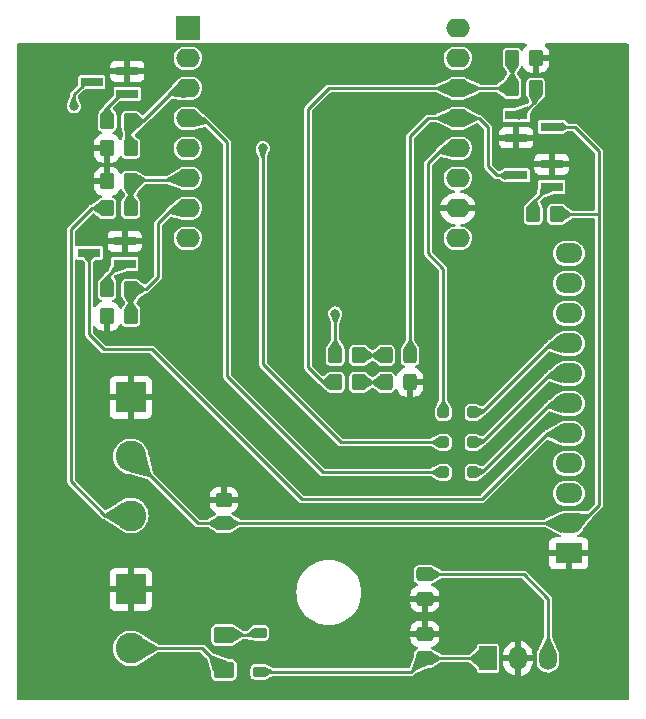
<source format=gtl>
%TF.GenerationSoftware,KiCad,Pcbnew,7.0.9*%
%TF.CreationDate,2023-11-22T07:41:54-08:00*%
%TF.ProjectId,RatGDO-OpenSource-D1Mini-ESP8266-Tubez,52617447-444f-42d4-9f70-656e536f7572,2.5.0*%
%TF.SameCoordinates,Original*%
%TF.FileFunction,Copper,L1,Top*%
%TF.FilePolarity,Positive*%
%FSLAX46Y46*%
G04 Gerber Fmt 4.6, Leading zero omitted, Abs format (unit mm)*
G04 Created by KiCad (PCBNEW 7.0.9) date 2023-11-22 07:41:54*
%MOMM*%
%LPD*%
G01*
G04 APERTURE LIST*
G04 Aperture macros list*
%AMRoundRect*
0 Rectangle with rounded corners*
0 $1 Rounding radius*
0 $2 $3 $4 $5 $6 $7 $8 $9 X,Y pos of 4 corners*
0 Add a 4 corners polygon primitive as box body*
4,1,4,$2,$3,$4,$5,$6,$7,$8,$9,$2,$3,0*
0 Add four circle primitives for the rounded corners*
1,1,$1+$1,$2,$3*
1,1,$1+$1,$4,$5*
1,1,$1+$1,$6,$7*
1,1,$1+$1,$8,$9*
0 Add four rect primitives between the rounded corners*
20,1,$1+$1,$2,$3,$4,$5,0*
20,1,$1+$1,$4,$5,$6,$7,0*
20,1,$1+$1,$6,$7,$8,$9,0*
20,1,$1+$1,$8,$9,$2,$3,0*%
G04 Aperture macros list end*
%TA.AperFunction,SMDPad,CuDef*%
%ADD10RoundRect,0.250000X0.350000X0.450000X-0.350000X0.450000X-0.350000X-0.450000X0.350000X-0.450000X0*%
%TD*%
%TA.AperFunction,SMDPad,CuDef*%
%ADD11RoundRect,0.250000X-0.350000X-0.450000X0.350000X-0.450000X0.350000X0.450000X-0.350000X0.450000X0*%
%TD*%
%TA.AperFunction,SMDPad,CuDef*%
%ADD12R,1.900000X0.800000*%
%TD*%
%TA.AperFunction,SMDPad,CuDef*%
%ADD13RoundRect,0.250000X0.250000X0.250000X-0.250000X0.250000X-0.250000X-0.250000X0.250000X-0.250000X0*%
%TD*%
%TA.AperFunction,SMDPad,CuDef*%
%ADD14RoundRect,0.250000X0.325000X0.450000X-0.325000X0.450000X-0.325000X-0.450000X0.325000X-0.450000X0*%
%TD*%
%TA.AperFunction,SMDPad,CuDef*%
%ADD15RoundRect,0.225000X0.375000X-0.225000X0.375000X0.225000X-0.375000X0.225000X-0.375000X-0.225000X0*%
%TD*%
%TA.AperFunction,ComponentPad*%
%ADD16R,2.000000X2.000000*%
%TD*%
%TA.AperFunction,ComponentPad*%
%ADD17O,2.000000X1.600000*%
%TD*%
%TA.AperFunction,SMDPad,CuDef*%
%ADD18RoundRect,0.250000X0.450000X-0.350000X0.450000X0.350000X-0.450000X0.350000X-0.450000X-0.350000X0*%
%TD*%
%TA.AperFunction,SMDPad,CuDef*%
%ADD19RoundRect,0.250000X0.475000X-0.337500X0.475000X0.337500X-0.475000X0.337500X-0.475000X-0.337500X0*%
%TD*%
%TA.AperFunction,ComponentPad*%
%ADD20R,1.500000X2.000000*%
%TD*%
%TA.AperFunction,ComponentPad*%
%ADD21O,1.500000X2.000000*%
%TD*%
%TA.AperFunction,ComponentPad*%
%ADD22R,2.600000X2.600000*%
%TD*%
%TA.AperFunction,ComponentPad*%
%ADD23C,2.600000*%
%TD*%
%TA.AperFunction,SMDPad,CuDef*%
%ADD24RoundRect,0.250000X-0.475000X0.337500X-0.475000X-0.337500X0.475000X-0.337500X0.475000X0.337500X0*%
%TD*%
%TA.AperFunction,SMDPad,CuDef*%
%ADD25RoundRect,0.250001X0.624999X-0.462499X0.624999X0.462499X-0.624999X0.462499X-0.624999X-0.462499X0*%
%TD*%
%TA.AperFunction,ComponentPad*%
%ADD26R,2.300000X1.700000*%
%TD*%
%TA.AperFunction,ComponentPad*%
%ADD27O,2.300000X1.700000*%
%TD*%
%TA.AperFunction,ViaPad*%
%ADD28C,0.800000*%
%TD*%
%TA.AperFunction,Conductor*%
%ADD29C,0.250000*%
%TD*%
G04 APERTURE END LIST*
D10*
%TO.P,R10,1*%
%TO.N,Net-(U1-CS{slash}D8)*%
X124698000Y-88137000D03*
%TO.P,R10,2*%
%TO.N,Net-(Q4-G)*%
X122698000Y-88137000D03*
%TD*%
%TO.P,R8,1*%
%TO.N,Net-(Q2-G)*%
X158988000Y-71120000D03*
%TO.P,R8,2*%
%TO.N,/ESP_TX*%
X156988000Y-71120000D03*
%TD*%
D11*
%TO.P,R3,1*%
%TO.N,/ESP_TX*%
X156988000Y-68580000D03*
%TO.P,R3,2*%
%TO.N,GND*%
X158988000Y-68580000D03*
%TD*%
D10*
%TO.P,R12,1*%
%TO.N,Net-(D6-A)*%
X144018000Y-93726000D03*
%TO.P,R12,2*%
%TO.N,+3V3*%
X142018000Y-93726000D03*
%TD*%
D12*
%TO.P,Q3,1,G*%
%TO.N,Net-(Q3-G)*%
X124412000Y-71562000D03*
%TO.P,Q3,2,S*%
%TO.N,GND*%
X124412000Y-69662000D03*
%TO.P,Q3,3,D*%
%TO.N,STS_DOOR*%
X121412000Y-70612000D03*
%TD*%
D13*
%TO.P,D1,1,K*%
%TO.N,DC_OPEN*%
X153670000Y-103632000D03*
%TO.P,D1,2,A*%
%TO.N,Net-(D1-A)*%
X151170000Y-103632000D03*
%TD*%
D14*
%TO.P,D6 RX,1,K*%
%TO.N,/ESP_RX*%
X148352000Y-93726000D03*
%TO.P,D6 RX,2,A*%
%TO.N,Net-(D6-A)*%
X146302000Y-93726000D03*
%TD*%
D15*
%TO.P,D4,1,K*%
%TO.N,Net-(D4-K)*%
X135636000Y-120522000D03*
%TO.P,D4,2,A*%
%TO.N,Net-(D4-A)*%
X135636000Y-117222000D03*
%TD*%
D16*
%TO.P,U1,1,~{RST}*%
%TO.N,unconnected-(U1-~{RST}-Pad1)*%
X129547500Y-66040000D03*
D17*
%TO.P,U1,2,A0*%
%TO.N,unconnected-(U1-A0-Pad2)*%
X129547500Y-68580000D03*
%TO.P,U1,3,D0*%
%TO.N,Net-(U1-D0)*%
X129547500Y-71120000D03*
%TO.P,U1,4,SCK/D5*%
%TO.N,Net-(D1-A)*%
X129547500Y-73660000D03*
%TO.P,U1,5,MISO/D6*%
%TO.N,Net-(D2-A)*%
X129547500Y-76200000D03*
%TO.P,U1,6,MOSI/D7*%
%TO.N,Net-(U1-MOSI{slash}D7)*%
X129547500Y-78740000D03*
%TO.P,U1,7,CS/D8*%
%TO.N,Net-(U1-CS{slash}D8)*%
X129547500Y-81280000D03*
%TO.P,U1,8,3V3*%
%TO.N,+3V3*%
X129547500Y-83820000D03*
%TO.P,U1,9,5V*%
%TO.N,+5V*%
X152407500Y-83820000D03*
%TO.P,U1,10,GND*%
%TO.N,GND*%
X152407500Y-81280000D03*
%TO.P,U1,11,D4*%
%TO.N,unconnected-(U1-D4-Pad11)*%
X152407500Y-78740000D03*
%TO.P,U1,12,D3*%
%TO.N,Net-(D3-A)*%
X152407500Y-76200000D03*
%TO.P,U1,13,SDA/D2*%
%TO.N,/ESP_RX*%
X152407500Y-73660000D03*
%TO.P,U1,14,SCL/D1*%
%TO.N,/ESP_TX*%
X152407500Y-71120000D03*
%TO.P,U1,15,RX*%
%TO.N,unconnected-(U1-RX-Pad15)*%
X152407500Y-68580000D03*
%TO.P,U1,16,TX*%
%TO.N,unconnected-(U1-TX-Pad16)*%
X152407500Y-66040000D03*
%TD*%
D18*
%TO.P,R6,1*%
%TO.N,RED{slash}CTRL*%
X132588000Y-107950000D03*
%TO.P,R6,2*%
%TO.N,GND*%
X132588000Y-105950000D03*
%TD*%
D19*
%TO.P,C1,1*%
%TO.N,Net-(D4-K)*%
X149606000Y-119380000D03*
%TO.P,C1,2*%
%TO.N,GND*%
X149606000Y-117305000D03*
%TD*%
D11*
%TO.P,R11,1*%
%TO.N,/ESP_TX*%
X142018000Y-96012000D03*
%TO.P,R11,2*%
%TO.N,Net-(D5-A)*%
X144018000Y-96012000D03*
%TD*%
D10*
%TO.P,R7,1*%
%TO.N,RED{slash}CTRL*%
X160782000Y-81788000D03*
%TO.P,R7,2*%
%TO.N,Net-(Q1-G)*%
X158782000Y-81788000D03*
%TD*%
D12*
%TO.P,Q4,1,G*%
%TO.N,Net-(Q4-G)*%
X124206000Y-85974000D03*
%TO.P,Q4,2,S*%
%TO.N,GND*%
X124206000Y-84074000D03*
%TO.P,Q4,3,D*%
%TO.N,STS_OBST*%
X121206000Y-85024000D03*
%TD*%
D13*
%TO.P,D2,1,K*%
%TO.N,DC_CLOSE*%
X153670000Y-101092000D03*
%TO.P,D2,2,A*%
%TO.N,Net-(D2-A)*%
X151170000Y-101092000D03*
%TD*%
D12*
%TO.P,Q2,1,G*%
%TO.N,Net-(Q2-G)*%
X157338000Y-73406000D03*
%TO.P,Q2,2,S*%
%TO.N,GND*%
X157338000Y-75306000D03*
%TO.P,Q2,3,D*%
%TO.N,RED{slash}CTRL*%
X160338000Y-74356000D03*
%TD*%
D20*
%TO.P,U2,1,IN*%
%TO.N,Net-(D4-K)*%
X154940000Y-119380000D03*
D21*
%TO.P,U2,2,GND*%
%TO.N,GND*%
X157480000Y-119380000D03*
%TO.P,U2,3,OUT*%
%TO.N,Net-(JP1-C)*%
X160020000Y-119380000D03*
%TD*%
D13*
%TO.P,D3,1,K*%
%TO.N,DC_LIGHT*%
X153670000Y-98552000D03*
%TO.P,D3,2,A*%
%TO.N,Net-(D3-A)*%
X151170000Y-98552000D03*
%TD*%
D10*
%TO.P,R5,1*%
%TO.N,Net-(U1-CS{slash}D8)*%
X124714000Y-90424000D03*
%TO.P,R5,2*%
%TO.N,GND*%
X122714000Y-90424000D03*
%TD*%
D14*
%TO.P,D5 TX,1,K*%
%TO.N,GND*%
X148352000Y-96012000D03*
%TO.P,D5 TX,2,A*%
%TO.N,Net-(D5-A)*%
X146302000Y-96012000D03*
%TD*%
D12*
%TO.P,Q1,1,G*%
%TO.N,Net-(Q1-G)*%
X160338000Y-79436000D03*
%TO.P,Q1,2,S*%
%TO.N,GND*%
X160338000Y-77536000D03*
%TO.P,Q1,3,D*%
%TO.N,/ESP_RX*%
X157338000Y-78486000D03*
%TD*%
D10*
%TO.P,R9,1*%
%TO.N,Net-(U1-D0)*%
X124714000Y-73914000D03*
%TO.P,R9,2*%
%TO.N,Net-(Q3-G)*%
X122714000Y-73914000D03*
%TD*%
D22*
%TO.P,J1,1,WHT/GND*%
%TO.N,GND*%
X124714000Y-97282000D03*
D23*
%TO.P,J1,2,RED/CTRL*%
%TO.N,RED{slash}CTRL*%
X124714000Y-102282000D03*
%TO.P,J1,3,BLK/OBST*%
%TO.N,BLK{slash}OBST*%
X124714000Y-107282000D03*
%TD*%
D10*
%TO.P,R4,1*%
%TO.N,Net-(U1-D0)*%
X124714000Y-76200000D03*
%TO.P,R4,2*%
%TO.N,GND*%
X122714000Y-76200000D03*
%TD*%
%TO.P,R2,1*%
%TO.N,Net-(U1-MOSI{slash}D7)*%
X124714000Y-78994000D03*
%TO.P,R2,2*%
%TO.N,GND*%
X122714000Y-78994000D03*
%TD*%
D24*
%TO.P,C2,1*%
%TO.N,Net-(JP1-C)*%
X149606000Y-112268000D03*
%TO.P,C2,2*%
%TO.N,GND*%
X149606000Y-114343000D03*
%TD*%
D25*
%TO.P,F1,1*%
%TO.N,+12V*%
X132588000Y-120359500D03*
%TO.P,F1,2*%
%TO.N,Net-(D4-A)*%
X132588000Y-117384500D03*
%TD*%
D11*
%TO.P,R1,1*%
%TO.N,BLK{slash}OBST*%
X122698000Y-81280000D03*
%TO.P,R1,2*%
%TO.N,Net-(U1-MOSI{slash}D7)*%
X124698000Y-81280000D03*
%TD*%
D26*
%TO.P,J2,1,WHT/GND*%
%TO.N,GND*%
X161798000Y-110490000D03*
D27*
%TO.P,J2,2,RED/CTRL*%
%TO.N,RED{slash}CTRL*%
X161798000Y-107950000D03*
%TO.P,J2,3,BLK/OBST*%
%TO.N,BLK{slash}OBST*%
X161798000Y-105410000D03*
%TO.P,J2,4,STS_DOOR*%
%TO.N,STS_DOOR*%
X161798000Y-102870000D03*
%TO.P,J2,5,STS_OBST*%
%TO.N,STS_OBST*%
X161798000Y-100330000D03*
%TO.P,J2,6,DC_OPEN*%
%TO.N,DC_OPEN*%
X161798000Y-97790000D03*
%TO.P,J2,7,DC_CLOSE*%
%TO.N,DC_CLOSE*%
X161798000Y-95250000D03*
%TO.P,J2,8,DC_LIGHT*%
%TO.N,DC_LIGHT*%
X161798000Y-92710000D03*
%TO.P,J2,9,3V3*%
%TO.N,+3V3*%
X161798000Y-90170000D03*
%TO.P,J2,10,5V*%
%TO.N,+5V*%
X161798000Y-87630000D03*
%TO.P,J2,11,12V*%
%TO.N,+12V*%
X161798000Y-85090000D03*
%TD*%
D22*
%TO.P,J3,1,GND*%
%TO.N,GND*%
X124714000Y-113538000D03*
D23*
%TO.P,J3,2,6-30V*%
%TO.N,+12V*%
X124714000Y-118538000D03*
%TD*%
D28*
%TO.N,Net-(D2-A)*%
X135890000Y-76200000D03*
%TO.N,STS_DOOR*%
X119888000Y-72644000D03*
%TO.N,+3V3*%
X142018000Y-90186000D03*
%TD*%
D29*
%TO.N,/ESP_RX*%
X154178000Y-73660000D02*
X152908000Y-73660000D01*
X154940000Y-77724000D02*
X154940000Y-74422000D01*
X149883500Y-73660000D02*
X152407500Y-73660000D01*
X155702000Y-78486000D02*
X154940000Y-77724000D01*
X154940000Y-74422000D02*
X154178000Y-73660000D01*
X157233500Y-78486000D02*
X155702000Y-78486000D01*
X148352000Y-75191500D02*
X149883500Y-73660000D01*
X148352000Y-75191500D02*
X148352000Y-93726000D01*
%TO.N,/ESP_TX*%
X141478000Y-71120000D02*
X139716000Y-72882000D01*
X139716000Y-72882000D02*
X139716000Y-94742000D01*
X140986000Y-96012000D02*
X142018000Y-96012000D01*
X139716000Y-94742000D02*
X140986000Y-96012000D01*
X152407500Y-71120000D02*
X141478000Y-71120000D01*
X152407500Y-71120000D02*
X156988000Y-71120000D01*
X156988000Y-68580000D02*
X156988000Y-71120000D01*
%TO.N,Net-(U1-MOSI{slash}D7)*%
X124222500Y-78860000D02*
X129547500Y-78860000D01*
X124714000Y-78995000D02*
X124714000Y-81010000D01*
%TO.N,DC_OPEN*%
X160274000Y-97790000D02*
X154432000Y-103632000D01*
X154432000Y-103632000D02*
X153670000Y-103632000D01*
X161290000Y-97790000D02*
X160274000Y-97790000D01*
%TO.N,Net-(D1-A)*%
X151170000Y-103632000D02*
X140970000Y-103632000D01*
X140970000Y-103632000D02*
X132842000Y-95504000D01*
X132842000Y-75692000D02*
X130810000Y-73660000D01*
X132842000Y-95504000D02*
X132842000Y-75692000D01*
X130810000Y-73660000D02*
X129547500Y-73660000D01*
%TO.N,DC_CLOSE*%
X160274000Y-95250000D02*
X154432000Y-101092000D01*
X154432000Y-101092000D02*
X153670000Y-101092000D01*
X161290000Y-95250000D02*
X160274000Y-95250000D01*
%TO.N,Net-(D2-A)*%
X135890000Y-94488000D02*
X135890000Y-76200000D01*
X142494000Y-101092000D02*
X135890000Y-94488000D01*
X151170000Y-101092000D02*
X142494000Y-101092000D01*
%TO.N,DC_LIGHT*%
X153670000Y-98552000D02*
X154432000Y-98552000D01*
X160274000Y-92710000D02*
X161290000Y-92710000D01*
X154432000Y-98552000D02*
X160274000Y-92710000D01*
%TO.N,Net-(D3-A)*%
X149860000Y-77470000D02*
X151130000Y-76200000D01*
X149860000Y-85090000D02*
X149860000Y-77470000D01*
X151170000Y-86400000D02*
X149860000Y-85090000D01*
X151170000Y-98552000D02*
X151170000Y-86400000D01*
X151130000Y-76200000D02*
X152407500Y-76200000D01*
%TO.N,BLK{slash}OBST*%
X122522000Y-107282000D02*
X123792000Y-107282000D01*
X122444000Y-81280000D02*
X121412000Y-81280000D01*
X121412000Y-81280000D02*
X119634000Y-83058000D01*
X119634000Y-104394000D02*
X122522000Y-107282000D01*
X119634000Y-83058000D02*
X119634000Y-104394000D01*
%TO.N,RED{slash}CTRL*%
X132588000Y-107426000D02*
X132064000Y-107950000D01*
X164338000Y-76454000D02*
X162306000Y-74422000D01*
X133112000Y-107950000D02*
X132604000Y-107442000D01*
X130382000Y-107950000D02*
X124714000Y-102282000D01*
X161036000Y-81788000D02*
X164338000Y-81788000D01*
X132064000Y-107950000D02*
X130382000Y-107950000D01*
X162814000Y-107950000D02*
X164338000Y-106426000D01*
X161290000Y-107950000D02*
X133112000Y-107950000D01*
X164338000Y-106426000D02*
X164338000Y-76454000D01*
X162306000Y-74422000D02*
X160592000Y-74422000D01*
%TO.N,STS_DOOR*%
X119888000Y-71628000D02*
X120632500Y-70883500D01*
X119888000Y-72644000D02*
X119888000Y-71628000D01*
%TO.N,STS_OBST*%
X126492000Y-93218000D02*
X122428000Y-93218000D01*
X160020000Y-100330000D02*
X154432000Y-105918000D01*
X121158000Y-85326000D02*
X121460000Y-85024000D01*
X139192000Y-105918000D02*
X126492000Y-93218000D01*
X161290000Y-100330000D02*
X160020000Y-100330000D01*
X122428000Y-93218000D02*
X121158000Y-91948000D01*
X154432000Y-105918000D02*
X139192000Y-105918000D01*
X121158000Y-91948000D02*
X121158000Y-85326000D01*
%TO.N,+3V3*%
X142018000Y-90186000D02*
X142018000Y-93726000D01*
%TO.N,Net-(Q3-G)*%
X122714000Y-73914000D02*
X122714000Y-72755000D01*
X122714000Y-72755000D02*
X123907000Y-71562000D01*
%TO.N,Net-(Q4-G)*%
X123830000Y-85974000D02*
X122698000Y-87106000D01*
X122698000Y-87106000D02*
X122698000Y-88138000D01*
%TO.N,+12V*%
X124714000Y-118538000D02*
X130766500Y-118538000D01*
X130766500Y-118538000D02*
X132588000Y-120359500D01*
%TO.N,Net-(D4-K)*%
X148464000Y-120522000D02*
X149606000Y-119380000D01*
X149606000Y-119380000D02*
X154940000Y-119380000D01*
X135636000Y-120522000D02*
X148464000Y-120522000D01*
%TO.N,Net-(Q1-G)*%
X158782000Y-80756000D02*
X158782000Y-81534000D01*
X160338000Y-79200000D02*
X158782000Y-80756000D01*
%TO.N,Net-(Q2-G)*%
X158988000Y-72154100D02*
X157509257Y-73632843D01*
X158988000Y-71120000D02*
X158988000Y-72154100D01*
%TO.N,Net-(U1-D0)*%
X124460000Y-73914000D02*
X125730000Y-73914000D01*
X124460000Y-76184000D02*
X124460000Y-73914000D01*
X125730000Y-73914000D02*
X128524000Y-71120000D01*
X128524000Y-71120000D02*
X129547500Y-71120000D01*
%TO.N,Net-(U1-CS{slash}D8)*%
X125984000Y-88138000D02*
X127000000Y-87122000D01*
X124698000Y-88138000D02*
X125984000Y-88138000D01*
X127000000Y-82550000D02*
X128270000Y-81280000D01*
X128270000Y-81280000D02*
X129547500Y-81280000D01*
X124698000Y-88138000D02*
X124698000Y-90408000D01*
X127000000Y-87122000D02*
X127000000Y-82550000D01*
%TO.N,Net-(D5-A)*%
X146302000Y-96012000D02*
X144018000Y-96012000D01*
%TO.N,Net-(D6-A)*%
X146302000Y-93726000D02*
X144018000Y-93726000D01*
%TO.N,Net-(D4-A)*%
X132588000Y-117384500D02*
X135473500Y-117384500D01*
%TO.N,Net-(JP1-C)*%
X149606000Y-112268000D02*
X157988000Y-112268000D01*
X160034700Y-114314700D02*
X160034700Y-119333900D01*
X157988000Y-112268000D02*
X160034700Y-114314700D01*
%TD*%
%TA.AperFunction,Conductor*%
%TO.N,Net-(U1-MOSI{slash}D7)*%
G36*
X125203837Y-78341513D02*
G01*
X125462045Y-78484581D01*
X125907971Y-78731659D01*
X125913546Y-78738665D01*
X125914000Y-78741892D01*
X125914000Y-78979737D01*
X125910573Y-78988010D01*
X125910062Y-78988491D01*
X125304290Y-79525610D01*
X125295826Y-79528535D01*
X125288591Y-79525452D01*
X125012315Y-79270363D01*
X124720673Y-79001085D01*
X124716920Y-78992956D01*
X124719173Y-78985575D01*
X125188731Y-78344829D01*
X125196384Y-78340184D01*
X125203837Y-78341513D01*
G37*
%TD.AperFunction*%
%TD*%
%TA.AperFunction,Conductor*%
%TO.N,/ESP_TX*%
G36*
X151906999Y-70389125D02*
G01*
X152403957Y-71113380D01*
X152405812Y-71122141D01*
X152403957Y-71126620D01*
X151906999Y-71850874D01*
X151899493Y-71855756D01*
X151892335Y-71854824D01*
X150614183Y-71248171D01*
X150608179Y-71241528D01*
X150607500Y-71237601D01*
X150607500Y-71002398D01*
X150610927Y-70994125D01*
X150614183Y-70991828D01*
X151892337Y-70385174D01*
X151901279Y-70384724D01*
X151906999Y-70389125D01*
G37*
%TD.AperFunction*%
%TD*%
%TA.AperFunction,Conductor*%
%TO.N,Net-(D4-K)*%
G36*
X150184473Y-118816194D02*
G01*
X150912803Y-119251594D01*
X150918146Y-119258780D01*
X150918500Y-119261636D01*
X150918500Y-119498363D01*
X150915073Y-119506636D01*
X150912803Y-119508405D01*
X150184476Y-119943804D01*
X150175617Y-119945108D01*
X150170223Y-119942058D01*
X150098614Y-119870851D01*
X149613341Y-119388294D01*
X149609892Y-119380033D01*
X149613296Y-119371750D01*
X150170224Y-118817940D01*
X150178506Y-118814537D01*
X150184473Y-118816194D01*
G37*
%TD.AperFunction*%
%TD*%
%TA.AperFunction,Conductor*%
%TO.N,Net-(D5-A)*%
G36*
X144571145Y-95418143D02*
G01*
X145213166Y-95883496D01*
X145217854Y-95891126D01*
X145218000Y-95892969D01*
X145218000Y-96131030D01*
X145214573Y-96139303D01*
X145213166Y-96140503D01*
X144571146Y-96605855D01*
X144562437Y-96607936D01*
X144555624Y-96604254D01*
X144132775Y-96139303D01*
X144024158Y-96019871D01*
X144021128Y-96011446D01*
X144024159Y-96004128D01*
X144555626Y-95419743D01*
X144563726Y-95415930D01*
X144571145Y-95418143D01*
G37*
%TD.AperFunction*%
%TD*%
%TA.AperFunction,Conductor*%
%TO.N,/ESP_TX*%
G36*
X141498495Y-95393874D02*
G01*
X141992731Y-95981807D01*
X142011556Y-96004200D01*
X142014256Y-96012738D01*
X142010579Y-96020286D01*
X141444320Y-96548321D01*
X141435933Y-96551457D01*
X141428649Y-96548580D01*
X140788254Y-95989828D01*
X140784273Y-95981807D01*
X140787130Y-95973320D01*
X140787658Y-95972754D01*
X140955353Y-95805059D01*
X140955860Y-95804610D01*
X141482326Y-95392192D01*
X141490950Y-95389788D01*
X141498495Y-95393874D01*
G37*
%TD.AperFunction*%
%TD*%
%TA.AperFunction,Conductor*%
%TO.N,RED{slash}CTRL*%
G36*
X161178530Y-107171989D02*
G01*
X161793182Y-107942705D01*
X161795661Y-107951310D01*
X161793182Y-107957295D01*
X161178530Y-108728010D01*
X161170693Y-108732341D01*
X161164317Y-108731262D01*
X159804634Y-108078186D01*
X159798661Y-108071515D01*
X159798000Y-108067639D01*
X159798000Y-107832360D01*
X159801427Y-107824087D01*
X159804631Y-107821814D01*
X161164318Y-107168736D01*
X161173259Y-107168245D01*
X161178530Y-107171989D01*
G37*
%TD.AperFunction*%
%TD*%
%TA.AperFunction,Conductor*%
%TO.N,Net-(U1-D0)*%
G36*
X124720919Y-73922554D02*
G01*
X124721824Y-73923641D01*
X125191258Y-74562094D01*
X125193398Y-74570790D01*
X125190313Y-74577085D01*
X124588459Y-75210360D01*
X124580276Y-75213996D01*
X124579978Y-75214000D01*
X124343980Y-75214000D01*
X124335707Y-75210573D01*
X124332678Y-75205326D01*
X124164467Y-74577085D01*
X124134838Y-74466424D01*
X124136009Y-74457548D01*
X124138120Y-74454881D01*
X124704381Y-73922050D01*
X124712754Y-73918877D01*
X124720919Y-73922554D01*
G37*
%TD.AperFunction*%
%TD*%
%TA.AperFunction,Conductor*%
%TO.N,/ESP_RX*%
G36*
X152922715Y-72925329D02*
G01*
X154272527Y-73585275D01*
X154278453Y-73591986D01*
X154277898Y-73600924D01*
X154275660Y-73604058D01*
X154111727Y-73767991D01*
X154108903Y-73770072D01*
X152922862Y-74394254D01*
X152913945Y-74395074D01*
X152907761Y-74390513D01*
X152411327Y-73665911D01*
X152409478Y-73657149D01*
X152411330Y-73652682D01*
X152907934Y-72929218D01*
X152915439Y-72924338D01*
X152922715Y-72925329D01*
G37*
%TD.AperFunction*%
%TD*%
%TA.AperFunction,Conductor*%
%TO.N,Net-(Q4-G)*%
G36*
X124205323Y-85976955D02*
G01*
X124209550Y-85983054D01*
X124320313Y-86363265D01*
X124319337Y-86372166D01*
X124312859Y-86377610D01*
X123242444Y-86742877D01*
X123233507Y-86742306D01*
X123230392Y-86740077D01*
X123064381Y-86574066D01*
X123060954Y-86565793D01*
X123061909Y-86561164D01*
X123253410Y-86116620D01*
X123259828Y-86110381D01*
X123262471Y-86109674D01*
X124196645Y-85974746D01*
X124205323Y-85976955D01*
G37*
%TD.AperFunction*%
%TD*%
%TA.AperFunction,Conductor*%
%TO.N,Net-(D5-A)*%
G36*
X145772718Y-95444588D02*
G01*
X146295533Y-96004011D01*
X146298678Y-96012396D01*
X146295533Y-96019989D01*
X145772718Y-96579411D01*
X145764566Y-96583115D01*
X145757251Y-96580857D01*
X145156781Y-96140506D01*
X145152136Y-96132850D01*
X145152000Y-96131071D01*
X145152000Y-95892928D01*
X145155427Y-95884655D01*
X145156773Y-95883499D01*
X145757252Y-95443141D01*
X145765949Y-95441013D01*
X145772718Y-95444588D01*
G37*
%TD.AperFunction*%
%TD*%
%TA.AperFunction,Conductor*%
%TO.N,/ESP_TX*%
G36*
X157114674Y-69823427D02*
G01*
X157116414Y-69825648D01*
X157564078Y-70566236D01*
X157565425Y-70575088D01*
X157562083Y-70580809D01*
X156996018Y-71113455D01*
X156987644Y-71116629D01*
X156979982Y-71113455D01*
X156750608Y-70897623D01*
X156413915Y-70580808D01*
X156410239Y-70572644D01*
X156411920Y-70566238D01*
X156859586Y-69825648D01*
X156866799Y-69820340D01*
X156869599Y-69820000D01*
X157106401Y-69820000D01*
X157114674Y-69823427D01*
G37*
%TD.AperFunction*%
%TD*%
%TA.AperFunction,Conductor*%
%TO.N,STS_DOOR*%
G36*
X120013188Y-71847427D02*
G01*
X120015859Y-71851563D01*
X120253551Y-72480344D01*
X120253271Y-72489294D01*
X120247109Y-72495280D01*
X119892502Y-72643123D01*
X119883548Y-72643144D01*
X119883498Y-72643123D01*
X119528890Y-72495280D01*
X119522572Y-72488933D01*
X119522448Y-72480345D01*
X119760141Y-71851562D01*
X119766272Y-71845036D01*
X119771085Y-71844000D01*
X120004915Y-71844000D01*
X120013188Y-71847427D01*
G37*
%TD.AperFunction*%
%TD*%
%TA.AperFunction,Conductor*%
%TO.N,Net-(Q4-G)*%
G36*
X122808097Y-86835692D02*
G01*
X122808496Y-86836073D01*
X122975306Y-87002883D01*
X122977435Y-87005799D01*
X123274930Y-87583485D01*
X123275671Y-87592409D01*
X123272538Y-87597370D01*
X122706567Y-88128995D01*
X122698191Y-88132161D01*
X122690029Y-88128477D01*
X122689396Y-88127744D01*
X122196188Y-87505453D01*
X122193736Y-87496842D01*
X122196703Y-87490314D01*
X122791569Y-86836471D01*
X122799671Y-86832659D01*
X122808097Y-86835692D01*
G37*
%TD.AperFunction*%
%TD*%
%TA.AperFunction,Conductor*%
%TO.N,Net-(D4-A)*%
G36*
X133316468Y-116696144D02*
G01*
X133360473Y-116725003D01*
X134170215Y-117256035D01*
X134175254Y-117263437D01*
X134175499Y-117265818D01*
X134175499Y-117503181D01*
X134172072Y-117511454D01*
X134170215Y-117512965D01*
X133316468Y-118072855D01*
X133307671Y-118074526D01*
X133301945Y-118071507D01*
X132595779Y-117392936D01*
X132592188Y-117384733D01*
X132595450Y-117376393D01*
X132595779Y-117376064D01*
X133301945Y-116697492D01*
X133310285Y-116694230D01*
X133316468Y-116696144D01*
G37*
%TD.AperFunction*%
%TD*%
%TA.AperFunction,Conductor*%
%TO.N,Net-(JP1-C)*%
G36*
X150184473Y-111704194D02*
G01*
X150912803Y-112139594D01*
X150918146Y-112146780D01*
X150918500Y-112149636D01*
X150918500Y-112386363D01*
X150915073Y-112394636D01*
X150912803Y-112396405D01*
X150184476Y-112831804D01*
X150175617Y-112833108D01*
X150170223Y-112830058D01*
X150098614Y-112758851D01*
X149613341Y-112276294D01*
X149609892Y-112268033D01*
X149613296Y-112259750D01*
X150170224Y-111705940D01*
X150178506Y-111702537D01*
X150184473Y-111704194D01*
G37*
%TD.AperFunction*%
%TD*%
%TA.AperFunction,Conductor*%
%TO.N,Net-(D3-A)*%
G36*
X151296318Y-97555427D02*
G01*
X151298323Y-97558109D01*
X151646044Y-98197274D01*
X151646987Y-98206179D01*
X151642607Y-98212356D01*
X151176841Y-98548069D01*
X151168126Y-98550127D01*
X151163159Y-98548069D01*
X150697392Y-98212356D01*
X150692684Y-98204739D01*
X150693954Y-98197277D01*
X151041677Y-97558109D01*
X151048641Y-97552479D01*
X151051955Y-97552000D01*
X151288045Y-97552000D01*
X151296318Y-97555427D01*
G37*
%TD.AperFunction*%
%TD*%
%TA.AperFunction,Conductor*%
%TO.N,RED{slash}CTRL*%
G36*
X132048807Y-107375915D02*
G01*
X132365623Y-107712608D01*
X132581455Y-107941982D01*
X132584629Y-107950356D01*
X132581455Y-107958018D01*
X132048809Y-108524083D01*
X132040644Y-108527760D01*
X132034236Y-108526078D01*
X131293648Y-108078414D01*
X131288340Y-108071201D01*
X131288000Y-108068401D01*
X131288000Y-107831598D01*
X131291427Y-107823325D01*
X131293642Y-107821589D01*
X132034238Y-107373920D01*
X132043088Y-107372574D01*
X132048807Y-107375915D01*
G37*
%TD.AperFunction*%
%TD*%
%TA.AperFunction,Conductor*%
%TO.N,Net-(Q3-G)*%
G36*
X122733599Y-72575367D02*
G01*
X122734870Y-72576467D01*
X122901159Y-72742756D01*
X122902790Y-72744800D01*
X123289838Y-73360170D01*
X123291342Y-73368997D01*
X123287944Y-73374927D01*
X122722315Y-73906231D01*
X122713939Y-73909397D01*
X122705777Y-73905713D01*
X122705339Y-73905220D01*
X122193173Y-73294320D01*
X122190484Y-73285778D01*
X122192764Y-73279804D01*
X122717224Y-72577737D01*
X122724920Y-72573161D01*
X122733599Y-72575367D01*
G37*
%TD.AperFunction*%
%TD*%
%TA.AperFunction,Conductor*%
%TO.N,/ESP_TX*%
G36*
X156996016Y-68586543D02*
G01*
X157562083Y-69119191D01*
X157565760Y-69127355D01*
X157564078Y-69133763D01*
X157116414Y-69874352D01*
X157109201Y-69879660D01*
X157106401Y-69880000D01*
X156869599Y-69880000D01*
X156861326Y-69876573D01*
X156859586Y-69874352D01*
X156411921Y-69133763D01*
X156410574Y-69124911D01*
X156413914Y-69119193D01*
X156979983Y-68586543D01*
X156988356Y-68583370D01*
X156996016Y-68586543D01*
G37*
%TD.AperFunction*%
%TD*%
%TA.AperFunction,Conductor*%
%TO.N,Net-(D6-A)*%
G36*
X145772718Y-93158588D02*
G01*
X146295533Y-93718011D01*
X146298678Y-93726396D01*
X146295533Y-93733989D01*
X145772718Y-94293411D01*
X145764566Y-94297115D01*
X145757251Y-94294857D01*
X145156781Y-93854506D01*
X145152136Y-93846850D01*
X145152000Y-93845071D01*
X145152000Y-93606928D01*
X145155427Y-93598655D01*
X145156773Y-93597499D01*
X145757252Y-93157141D01*
X145765949Y-93155013D01*
X145772718Y-93158588D01*
G37*
%TD.AperFunction*%
%TD*%
%TA.AperFunction,Conductor*%
%TO.N,Net-(U1-D0)*%
G36*
X125249656Y-73294051D02*
G01*
X125771418Y-73695274D01*
X125771989Y-73695775D01*
X125939722Y-73863508D01*
X125943149Y-73871781D01*
X125939722Y-73880054D01*
X125939224Y-73880524D01*
X125304394Y-74445036D01*
X125295934Y-74447973D01*
X125288691Y-74444897D01*
X124721514Y-73922282D01*
X124717752Y-73914156D01*
X124720485Y-73906151D01*
X125233570Y-73295795D01*
X125241515Y-73291670D01*
X125249656Y-73294051D01*
G37*
%TD.AperFunction*%
%TD*%
%TA.AperFunction,Conductor*%
%TO.N,DC_OPEN*%
G36*
X154024396Y-103154973D02*
G01*
X154509960Y-103374442D01*
X154513413Y-103376831D01*
X154679739Y-103543157D01*
X154683166Y-103551430D01*
X154679739Y-103559703D01*
X154679075Y-103560318D01*
X154104989Y-104051747D01*
X154096475Y-104054524D01*
X154089121Y-104051146D01*
X153676347Y-103639738D01*
X153672906Y-103631470D01*
X153675105Y-103624623D01*
X154010080Y-103158803D01*
X154017691Y-103154089D01*
X154024396Y-103154973D01*
G37*
%TD.AperFunction*%
%TD*%
%TA.AperFunction,Conductor*%
%TO.N,Net-(U1-D0)*%
G36*
X128790489Y-70560709D02*
G01*
X129541893Y-71114638D01*
X129546518Y-71122306D01*
X129546299Y-71126901D01*
X129350022Y-71909934D01*
X129344686Y-71917125D01*
X129337204Y-71918696D01*
X128067292Y-71757958D01*
X128060488Y-71754624D01*
X127894272Y-71588408D01*
X127890845Y-71580135D01*
X127893728Y-71572444D01*
X128286371Y-71122306D01*
X128774730Y-70562436D01*
X128782751Y-70558455D01*
X128790489Y-70560709D01*
G37*
%TD.AperFunction*%
%TD*%
%TA.AperFunction,Conductor*%
%TO.N,/ESP_RX*%
G36*
X156393894Y-78088479D02*
G01*
X157313358Y-78475215D01*
X157319656Y-78481582D01*
X157319607Y-78490536D01*
X157313358Y-78496785D01*
X156393894Y-78883520D01*
X156384940Y-78883569D01*
X156382730Y-78882376D01*
X155993072Y-78614487D01*
X155988196Y-78606976D01*
X155988000Y-78604846D01*
X155988000Y-78367154D01*
X155991427Y-78358881D01*
X155993072Y-78357513D01*
X156382730Y-78089623D01*
X156391488Y-78087760D01*
X156393894Y-78088479D01*
G37*
%TD.AperFunction*%
%TD*%
%TA.AperFunction,Conductor*%
%TO.N,DC_LIGHT*%
G36*
X154024396Y-98074973D02*
G01*
X154509960Y-98294442D01*
X154513413Y-98296831D01*
X154679739Y-98463157D01*
X154683166Y-98471430D01*
X154679739Y-98479703D01*
X154679075Y-98480318D01*
X154104989Y-98971747D01*
X154096475Y-98974524D01*
X154089121Y-98971146D01*
X153676347Y-98559738D01*
X153672906Y-98551470D01*
X153675105Y-98544623D01*
X154010080Y-98078803D01*
X154017691Y-98074089D01*
X154024396Y-98074973D01*
G37*
%TD.AperFunction*%
%TD*%
%TA.AperFunction,Conductor*%
%TO.N,+3V3*%
G36*
X142144674Y-92429427D02*
G01*
X142146414Y-92431648D01*
X142594078Y-93172236D01*
X142595425Y-93181088D01*
X142592083Y-93186809D01*
X142026018Y-93719455D01*
X142017644Y-93722629D01*
X142009982Y-93719455D01*
X141780608Y-93503623D01*
X141443915Y-93186808D01*
X141440239Y-93178644D01*
X141441920Y-93172238D01*
X141889586Y-92431648D01*
X141896799Y-92426340D01*
X141899599Y-92426000D01*
X142136401Y-92426000D01*
X142144674Y-92429427D01*
G37*
%TD.AperFunction*%
%TD*%
%TA.AperFunction,Conductor*%
%TO.N,Net-(D4-K)*%
G36*
X136104461Y-120092973D02*
G01*
X136679721Y-120393717D01*
X136685465Y-120400587D01*
X136686000Y-120404086D01*
X136686000Y-120639913D01*
X136682573Y-120648186D01*
X136679721Y-120650282D01*
X136104463Y-120951025D01*
X136095543Y-120951821D01*
X136091043Y-120949195D01*
X135909808Y-120779424D01*
X135644114Y-120530537D01*
X135640420Y-120522382D01*
X135643575Y-120514001D01*
X135644105Y-120513470D01*
X136091044Y-120094803D01*
X136099424Y-120091649D01*
X136104461Y-120092973D01*
G37*
%TD.AperFunction*%
%TD*%
%TA.AperFunction,Conductor*%
%TO.N,Net-(U1-CS{slash}D8)*%
G36*
X125251446Y-87543606D02*
G01*
X125893174Y-88009496D01*
X125897855Y-88017130D01*
X125898000Y-88018964D01*
X125898000Y-88257025D01*
X125894573Y-88265298D01*
X125893159Y-88266503D01*
X125250846Y-88731316D01*
X125242135Y-88733390D01*
X125235326Y-88729704D01*
X124704154Y-88144876D01*
X124701128Y-88136448D01*
X124704163Y-88129133D01*
X125235922Y-87545195D01*
X125244025Y-87541387D01*
X125251446Y-87543606D01*
G37*
%TD.AperFunction*%
%TD*%
%TA.AperFunction,Conductor*%
%TO.N,RED{slash}CTRL*%
G36*
X161335145Y-81194143D02*
G01*
X161977166Y-81659496D01*
X161981854Y-81667126D01*
X161982000Y-81668969D01*
X161982000Y-81907030D01*
X161978573Y-81915303D01*
X161977166Y-81916503D01*
X161335146Y-82381855D01*
X161326437Y-82383936D01*
X161319624Y-82380254D01*
X160896775Y-81915303D01*
X160788158Y-81795871D01*
X160785128Y-81787446D01*
X160788159Y-81780128D01*
X161319626Y-81195743D01*
X161327726Y-81191930D01*
X161335145Y-81194143D01*
G37*
%TD.AperFunction*%
%TD*%
%TA.AperFunction,Conductor*%
%TO.N,Net-(Q2-G)*%
G36*
X158995985Y-71128508D02*
G01*
X158996614Y-71129235D01*
X159418456Y-71659615D01*
X159490964Y-71750778D01*
X159493432Y-71759386D01*
X159490478Y-71765917D01*
X158896621Y-72421399D01*
X158888526Y-72425229D01*
X158880094Y-72422214D01*
X158879677Y-72421816D01*
X158712874Y-72255013D01*
X158710758Y-72252121D01*
X158455135Y-71758555D01*
X158411096Y-71673523D01*
X158410335Y-71664601D01*
X158413474Y-71659617D01*
X158979448Y-71127989D01*
X158987823Y-71124824D01*
X158995985Y-71128508D01*
G37*
%TD.AperFunction*%
%TD*%
%TA.AperFunction,Conductor*%
%TO.N,Net-(D2-A)*%
G36*
X150830356Y-100619392D02*
G01*
X151166069Y-101085159D01*
X151168127Y-101093874D01*
X151166069Y-101098841D01*
X150830356Y-101564607D01*
X150822739Y-101569315D01*
X150815274Y-101568044D01*
X150176109Y-101220323D01*
X150170479Y-101213359D01*
X150170000Y-101210045D01*
X150170000Y-100973954D01*
X150173427Y-100965681D01*
X150176106Y-100963678D01*
X150815276Y-100615954D01*
X150824179Y-100615012D01*
X150830356Y-100619392D01*
G37*
%TD.AperFunction*%
%TD*%
%TA.AperFunction,Conductor*%
%TO.N,Net-(U1-CS{slash}D8)*%
G36*
X124824791Y-89127427D02*
G01*
X124826437Y-89129494D01*
X125289874Y-89870185D01*
X125291357Y-89879016D01*
X125287973Y-89884912D01*
X124722018Y-90417455D01*
X124713644Y-90420629D01*
X124705982Y-90417455D01*
X124139807Y-89884706D01*
X124136130Y-89876541D01*
X124137717Y-89870292D01*
X124569614Y-89129804D01*
X124576743Y-89124385D01*
X124579721Y-89124000D01*
X124816518Y-89124000D01*
X124824791Y-89127427D01*
G37*
%TD.AperFunction*%
%TD*%
%TA.AperFunction,Conductor*%
%TO.N,Net-(D3-A)*%
G36*
X151649375Y-75639888D02*
G01*
X152399109Y-76192586D01*
X152403734Y-76200254D01*
X152401818Y-76208617D01*
X151906030Y-76932277D01*
X151898527Y-76937165D01*
X151893357Y-76936967D01*
X150851958Y-76658661D01*
X150846706Y-76655631D01*
X150681001Y-76489926D01*
X150677574Y-76481653D01*
X150681001Y-76473380D01*
X150681578Y-76472840D01*
X151002511Y-76192586D01*
X151634739Y-75640493D01*
X151643224Y-75637634D01*
X151649375Y-75639888D01*
G37*
%TD.AperFunction*%
%TD*%
%TA.AperFunction,Conductor*%
%TO.N,Net-(D1-A)*%
G36*
X150830356Y-103159392D02*
G01*
X151166069Y-103625159D01*
X151168127Y-103633874D01*
X151166069Y-103638841D01*
X150830356Y-104104607D01*
X150822739Y-104109315D01*
X150815274Y-104108044D01*
X150176109Y-103760323D01*
X150170479Y-103753359D01*
X150170000Y-103750045D01*
X150170000Y-103513954D01*
X150173427Y-103505681D01*
X150176106Y-103503678D01*
X150815276Y-103155954D01*
X150824179Y-103155012D01*
X150830356Y-103159392D01*
G37*
%TD.AperFunction*%
%TD*%
%TA.AperFunction,Conductor*%
%TO.N,Net-(D2-A)*%
G36*
X136249109Y-76348719D02*
G01*
X136255427Y-76355066D01*
X136255551Y-76363655D01*
X136017859Y-76992437D01*
X136011728Y-76998964D01*
X136006915Y-77000000D01*
X135773085Y-77000000D01*
X135764812Y-76996573D01*
X135762141Y-76992437D01*
X135524448Y-76363655D01*
X135524728Y-76354705D01*
X135530889Y-76348719D01*
X135885500Y-76200875D01*
X135894449Y-76200855D01*
X136249109Y-76348719D01*
G37*
%TD.AperFunction*%
%TD*%
%TA.AperFunction,Conductor*%
%TO.N,Net-(Q1-G)*%
G36*
X160337195Y-79439132D02*
G01*
X160342001Y-79445337D01*
X160466677Y-79825436D01*
X160466000Y-79834366D01*
X160459770Y-79839999D01*
X159514647Y-80204492D01*
X159505695Y-80204272D01*
X159502164Y-80201849D01*
X159334931Y-80034616D01*
X159331504Y-80026343D01*
X159331630Y-80024631D01*
X159359778Y-79834366D01*
X159386818Y-79651582D01*
X159391419Y-79643900D01*
X159395884Y-79641867D01*
X160328381Y-79437555D01*
X160337195Y-79439132D01*
G37*
%TD.AperFunction*%
%TD*%
%TA.AperFunction,Conductor*%
%TO.N,+12V*%
G36*
X125522679Y-117543085D02*
G01*
X125823413Y-117718508D01*
X127008196Y-118409614D01*
X127013615Y-118416741D01*
X127014000Y-118419719D01*
X127014000Y-118656280D01*
X127010573Y-118664553D01*
X127008195Y-118666386D01*
X125522679Y-119532914D01*
X125513806Y-119534123D01*
X125507652Y-119530122D01*
X124718858Y-118545314D01*
X124716361Y-118536715D01*
X124718858Y-118530686D01*
X125507653Y-117545876D01*
X125515499Y-117541562D01*
X125522679Y-117543085D01*
G37*
%TD.AperFunction*%
%TD*%
%TA.AperFunction,Conductor*%
%TO.N,DC_CLOSE*%
G36*
X154024396Y-100614973D02*
G01*
X154509960Y-100834442D01*
X154513413Y-100836831D01*
X154679739Y-101003157D01*
X154683166Y-101011430D01*
X154679739Y-101019703D01*
X154679075Y-101020318D01*
X154104989Y-101511747D01*
X154096475Y-101514524D01*
X154089121Y-101511146D01*
X153676347Y-101099738D01*
X153672906Y-101091470D01*
X153675105Y-101084623D01*
X154010080Y-100618803D01*
X154017691Y-100614089D01*
X154024396Y-100614973D01*
G37*
%TD.AperFunction*%
%TD*%
%TA.AperFunction,Conductor*%
%TO.N,/ESP_RX*%
G36*
X148478597Y-92454427D02*
G01*
X148480397Y-92456748D01*
X148903314Y-93172450D01*
X148904572Y-93181316D01*
X148901444Y-93186745D01*
X148360203Y-93718934D01*
X148351901Y-93722291D01*
X148343797Y-93718934D01*
X147802555Y-93186745D01*
X147799058Y-93178501D01*
X147800684Y-93172452D01*
X148223603Y-92456747D01*
X148230762Y-92451369D01*
X148233676Y-92451000D01*
X148470324Y-92451000D01*
X148478597Y-92454427D01*
G37*
%TD.AperFunction*%
%TD*%
%TA.AperFunction,Conductor*%
%TO.N,/ESP_TX*%
G36*
X156450375Y-70527745D02*
G01*
X156981840Y-71112128D01*
X156984871Y-71120554D01*
X156981840Y-71127872D01*
X156450375Y-71712254D01*
X156442273Y-71716069D01*
X156434853Y-71713855D01*
X155792834Y-71248503D01*
X155788146Y-71240873D01*
X155788000Y-71239030D01*
X155788000Y-71000969D01*
X155791427Y-70992696D01*
X155792834Y-70991496D01*
X156434855Y-70526143D01*
X156443562Y-70524063D01*
X156450375Y-70527745D01*
G37*
%TD.AperFunction*%
%TD*%
%TA.AperFunction,Conductor*%
%TO.N,GND*%
G36*
X158168590Y-67329685D02*
G01*
X158214345Y-67382489D01*
X158224289Y-67451647D01*
X158195264Y-67515203D01*
X158174830Y-67532579D01*
X158175323Y-67533202D01*
X158169655Y-67537683D01*
X158045684Y-67661654D01*
X157953643Y-67810875D01*
X157953640Y-67810883D01*
X157938698Y-67855974D01*
X157898925Y-67913418D01*
X157834409Y-67940240D01*
X157765633Y-67927924D01*
X157721223Y-67890601D01*
X157660151Y-67807851D01*
X157587987Y-67754592D01*
X157550882Y-67727207D01*
X157550880Y-67727206D01*
X157422700Y-67682353D01*
X157392270Y-67679500D01*
X157392266Y-67679500D01*
X156583734Y-67679500D01*
X156583730Y-67679500D01*
X156553300Y-67682353D01*
X156553298Y-67682353D01*
X156425119Y-67727206D01*
X156425117Y-67727207D01*
X156315850Y-67807850D01*
X156235207Y-67917117D01*
X156235206Y-67917119D01*
X156190353Y-68045298D01*
X156190353Y-68045300D01*
X156187500Y-68075730D01*
X156187500Y-69084269D01*
X156190353Y-69114699D01*
X156190353Y-69114701D01*
X156235207Y-69242882D01*
X156235206Y-69242882D01*
X156247584Y-69259652D01*
X156250757Y-69264394D01*
X156522747Y-69714356D01*
X156565964Y-69785852D01*
X156583798Y-69853407D01*
X156565964Y-69914144D01*
X156295847Y-70361009D01*
X156262501Y-70397263D01*
X155747018Y-70770900D01*
X155681185Y-70794306D01*
X155674245Y-70794500D01*
X154292261Y-70794500D01*
X154239092Y-70782522D01*
X153010790Y-70199529D01*
X153010776Y-70199524D01*
X152978701Y-70190082D01*
X152971753Y-70187579D01*
X152908558Y-70160460D01*
X152709241Y-70119500D01*
X152156758Y-70119500D01*
X152156757Y-70119500D01*
X152005060Y-70134925D01*
X151810917Y-70195838D01*
X151810910Y-70195841D01*
X151806315Y-70198391D01*
X151802820Y-70200188D01*
X150874553Y-70640774D01*
X150575906Y-70782522D01*
X150522738Y-70794500D01*
X141494913Y-70794500D01*
X141489511Y-70794264D01*
X141482126Y-70793618D01*
X141449192Y-70790736D01*
X141449191Y-70790736D01*
X141410099Y-70801211D01*
X141404819Y-70802382D01*
X141364954Y-70809412D01*
X141359962Y-70811229D01*
X141343117Y-70818206D01*
X141338313Y-70820446D01*
X141305163Y-70843658D01*
X141300602Y-70846564D01*
X141265548Y-70866804D01*
X141265545Y-70866806D01*
X141265543Y-70866807D01*
X141265542Y-70866809D01*
X141239523Y-70897815D01*
X141235869Y-70901803D01*
X139497803Y-72639870D01*
X139493814Y-72643525D01*
X139462805Y-72669545D01*
X139442562Y-72704606D01*
X139439656Y-72709166D01*
X139416446Y-72742313D01*
X139414206Y-72747117D01*
X139407229Y-72763961D01*
X139405410Y-72768959D01*
X139398383Y-72808811D01*
X139397212Y-72814091D01*
X139386735Y-72853191D01*
X139390264Y-72893513D01*
X139390500Y-72898920D01*
X139390500Y-94725078D01*
X139390264Y-94730485D01*
X139386735Y-94770808D01*
X139397212Y-94809910D01*
X139398383Y-94815190D01*
X139405411Y-94855043D01*
X139407235Y-94860055D01*
X139414197Y-94876861D01*
X139416445Y-94881681D01*
X139416446Y-94881684D01*
X139430452Y-94901687D01*
X139439655Y-94914831D01*
X139442561Y-94919392D01*
X139462806Y-94954455D01*
X139493815Y-94980475D01*
X139497805Y-94984131D01*
X140632801Y-96119127D01*
X140638050Y-96125098D01*
X140640046Y-96127685D01*
X140653150Y-96144673D01*
X140682938Y-96170664D01*
X140692325Y-96178854D01*
X140695405Y-96181732D01*
X140743868Y-96230195D01*
X140747523Y-96234184D01*
X140773541Y-96265190D01*
X140773543Y-96265192D01*
X140773545Y-96265194D01*
X140773546Y-96265194D01*
X140773549Y-96265197D01*
X140791466Y-96275540D01*
X140808602Y-96285434D01*
X140813155Y-96288335D01*
X140833979Y-96302916D01*
X140839182Y-96306989D01*
X140963406Y-96415375D01*
X141262920Y-96676704D01*
X141281163Y-96696502D01*
X141345848Y-96784148D01*
X141345849Y-96784148D01*
X141345850Y-96784150D01*
X141455118Y-96864793D01*
X141497845Y-96879744D01*
X141583299Y-96909646D01*
X141613730Y-96912500D01*
X141613734Y-96912500D01*
X142422270Y-96912500D01*
X142452699Y-96909646D01*
X142452701Y-96909646D01*
X142516790Y-96887219D01*
X142580882Y-96864793D01*
X142690150Y-96784150D01*
X142770793Y-96674882D01*
X142800394Y-96590287D01*
X142815646Y-96546701D01*
X142815646Y-96546699D01*
X142818500Y-96516269D01*
X143217500Y-96516269D01*
X143220353Y-96546699D01*
X143220353Y-96546701D01*
X143264493Y-96672842D01*
X143265207Y-96674882D01*
X143345850Y-96784150D01*
X143455118Y-96864793D01*
X143497845Y-96879744D01*
X143583299Y-96909646D01*
X143613730Y-96912500D01*
X143613734Y-96912500D01*
X144422270Y-96912500D01*
X144452699Y-96909646D01*
X144452701Y-96909646D01*
X144516790Y-96887219D01*
X144580882Y-96864793D01*
X144690150Y-96784150D01*
X144695784Y-96776515D01*
X144722780Y-96749752D01*
X145110901Y-96468432D01*
X145176733Y-96445026D01*
X145244769Y-96460928D01*
X145257001Y-96468837D01*
X145540446Y-96676700D01*
X145601733Y-96721644D01*
X145628173Y-96748005D01*
X145654844Y-96784144D01*
X145654848Y-96784147D01*
X145654850Y-96784150D01*
X145764118Y-96864793D01*
X145806845Y-96879744D01*
X145892299Y-96909646D01*
X145922730Y-96912500D01*
X145922734Y-96912500D01*
X146681270Y-96912500D01*
X146711699Y-96909646D01*
X146711701Y-96909646D01*
X146775790Y-96887219D01*
X146839882Y-96864793D01*
X146949150Y-96784150D01*
X147029793Y-96674882D01*
X147052158Y-96610964D01*
X147092877Y-96554192D01*
X147157830Y-96528444D01*
X147226392Y-96541900D01*
X147276795Y-96590287D01*
X147286904Y-96612917D01*
X147342642Y-96781121D01*
X147342643Y-96781124D01*
X147434684Y-96930345D01*
X147558654Y-97054315D01*
X147707875Y-97146356D01*
X147707880Y-97146358D01*
X147874302Y-97201505D01*
X147874309Y-97201506D01*
X147977019Y-97211999D01*
X148101999Y-97211999D01*
X148102000Y-97211998D01*
X148102000Y-96262000D01*
X148602000Y-96262000D01*
X148602000Y-97211999D01*
X148726972Y-97211999D01*
X148726986Y-97211998D01*
X148829697Y-97201505D01*
X148996119Y-97146358D01*
X148996124Y-97146356D01*
X149145345Y-97054315D01*
X149269315Y-96930345D01*
X149361356Y-96781124D01*
X149361358Y-96781119D01*
X149416505Y-96614697D01*
X149416506Y-96614690D01*
X149426999Y-96511986D01*
X149427000Y-96511973D01*
X149427000Y-96262000D01*
X148602000Y-96262000D01*
X148102000Y-96262000D01*
X148102000Y-95886000D01*
X148121685Y-95818961D01*
X148174489Y-95773206D01*
X148226000Y-95762000D01*
X149426999Y-95762000D01*
X149426999Y-95512028D01*
X149426998Y-95512013D01*
X149416505Y-95409302D01*
X149361358Y-95242880D01*
X149361356Y-95242875D01*
X149269315Y-95093654D01*
X149145345Y-94969684D01*
X148996124Y-94877643D01*
X148996119Y-94877641D01*
X148848467Y-94828714D01*
X148791022Y-94788941D01*
X148764199Y-94724425D01*
X148776514Y-94655650D01*
X148824057Y-94604450D01*
X148846508Y-94593970D01*
X148889882Y-94578793D01*
X148999150Y-94498150D01*
X149079793Y-94388882D01*
X149102219Y-94324790D01*
X149124646Y-94260701D01*
X149124646Y-94260699D01*
X149127500Y-94230269D01*
X149127500Y-93221730D01*
X149124646Y-93191300D01*
X149124646Y-93191298D01*
X149079794Y-93063122D01*
X149079793Y-93063118D01*
X149079789Y-93063113D01*
X149079789Y-93063112D01*
X149069692Y-93049432D01*
X149066196Y-93044151D01*
X148694745Y-92415541D01*
X148677500Y-92352459D01*
X148677500Y-85118808D01*
X149530735Y-85118808D01*
X149541212Y-85157910D01*
X149542383Y-85163190D01*
X149549411Y-85203043D01*
X149551235Y-85208055D01*
X149558197Y-85224861D01*
X149560445Y-85229681D01*
X149560446Y-85229684D01*
X149574452Y-85249687D01*
X149583655Y-85262831D01*
X149586561Y-85267392D01*
X149606806Y-85302455D01*
X149637815Y-85328475D01*
X149641805Y-85332131D01*
X150808181Y-86498507D01*
X150841666Y-86559830D01*
X150844500Y-86586188D01*
X150844500Y-97458982D01*
X150829424Y-97518240D01*
X150525511Y-98076877D01*
X150520934Y-98084066D01*
X150517208Y-98089115D01*
X150517205Y-98089121D01*
X150515626Y-98093633D01*
X150513833Y-98098174D01*
X150513440Y-98099063D01*
X150490650Y-98164865D01*
X150490316Y-98165963D01*
X150472353Y-98217302D01*
X150469500Y-98247730D01*
X150469500Y-98856269D01*
X150472353Y-98886699D01*
X150472353Y-98886701D01*
X150517206Y-99014880D01*
X150517207Y-99014882D01*
X150597850Y-99124150D01*
X150707118Y-99204793D01*
X150749845Y-99219744D01*
X150835299Y-99249646D01*
X150865730Y-99252500D01*
X150865734Y-99252500D01*
X151474270Y-99252500D01*
X151504699Y-99249646D01*
X151504701Y-99249646D01*
X151568790Y-99227219D01*
X151632882Y-99204793D01*
X151742150Y-99124150D01*
X151822793Y-99014882D01*
X151849280Y-98939187D01*
X151867646Y-98886701D01*
X151867646Y-98886699D01*
X151870500Y-98856269D01*
X152969500Y-98856269D01*
X152972353Y-98886699D01*
X152972353Y-98886701D01*
X153017206Y-99014880D01*
X153017207Y-99014882D01*
X153097850Y-99124150D01*
X153207118Y-99204793D01*
X153249845Y-99219744D01*
X153335299Y-99249646D01*
X153365730Y-99252500D01*
X153365734Y-99252500D01*
X153974270Y-99252500D01*
X154004699Y-99249646D01*
X154004701Y-99249646D01*
X154068790Y-99227219D01*
X154132882Y-99204793D01*
X154229253Y-99133667D01*
X154235691Y-99129508D01*
X154238626Y-99127861D01*
X154536238Y-98873096D01*
X154564470Y-98854917D01*
X154571676Y-98851556D01*
X154571684Y-98851554D01*
X154604841Y-98828335D01*
X154609390Y-98825438D01*
X154644455Y-98805194D01*
X154670481Y-98774176D01*
X154674122Y-98770202D01*
X154777564Y-98666760D01*
X154781054Y-98663530D01*
X154804693Y-98643295D01*
X154815768Y-98633816D01*
X154817573Y-98632143D01*
X154819380Y-98630470D01*
X154825747Y-98621325D01*
X154839828Y-98604496D01*
X160024518Y-93419806D01*
X160085839Y-93386323D01*
X160149360Y-93389189D01*
X161103466Y-93688943D01*
X161109090Y-93690083D01*
X161114753Y-93691513D01*
X161292066Y-93745300D01*
X161292065Y-93745300D01*
X161330647Y-93749100D01*
X161446392Y-93760500D01*
X161446395Y-93760500D01*
X162149605Y-93760500D01*
X162149608Y-93760500D01*
X162303934Y-93745300D01*
X162501954Y-93685232D01*
X162684450Y-93587685D01*
X162844410Y-93456410D01*
X162975685Y-93296450D01*
X163073232Y-93113954D01*
X163133300Y-92915934D01*
X163153583Y-92710000D01*
X163133300Y-92504066D01*
X163073232Y-92306046D01*
X162975685Y-92123550D01*
X162855258Y-91976808D01*
X162844410Y-91963589D01*
X162684452Y-91832317D01*
X162684453Y-91832317D01*
X162684450Y-91832315D01*
X162501954Y-91734768D01*
X162303934Y-91674700D01*
X162303932Y-91674699D01*
X162303934Y-91674699D01*
X162184805Y-91662966D01*
X162149608Y-91659500D01*
X161446392Y-91659500D01*
X161408298Y-91663251D01*
X161292067Y-91674699D01*
X161094041Y-91734769D01*
X160911555Y-91832311D01*
X160771060Y-91947609D01*
X160765859Y-91951442D01*
X160760896Y-91954715D01*
X160251323Y-92367668D01*
X160194787Y-92393445D01*
X160160955Y-92399412D01*
X160155961Y-92401229D01*
X160139117Y-92408206D01*
X160134313Y-92410446D01*
X160101166Y-92433656D01*
X160096606Y-92436562D01*
X160061548Y-92456804D01*
X160061540Y-92456810D01*
X160035523Y-92487815D01*
X160031869Y-92491804D01*
X159750898Y-92772774D01*
X159746093Y-92777103D01*
X159727631Y-92792066D01*
X159727625Y-92792071D01*
X159723523Y-92795577D01*
X159721990Y-92796958D01*
X159720625Y-92798188D01*
X159715042Y-92806092D01*
X159701447Y-92822225D01*
X154532559Y-97991113D01*
X154471236Y-98024598D01*
X154401544Y-98019614D01*
X154393806Y-98016426D01*
X154109037Y-97887713D01*
X154062142Y-97874340D01*
X154058668Y-97873238D01*
X154004697Y-97854353D01*
X154004699Y-97854353D01*
X153974270Y-97851500D01*
X153974266Y-97851500D01*
X153365734Y-97851500D01*
X153365730Y-97851500D01*
X153335300Y-97854353D01*
X153335298Y-97854353D01*
X153207119Y-97899206D01*
X153207117Y-97899207D01*
X153097850Y-97979850D01*
X153017207Y-98089117D01*
X153017206Y-98089119D01*
X152972353Y-98217298D01*
X152972353Y-98217300D01*
X152969500Y-98247730D01*
X152969500Y-98856269D01*
X151870500Y-98856269D01*
X151870500Y-98247730D01*
X151867646Y-98217300D01*
X151867645Y-98217298D01*
X151828864Y-98106467D01*
X151826560Y-98099068D01*
X151825672Y-98096968D01*
X151824260Y-98093311D01*
X151822793Y-98089118D01*
X151819064Y-98084066D01*
X151814485Y-98076873D01*
X151510574Y-97518238D01*
X151495500Y-97458983D01*
X151495500Y-90170000D01*
X160442417Y-90170000D01*
X160462699Y-90375932D01*
X160476771Y-90422320D01*
X160522768Y-90573954D01*
X160620315Y-90756450D01*
X160620317Y-90756452D01*
X160751589Y-90916410D01*
X160803122Y-90958701D01*
X160911550Y-91047685D01*
X161094046Y-91145232D01*
X161292066Y-91205300D01*
X161292065Y-91205300D01*
X161330647Y-91209100D01*
X161446392Y-91220500D01*
X161446395Y-91220500D01*
X162149605Y-91220500D01*
X162149608Y-91220500D01*
X162303934Y-91205300D01*
X162501954Y-91145232D01*
X162684450Y-91047685D01*
X162844410Y-90916410D01*
X162975685Y-90756450D01*
X163073232Y-90573954D01*
X163133300Y-90375934D01*
X163153583Y-90170000D01*
X163133300Y-89964066D01*
X163073232Y-89766046D01*
X162975685Y-89583550D01*
X162911758Y-89505654D01*
X162844410Y-89423589D01*
X162684452Y-89292317D01*
X162684453Y-89292317D01*
X162684450Y-89292315D01*
X162501954Y-89194768D01*
X162303934Y-89134700D01*
X162303932Y-89134699D01*
X162303934Y-89134699D01*
X162184805Y-89122966D01*
X162149608Y-89119500D01*
X161446392Y-89119500D01*
X161408298Y-89123251D01*
X161292067Y-89134699D01*
X161094043Y-89194769D01*
X160983898Y-89253643D01*
X160911550Y-89292315D01*
X160911548Y-89292316D01*
X160911547Y-89292317D01*
X160751589Y-89423589D01*
X160629164Y-89572767D01*
X160620315Y-89583550D01*
X160595040Y-89630836D01*
X160522769Y-89766043D01*
X160462699Y-89964067D01*
X160442417Y-90170000D01*
X151495500Y-90170000D01*
X151495500Y-87630000D01*
X160442417Y-87630000D01*
X160462699Y-87835932D01*
X160462700Y-87835934D01*
X160522768Y-88033954D01*
X160620315Y-88216450D01*
X160620317Y-88216452D01*
X160751589Y-88376410D01*
X160830680Y-88441317D01*
X160911550Y-88507685D01*
X161094046Y-88605232D01*
X161292066Y-88665300D01*
X161292065Y-88665300D01*
X161330647Y-88669100D01*
X161446392Y-88680500D01*
X161446395Y-88680500D01*
X162149605Y-88680500D01*
X162149608Y-88680500D01*
X162303934Y-88665300D01*
X162501954Y-88605232D01*
X162684450Y-88507685D01*
X162844410Y-88376410D01*
X162975685Y-88216450D01*
X163073232Y-88033954D01*
X163133300Y-87835934D01*
X163153583Y-87630000D01*
X163133300Y-87424066D01*
X163073232Y-87226046D01*
X162975685Y-87043550D01*
X162897543Y-86948333D01*
X162844410Y-86883589D01*
X162698604Y-86763931D01*
X162684450Y-86752315D01*
X162501954Y-86654768D01*
X162303934Y-86594700D01*
X162303932Y-86594699D01*
X162303934Y-86594699D01*
X162184805Y-86582966D01*
X162149608Y-86579500D01*
X161446392Y-86579500D01*
X161408298Y-86583251D01*
X161292067Y-86594699D01*
X161094043Y-86654769D01*
X160983898Y-86713643D01*
X160911550Y-86752315D01*
X160911548Y-86752316D01*
X160911547Y-86752317D01*
X160751589Y-86883589D01*
X160620317Y-87043547D01*
X160522769Y-87226043D01*
X160462699Y-87424067D01*
X160442417Y-87630000D01*
X151495500Y-87630000D01*
X151495500Y-86416920D01*
X151495736Y-86411513D01*
X151497291Y-86393748D01*
X151499264Y-86371193D01*
X151488782Y-86332076D01*
X151487616Y-86326818D01*
X151480588Y-86286955D01*
X151480586Y-86286952D01*
X151480586Y-86286950D01*
X151478760Y-86281933D01*
X151471820Y-86265176D01*
X151469554Y-86260319D01*
X151469554Y-86260316D01*
X151446339Y-86227162D01*
X151443433Y-86222599D01*
X151423196Y-86187548D01*
X151423195Y-86187547D01*
X151423194Y-86187545D01*
X151392177Y-86161518D01*
X151388193Y-86157867D01*
X150320326Y-85090000D01*
X160442417Y-85090000D01*
X160462699Y-85295932D01*
X160462700Y-85295934D01*
X160522768Y-85493954D01*
X160620315Y-85676450D01*
X160620317Y-85676452D01*
X160751589Y-85836410D01*
X160827999Y-85899117D01*
X160911550Y-85967685D01*
X161094046Y-86065232D01*
X161292066Y-86125300D01*
X161292065Y-86125300D01*
X161330647Y-86129100D01*
X161446392Y-86140500D01*
X161446395Y-86140500D01*
X162149605Y-86140500D01*
X162149608Y-86140500D01*
X162303934Y-86125300D01*
X162501954Y-86065232D01*
X162684450Y-85967685D01*
X162844410Y-85836410D01*
X162975685Y-85676450D01*
X163073232Y-85493954D01*
X163133300Y-85295934D01*
X163153583Y-85090000D01*
X163133300Y-84884066D01*
X163073232Y-84686046D01*
X162975685Y-84503550D01*
X162851281Y-84351962D01*
X162844410Y-84343589D01*
X162684452Y-84212317D01*
X162684453Y-84212317D01*
X162684450Y-84212315D01*
X162501954Y-84114768D01*
X162303934Y-84054700D01*
X162303932Y-84054699D01*
X162303934Y-84054699D01*
X162184805Y-84042966D01*
X162149608Y-84039500D01*
X161446392Y-84039500D01*
X161408298Y-84043251D01*
X161292067Y-84054699D01*
X161094043Y-84114769D01*
X160992079Y-84169271D01*
X160911550Y-84212315D01*
X160911548Y-84212316D01*
X160911547Y-84212317D01*
X160751589Y-84343589D01*
X160620317Y-84503547D01*
X160620315Y-84503550D01*
X160615335Y-84512867D01*
X160522769Y-84686043D01*
X160462699Y-84884067D01*
X160442417Y-85090000D01*
X150320326Y-85090000D01*
X150221819Y-84991493D01*
X150188334Y-84930170D01*
X150185500Y-84903812D01*
X150185500Y-81029999D01*
X150928627Y-81029999D01*
X150928628Y-81030000D01*
X151973814Y-81030000D01*
X151948007Y-81070156D01*
X151907500Y-81208111D01*
X151907500Y-81351889D01*
X151948007Y-81489844D01*
X151973814Y-81530000D01*
X150928628Y-81530000D01*
X150981230Y-81726317D01*
X150981234Y-81726326D01*
X151077365Y-81932482D01*
X151207842Y-82118820D01*
X151368679Y-82279657D01*
X151555017Y-82410134D01*
X151761173Y-82506265D01*
X151761182Y-82506269D01*
X151980889Y-82565139D01*
X151980899Y-82565141D01*
X152113963Y-82576782D01*
X152179031Y-82602234D01*
X152220010Y-82658825D01*
X152223889Y-82728586D01*
X152189436Y-82789371D01*
X152127589Y-82821879D01*
X152115702Y-82823674D01*
X152005060Y-82834926D01*
X151810920Y-82895837D01*
X151810905Y-82895844D01*
X151633000Y-82994589D01*
X151632995Y-82994592D01*
X151478606Y-83127132D01*
X151478604Y-83127134D01*
X151354054Y-83288037D01*
X151354053Y-83288040D01*
X151264440Y-83470728D01*
X151213437Y-83667714D01*
X151203131Y-83870936D01*
X151233942Y-84072063D01*
X151233945Y-84072075D01*
X151304611Y-84262881D01*
X151304615Y-84262888D01*
X151412245Y-84435567D01*
X151412247Y-84435569D01*
X151412248Y-84435571D01*
X151552441Y-84583053D01*
X151680844Y-84672424D01*
X151719449Y-84699294D01*
X151719450Y-84699294D01*
X151719451Y-84699295D01*
X151906442Y-84779540D01*
X152105759Y-84820500D01*
X152658243Y-84820500D01*
X152809939Y-84805074D01*
X153004079Y-84744162D01*
X153004080Y-84744161D01*
X153004088Y-84744159D01*
X153182002Y-84645409D01*
X153336395Y-84512866D01*
X153460948Y-84351958D01*
X153550560Y-84169271D01*
X153601563Y-83972285D01*
X153611869Y-83769064D01*
X153581056Y-83567929D01*
X153510386Y-83377113D01*
X153402752Y-83204429D01*
X153262559Y-83056947D01*
X153158918Y-82984811D01*
X153095550Y-82940705D01*
X152908556Y-82860459D01*
X152710322Y-82819722D01*
X152648617Y-82786945D01*
X152614428Y-82726012D01*
X152618610Y-82656267D01*
X152659834Y-82599855D01*
X152724476Y-82574732D01*
X152834099Y-82565141D01*
X152834110Y-82565139D01*
X153053817Y-82506269D01*
X153053826Y-82506265D01*
X153259982Y-82410134D01*
X153428308Y-82292269D01*
X157981500Y-82292269D01*
X157984353Y-82322699D01*
X157984353Y-82322701D01*
X158024335Y-82436959D01*
X158029207Y-82450882D01*
X158109850Y-82560150D01*
X158219118Y-82640793D01*
X158261845Y-82655744D01*
X158347299Y-82685646D01*
X158377730Y-82688500D01*
X158377734Y-82688500D01*
X159186270Y-82688500D01*
X159216699Y-82685646D01*
X159216701Y-82685646D01*
X159293349Y-82658825D01*
X159344882Y-82640793D01*
X159454150Y-82560150D01*
X159534793Y-82450882D01*
X159560587Y-82377166D01*
X159579646Y-82322701D01*
X159579646Y-82322699D01*
X159582500Y-82292269D01*
X159582500Y-81283730D01*
X159579647Y-81253310D01*
X159579646Y-81253309D01*
X159579646Y-81253301D01*
X159548843Y-81165274D01*
X159547779Y-81161930D01*
X159544059Y-81148994D01*
X159541548Y-81140260D01*
X159539008Y-81135337D01*
X159535590Y-81127397D01*
X159534793Y-81125118D01*
X159534791Y-81125115D01*
X159534790Y-81125112D01*
X159532663Y-81121089D01*
X159526736Y-81111551D01*
X159489282Y-81038956D01*
X159350460Y-80769882D01*
X159337216Y-80701279D01*
X159363164Y-80636406D01*
X159372969Y-80625355D01*
X159592013Y-80406311D01*
X159635068Y-80378302D01*
X160499825Y-80044804D01*
X160544439Y-80036500D01*
X161307750Y-80036500D01*
X161307751Y-80036499D01*
X161322568Y-80033552D01*
X161366229Y-80024868D01*
X161366229Y-80024867D01*
X161366231Y-80024867D01*
X161432552Y-79980552D01*
X161476867Y-79914231D01*
X161476867Y-79914229D01*
X161476868Y-79914229D01*
X161488499Y-79855752D01*
X161488500Y-79855750D01*
X161488500Y-79016249D01*
X161488499Y-79016247D01*
X161476868Y-78957770D01*
X161476867Y-78957769D01*
X161432552Y-78891447D01*
X161366230Y-78847132D01*
X161366229Y-78847131D01*
X161307752Y-78835500D01*
X161307748Y-78835500D01*
X159368252Y-78835500D01*
X159368247Y-78835500D01*
X159309770Y-78847131D01*
X159309769Y-78847132D01*
X159243447Y-78891447D01*
X159199132Y-78957769D01*
X159199131Y-78957770D01*
X159187500Y-79016247D01*
X159187500Y-79590363D01*
X159184407Y-79615478D01*
X159184422Y-79615481D01*
X159184340Y-79616033D01*
X159183797Y-79620441D01*
X159183530Y-79621506D01*
X159142193Y-79900929D01*
X159112909Y-79964366D01*
X159107209Y-79970463D01*
X158751987Y-80325685D01*
X158738051Y-80337692D01*
X158722768Y-80348996D01*
X158722762Y-80349002D01*
X158665036Y-80412536D01*
X158662989Y-80414683D01*
X158563803Y-80513870D01*
X158559814Y-80517525D01*
X158528805Y-80543545D01*
X158508564Y-80578603D01*
X158505657Y-80583165D01*
X158493293Y-80600823D01*
X158488389Y-80606960D01*
X158139466Y-80990997D01*
X158121327Y-81007379D01*
X158109850Y-81015849D01*
X158029207Y-81125117D01*
X158029206Y-81125119D01*
X157984353Y-81253298D01*
X157984353Y-81253300D01*
X157981500Y-81283730D01*
X157981500Y-82292269D01*
X153428308Y-82292269D01*
X153446320Y-82279657D01*
X153607157Y-82118820D01*
X153737634Y-81932482D01*
X153833765Y-81726326D01*
X153833769Y-81726317D01*
X153886372Y-81530000D01*
X152841186Y-81530000D01*
X152866993Y-81489844D01*
X152907500Y-81351889D01*
X152907500Y-81208111D01*
X152866993Y-81070156D01*
X152841186Y-81030000D01*
X153886372Y-81030000D01*
X153886372Y-81029999D01*
X153833769Y-80833682D01*
X153833765Y-80833673D01*
X153737634Y-80627517D01*
X153607157Y-80441179D01*
X153446320Y-80280342D01*
X153259982Y-80149865D01*
X153053826Y-80053734D01*
X153053817Y-80053730D01*
X152834110Y-79994860D01*
X152834099Y-79994858D01*
X152701036Y-79983217D01*
X152635967Y-79957765D01*
X152594988Y-79901174D01*
X152591110Y-79831412D01*
X152625564Y-79770628D01*
X152687411Y-79738120D01*
X152699298Y-79736325D01*
X152809939Y-79725074D01*
X153004079Y-79664162D01*
X153004080Y-79664161D01*
X153004088Y-79664159D01*
X153182002Y-79565409D01*
X153336395Y-79432866D01*
X153460948Y-79271958D01*
X153550560Y-79089271D01*
X153601563Y-78892285D01*
X153611869Y-78689064D01*
X153581056Y-78487929D01*
X153510386Y-78297113D01*
X153411744Y-78138856D01*
X153402754Y-78124432D01*
X153402750Y-78124427D01*
X153376064Y-78096354D01*
X153262559Y-77976947D01*
X153147887Y-77897133D01*
X153095550Y-77860705D01*
X152908556Y-77780459D01*
X152709241Y-77739500D01*
X152156758Y-77739500D01*
X152156757Y-77739500D01*
X152005060Y-77754925D01*
X151810920Y-77815837D01*
X151810905Y-77815844D01*
X151633000Y-77914589D01*
X151632995Y-77914592D01*
X151478606Y-78047132D01*
X151478604Y-78047134D01*
X151354054Y-78208037D01*
X151354053Y-78208040D01*
X151264440Y-78390728D01*
X151213437Y-78587714D01*
X151203131Y-78790936D01*
X151233942Y-78992063D01*
X151233945Y-78992075D01*
X151304611Y-79182881D01*
X151304613Y-79182884D01*
X151304614Y-79182887D01*
X151335721Y-79232794D01*
X151412245Y-79355567D01*
X151412249Y-79355572D01*
X151547890Y-79498266D01*
X151552441Y-79503053D01*
X151677883Y-79590363D01*
X151719449Y-79619294D01*
X151719450Y-79619294D01*
X151719451Y-79619295D01*
X151906442Y-79699540D01*
X152104677Y-79740277D01*
X152166381Y-79773053D01*
X152200570Y-79833987D01*
X152196389Y-79903731D01*
X152155165Y-79960143D01*
X152090524Y-79985267D01*
X151980899Y-79994858D01*
X151980889Y-79994860D01*
X151761182Y-80053730D01*
X151761173Y-80053734D01*
X151555017Y-80149865D01*
X151368679Y-80280342D01*
X151207842Y-80441179D01*
X151077365Y-80627517D01*
X150981234Y-80833673D01*
X150981230Y-80833682D01*
X150928627Y-81029999D01*
X150185500Y-81029999D01*
X150185500Y-77656188D01*
X150205185Y-77589149D01*
X150221819Y-77568507D01*
X150532781Y-77257545D01*
X150854242Y-76936083D01*
X150915563Y-76902600D01*
X150973934Y-76903969D01*
X151840301Y-77135500D01*
X151840303Y-77135500D01*
X151840306Y-77135501D01*
X151843682Y-77136205D01*
X151843626Y-77136471D01*
X151870556Y-77144139D01*
X151906442Y-77159540D01*
X152105759Y-77200500D01*
X152658243Y-77200500D01*
X152809939Y-77185074D01*
X153004079Y-77124162D01*
X153004080Y-77124161D01*
X153004088Y-77124159D01*
X153182002Y-77025409D01*
X153336395Y-76892866D01*
X153460948Y-76731958D01*
X153550560Y-76549271D01*
X153601563Y-76352285D01*
X153611869Y-76149064D01*
X153581056Y-75947929D01*
X153536205Y-75826826D01*
X153510388Y-75757118D01*
X153510387Y-75757117D01*
X153510386Y-75757113D01*
X153402752Y-75584429D01*
X153276663Y-75451784D01*
X153262561Y-75436949D01*
X153262560Y-75436948D01*
X153262559Y-75436947D01*
X153164087Y-75368409D01*
X153095550Y-75320705D01*
X152908556Y-75240459D01*
X152709241Y-75199500D01*
X152156758Y-75199500D01*
X152156757Y-75199500D01*
X152005060Y-75214925D01*
X151810920Y-75275837D01*
X151810905Y-75275844D01*
X151633000Y-75374589D01*
X151632995Y-75374592D01*
X151520519Y-75471150D01*
X151501528Y-75484579D01*
X151499573Y-75485701D01*
X151499567Y-75485706D01*
X151068413Y-75862208D01*
X151025985Y-75882513D01*
X151027146Y-75885703D01*
X151011960Y-75891229D01*
X150995122Y-75898204D01*
X150990313Y-75900446D01*
X150957163Y-75923658D01*
X150952602Y-75926564D01*
X150917548Y-75946804D01*
X150917545Y-75946806D01*
X150917543Y-75946807D01*
X150917542Y-75946809D01*
X150891523Y-75977815D01*
X150887869Y-75981803D01*
X150589019Y-76280653D01*
X150585959Y-76283512D01*
X150543742Y-76320380D01*
X150540585Y-76323335D01*
X150540577Y-76323343D01*
X150533985Y-76332863D01*
X150519726Y-76349945D01*
X149641803Y-77227870D01*
X149637814Y-77231525D01*
X149606805Y-77257545D01*
X149586562Y-77292606D01*
X149583656Y-77297166D01*
X149560446Y-77330313D01*
X149558206Y-77335117D01*
X149551229Y-77351961D01*
X149549410Y-77356959D01*
X149542383Y-77396811D01*
X149541212Y-77402091D01*
X149530735Y-77441191D01*
X149534264Y-77481513D01*
X149534500Y-77486920D01*
X149534500Y-85073078D01*
X149534264Y-85078485D01*
X149530735Y-85118808D01*
X148677500Y-85118808D01*
X148677500Y-75377688D01*
X148697185Y-75310649D01*
X148713819Y-75290007D01*
X149982007Y-74021819D01*
X150043330Y-73988334D01*
X150069688Y-73985500D01*
X150522740Y-73985500D01*
X150575909Y-73997478D01*
X150936879Y-74168806D01*
X151804219Y-74580474D01*
X151826723Y-74587099D01*
X151836312Y-74589922D01*
X151843248Y-74592420D01*
X151906442Y-74619540D01*
X152105759Y-74660500D01*
X152658243Y-74660500D01*
X152809939Y-74645074D01*
X152848768Y-74632891D01*
X153004088Y-74584159D01*
X153019071Y-74575842D01*
X153996004Y-74061707D01*
X154064496Y-74047906D01*
X154129578Y-74073325D01*
X154141433Y-74083759D01*
X154578181Y-74520507D01*
X154611666Y-74581830D01*
X154614500Y-74608188D01*
X154614500Y-77707076D01*
X154614264Y-77712483D01*
X154610735Y-77752808D01*
X154621212Y-77791910D01*
X154622383Y-77797190D01*
X154629411Y-77837043D01*
X154631235Y-77842055D01*
X154638197Y-77858861D01*
X154640445Y-77863681D01*
X154640446Y-77863684D01*
X154654452Y-77883687D01*
X154663655Y-77896831D01*
X154666561Y-77901392D01*
X154686806Y-77936455D01*
X154717815Y-77962475D01*
X154721805Y-77966131D01*
X155459863Y-78704189D01*
X155463518Y-78708178D01*
X155489541Y-78739190D01*
X155489543Y-78739191D01*
X155489545Y-78739194D01*
X155489547Y-78739195D01*
X155489548Y-78739196D01*
X155524599Y-78759433D01*
X155529162Y-78762339D01*
X155562316Y-78785554D01*
X155562319Y-78785554D01*
X155567176Y-78787820D01*
X155583933Y-78794760D01*
X155588953Y-78796587D01*
X155588955Y-78796588D01*
X155623086Y-78802606D01*
X155628808Y-78803615D01*
X155634080Y-78804783D01*
X155673193Y-78815264D01*
X155713522Y-78811735D01*
X155718924Y-78811500D01*
X155878389Y-78811500D01*
X155945428Y-78831185D01*
X155948605Y-78833297D01*
X156104080Y-78940185D01*
X156270845Y-79054836D01*
X156270852Y-79054840D01*
X156280259Y-79060589D01*
X156280259Y-79060590D01*
X156287322Y-79064403D01*
X156299902Y-79070780D01*
X156309771Y-79074868D01*
X156368246Y-79086499D01*
X156368247Y-79086499D01*
X156368252Y-79086500D01*
X156368256Y-79086500D01*
X156375786Y-79087242D01*
X156383181Y-79088424D01*
X156386065Y-79089066D01*
X156395019Y-79089017D01*
X156395026Y-79089015D01*
X156395293Y-79088988D01*
X156401073Y-79088387D01*
X156401074Y-79088403D01*
X156419875Y-79086500D01*
X158307750Y-79086500D01*
X158307751Y-79086499D01*
X158322568Y-79083552D01*
X158366229Y-79074868D01*
X158366229Y-79074867D01*
X158366231Y-79074867D01*
X158432552Y-79030552D01*
X158476867Y-78964231D01*
X158476867Y-78964229D01*
X158476868Y-78964229D01*
X158488499Y-78905752D01*
X158488500Y-78905750D01*
X158488500Y-78066249D01*
X158488499Y-78066247D01*
X158476868Y-78007770D01*
X158476867Y-78007769D01*
X158432552Y-77941447D01*
X158366230Y-77897132D01*
X158366229Y-77897131D01*
X158307752Y-77885500D01*
X158307748Y-77885500D01*
X156368252Y-77885500D01*
X156368250Y-77885500D01*
X156362197Y-77886096D01*
X156362133Y-77885453D01*
X156355652Y-77886041D01*
X156355656Y-77886080D01*
X156348733Y-77886756D01*
X156339973Y-77888620D01*
X156334169Y-77890465D01*
X156334117Y-77890304D01*
X156316338Y-77895825D01*
X156309773Y-77897130D01*
X156309764Y-77897134D01*
X156300478Y-77903339D01*
X156280567Y-77914152D01*
X156266309Y-77920280D01*
X156266305Y-77920283D01*
X155954445Y-78134688D01*
X155888050Y-78156447D01*
X155820431Y-78138856D01*
X155796514Y-78120188D01*
X155462326Y-77786000D01*
X158888000Y-77786000D01*
X158888000Y-77983844D01*
X158894401Y-78043372D01*
X158894403Y-78043379D01*
X158944645Y-78178086D01*
X158944649Y-78178093D01*
X159030809Y-78293187D01*
X159030812Y-78293190D01*
X159145906Y-78379350D01*
X159145913Y-78379354D01*
X159280620Y-78429596D01*
X159280627Y-78429598D01*
X159340155Y-78435999D01*
X159340172Y-78436000D01*
X160088000Y-78436000D01*
X160088000Y-77786000D01*
X160588000Y-77786000D01*
X160588000Y-78436000D01*
X161335828Y-78436000D01*
X161335844Y-78435999D01*
X161395372Y-78429598D01*
X161395379Y-78429596D01*
X161530086Y-78379354D01*
X161530093Y-78379350D01*
X161645187Y-78293190D01*
X161645190Y-78293187D01*
X161731350Y-78178093D01*
X161731354Y-78178086D01*
X161781596Y-78043379D01*
X161781598Y-78043372D01*
X161787999Y-77983844D01*
X161788000Y-77983827D01*
X161788000Y-77786000D01*
X160588000Y-77786000D01*
X160088000Y-77786000D01*
X158888000Y-77786000D01*
X155462326Y-77786000D01*
X155301819Y-77625493D01*
X155268334Y-77564170D01*
X155265500Y-77537812D01*
X155265500Y-77286000D01*
X158888000Y-77286000D01*
X160088000Y-77286000D01*
X160088000Y-76636000D01*
X160588000Y-76636000D01*
X160588000Y-77286000D01*
X161788000Y-77286000D01*
X161788000Y-77088172D01*
X161787999Y-77088155D01*
X161781598Y-77028627D01*
X161781596Y-77028620D01*
X161731354Y-76893913D01*
X161731350Y-76893906D01*
X161645190Y-76778812D01*
X161645187Y-76778809D01*
X161530093Y-76692649D01*
X161530086Y-76692645D01*
X161395379Y-76642403D01*
X161395372Y-76642401D01*
X161335844Y-76636000D01*
X160588000Y-76636000D01*
X160088000Y-76636000D01*
X159340155Y-76636000D01*
X159280627Y-76642401D01*
X159280620Y-76642403D01*
X159145913Y-76692645D01*
X159145906Y-76692649D01*
X159030812Y-76778809D01*
X159030809Y-76778812D01*
X158944649Y-76893906D01*
X158944645Y-76893913D01*
X158894403Y-77028620D01*
X158894401Y-77028627D01*
X158888000Y-77088155D01*
X158888000Y-77286000D01*
X155265500Y-77286000D01*
X155265500Y-75556000D01*
X155888000Y-75556000D01*
X155888000Y-75753844D01*
X155894401Y-75813372D01*
X155894403Y-75813379D01*
X155944645Y-75948086D01*
X155944649Y-75948093D01*
X156030809Y-76063187D01*
X156030812Y-76063190D01*
X156145906Y-76149350D01*
X156145913Y-76149354D01*
X156280620Y-76199596D01*
X156280627Y-76199598D01*
X156340155Y-76205999D01*
X156340172Y-76206000D01*
X157088000Y-76206000D01*
X157088000Y-75556000D01*
X157588000Y-75556000D01*
X157588000Y-76206000D01*
X158335828Y-76206000D01*
X158335844Y-76205999D01*
X158395372Y-76199598D01*
X158395379Y-76199596D01*
X158530086Y-76149354D01*
X158530093Y-76149350D01*
X158645187Y-76063190D01*
X158645190Y-76063187D01*
X158731350Y-75948093D01*
X158731354Y-75948086D01*
X158781596Y-75813379D01*
X158781598Y-75813372D01*
X158787999Y-75753844D01*
X158788000Y-75753827D01*
X158788000Y-75556000D01*
X157588000Y-75556000D01*
X157088000Y-75556000D01*
X155888000Y-75556000D01*
X155265500Y-75556000D01*
X155265500Y-75056000D01*
X155888000Y-75056000D01*
X157088000Y-75056000D01*
X157088000Y-74406000D01*
X157588000Y-74406000D01*
X157588000Y-75056000D01*
X158788000Y-75056000D01*
X158788000Y-74858172D01*
X158787999Y-74858155D01*
X158781598Y-74798627D01*
X158781596Y-74798620D01*
X158731354Y-74663913D01*
X158731350Y-74663906D01*
X158645190Y-74548812D01*
X158645187Y-74548809D01*
X158530093Y-74462649D01*
X158530086Y-74462645D01*
X158395379Y-74412403D01*
X158395372Y-74412401D01*
X158335844Y-74406000D01*
X157588000Y-74406000D01*
X157088000Y-74406000D01*
X156340155Y-74406000D01*
X156280627Y-74412401D01*
X156280620Y-74412403D01*
X156145913Y-74462645D01*
X156145906Y-74462649D01*
X156030812Y-74548809D01*
X156030809Y-74548812D01*
X155944649Y-74663906D01*
X155944645Y-74663913D01*
X155894403Y-74798620D01*
X155894401Y-74798627D01*
X155888000Y-74858155D01*
X155888000Y-75056000D01*
X155265500Y-75056000D01*
X155265500Y-74438920D01*
X155265736Y-74433513D01*
X155266652Y-74423051D01*
X155269264Y-74393193D01*
X155258782Y-74354076D01*
X155257616Y-74348818D01*
X155250588Y-74308955D01*
X155250586Y-74308952D01*
X155250586Y-74308950D01*
X155248760Y-74303933D01*
X155241820Y-74287176D01*
X155239554Y-74282319D01*
X155239554Y-74282316D01*
X155216339Y-74249162D01*
X155213433Y-74244599D01*
X155193196Y-74209548D01*
X155193195Y-74209547D01*
X155193194Y-74209545D01*
X155162177Y-74183518D01*
X155158193Y-74179867D01*
X154804078Y-73825752D01*
X156187500Y-73825752D01*
X156199131Y-73884229D01*
X156199132Y-73884230D01*
X156243447Y-73950552D01*
X156309769Y-73994867D01*
X156309770Y-73994868D01*
X156368247Y-74006499D01*
X156368250Y-74006500D01*
X156368252Y-74006500D01*
X158307750Y-74006500D01*
X158307751Y-74006499D01*
X158322568Y-74003552D01*
X158366229Y-73994868D01*
X158366229Y-73994867D01*
X158366231Y-73994867D01*
X158432552Y-73950552D01*
X158476867Y-73884231D01*
X158476867Y-73884229D01*
X158476868Y-73884229D01*
X158488499Y-73825752D01*
X158488500Y-73825750D01*
X158488500Y-73363187D01*
X158500239Y-73310523D01*
X158528106Y-73251121D01*
X158675116Y-72937744D01*
X158699692Y-72902733D01*
X159019744Y-72582680D01*
X159033543Y-72570777D01*
X159048910Y-72559377D01*
X159048912Y-72559376D01*
X159048914Y-72559374D01*
X159104398Y-72498130D01*
X159106455Y-72495970D01*
X159206210Y-72396215D01*
X159210172Y-72392584D01*
X159241194Y-72366555D01*
X159261445Y-72331476D01*
X159264321Y-72326961D01*
X159278586Y-72306588D01*
X159283412Y-72300540D01*
X159631503Y-71916327D01*
X159649758Y-71899819D01*
X159660150Y-71892150D01*
X159740793Y-71782882D01*
X159764706Y-71714542D01*
X159785646Y-71654701D01*
X159785646Y-71654699D01*
X159788500Y-71624269D01*
X159788500Y-70615730D01*
X159785646Y-70585300D01*
X159785646Y-70585298D01*
X159740793Y-70457119D01*
X159740792Y-70457117D01*
X159730579Y-70443279D01*
X159660150Y-70347850D01*
X159550882Y-70267207D01*
X159550880Y-70267206D01*
X159422700Y-70222353D01*
X159392270Y-70219500D01*
X159392266Y-70219500D01*
X158583734Y-70219500D01*
X158583730Y-70219500D01*
X158553300Y-70222353D01*
X158553298Y-70222353D01*
X158425119Y-70267206D01*
X158425117Y-70267207D01*
X158315850Y-70347850D01*
X158235207Y-70457117D01*
X158235206Y-70457119D01*
X158190353Y-70585298D01*
X158190353Y-70585300D01*
X158187500Y-70615730D01*
X158187500Y-71624269D01*
X158190353Y-71654694D01*
X158190354Y-71654701D01*
X158221422Y-71743490D01*
X158222460Y-71746742D01*
X158228615Y-71768025D01*
X158228621Y-71768040D01*
X158230897Y-71772436D01*
X158234360Y-71780463D01*
X158235205Y-71782878D01*
X158237087Y-71786438D01*
X158243409Y-71796593D01*
X158412235Y-72122568D01*
X158420659Y-72138832D01*
X158434010Y-72207414D01*
X158408164Y-72272328D01*
X158398231Y-72283540D01*
X158250688Y-72431083D01*
X158202402Y-72460978D01*
X157193350Y-72799076D01*
X157153955Y-72805500D01*
X156368247Y-72805500D01*
X156309770Y-72817131D01*
X156309769Y-72817132D01*
X156243447Y-72861447D01*
X156199132Y-72927769D01*
X156199131Y-72927770D01*
X156187500Y-72986247D01*
X156187500Y-73825752D01*
X154804078Y-73825752D01*
X154789773Y-73811447D01*
X154420119Y-73441793D01*
X154416474Y-73437814D01*
X154390456Y-73406807D01*
X154390455Y-73406806D01*
X154379058Y-73400226D01*
X154355392Y-73386561D01*
X154350831Y-73383655D01*
X154337687Y-73374452D01*
X154317684Y-73360446D01*
X154317681Y-73360445D01*
X154312861Y-73358197D01*
X154296055Y-73351235D01*
X154291046Y-73349412D01*
X154256533Y-73343326D01*
X154223603Y-73332608D01*
X153102727Y-72784593D01*
X153099872Y-72783104D01*
X153095545Y-72780703D01*
X153090600Y-72778580D01*
X153087823Y-72777306D01*
X153012976Y-72740712D01*
X152979858Y-72730646D01*
X152973435Y-72728300D01*
X152908561Y-72700461D01*
X152908559Y-72700460D01*
X152908558Y-72700460D01*
X152709241Y-72659500D01*
X152156758Y-72659500D01*
X152156757Y-72659500D01*
X152005060Y-72674925D01*
X151810917Y-72735838D01*
X151810910Y-72735841D01*
X151806315Y-72738391D01*
X151802820Y-72740188D01*
X150980555Y-73130463D01*
X150575906Y-73322522D01*
X150522738Y-73334500D01*
X149900422Y-73334500D01*
X149895018Y-73334264D01*
X149889607Y-73333790D01*
X149854692Y-73330735D01*
X149854691Y-73330735D01*
X149815591Y-73341212D01*
X149810311Y-73342383D01*
X149770459Y-73349410D01*
X149765461Y-73351229D01*
X149748617Y-73358206D01*
X149743813Y-73360446D01*
X149710666Y-73383656D01*
X149706106Y-73386562D01*
X149671048Y-73406804D01*
X149671040Y-73406810D01*
X149645023Y-73437815D01*
X149641369Y-73441804D01*
X148133803Y-74949370D01*
X148129814Y-74953025D01*
X148098805Y-74979045D01*
X148078562Y-75014106D01*
X148075656Y-75018666D01*
X148052446Y-75051813D01*
X148050206Y-75056617D01*
X148043229Y-75073461D01*
X148041410Y-75078459D01*
X148034383Y-75118311D01*
X148033212Y-75123591D01*
X148022735Y-75162691D01*
X148025483Y-75194094D01*
X148025956Y-75199500D01*
X148026264Y-75203013D01*
X148026500Y-75208420D01*
X148026500Y-92352458D01*
X148009255Y-92415541D01*
X147637796Y-93044158D01*
X147634304Y-93049434D01*
X147624210Y-93063111D01*
X147624207Y-93063118D01*
X147617058Y-93083546D01*
X147615689Y-93087104D01*
X147602230Y-93119104D01*
X147602226Y-93119114D01*
X147600604Y-93125149D01*
X147599913Y-93128410D01*
X147599737Y-93128372D01*
X147599737Y-93128375D01*
X147599696Y-93128364D01*
X147599672Y-93128358D01*
X147595345Y-93145597D01*
X147579353Y-93191301D01*
X147576500Y-93221730D01*
X147576500Y-94230269D01*
X147579353Y-94260699D01*
X147579353Y-94260701D01*
X147624206Y-94388880D01*
X147624207Y-94388882D01*
X147704850Y-94498150D01*
X147814118Y-94578793D01*
X147857480Y-94593966D01*
X147857483Y-94593967D01*
X147914259Y-94634688D01*
X147940006Y-94699641D01*
X147926550Y-94768203D01*
X147878162Y-94818606D01*
X147855532Y-94828714D01*
X147707880Y-94877641D01*
X147707875Y-94877643D01*
X147558654Y-94969684D01*
X147434684Y-95093654D01*
X147342643Y-95242875D01*
X147342641Y-95242880D01*
X147286905Y-95411082D01*
X147247132Y-95468527D01*
X147182617Y-95495350D01*
X147113841Y-95483035D01*
X147062641Y-95435492D01*
X147052158Y-95413033D01*
X147029793Y-95349119D01*
X147029792Y-95349117D01*
X146949150Y-95239850D01*
X146839882Y-95159207D01*
X146839880Y-95159206D01*
X146711700Y-95114353D01*
X146681270Y-95111500D01*
X146681266Y-95111500D01*
X145922734Y-95111500D01*
X145922730Y-95111500D01*
X145892300Y-95114353D01*
X145892298Y-95114353D01*
X145764119Y-95159206D01*
X145764117Y-95159207D01*
X145654850Y-95239850D01*
X145654846Y-95239854D01*
X145628174Y-95275993D01*
X145601735Y-95302352D01*
X145257002Y-95555159D01*
X145191300Y-95578930D01*
X145123177Y-95563407D01*
X145110900Y-95555565D01*
X144722777Y-95274244D01*
X144695781Y-95247480D01*
X144690150Y-95239850D01*
X144580882Y-95159207D01*
X144580880Y-95159206D01*
X144452700Y-95114353D01*
X144422270Y-95111500D01*
X144422266Y-95111500D01*
X143613734Y-95111500D01*
X143613730Y-95111500D01*
X143583300Y-95114353D01*
X143583298Y-95114353D01*
X143455119Y-95159206D01*
X143455117Y-95159207D01*
X143345850Y-95239850D01*
X143265207Y-95349117D01*
X143265206Y-95349119D01*
X143220353Y-95477298D01*
X143220353Y-95477300D01*
X143217500Y-95507730D01*
X143217500Y-96516269D01*
X142818500Y-96516269D01*
X142818500Y-95507730D01*
X142815646Y-95477300D01*
X142815646Y-95477298D01*
X142770793Y-95349119D01*
X142770792Y-95349117D01*
X142690150Y-95239850D01*
X142580882Y-95159207D01*
X142580880Y-95159206D01*
X142452700Y-95114353D01*
X142422270Y-95111500D01*
X142422266Y-95111500D01*
X141613734Y-95111500D01*
X141613730Y-95111500D01*
X141583303Y-95114353D01*
X141455115Y-95159208D01*
X141373595Y-95219371D01*
X141355946Y-95230243D01*
X141355601Y-95230417D01*
X141355600Y-95230418D01*
X141054686Y-95466144D01*
X140989772Y-95491989D01*
X140921190Y-95478637D01*
X140890537Y-95456210D01*
X140077819Y-94643492D01*
X140044334Y-94582169D01*
X140041500Y-94555811D01*
X140041500Y-94230269D01*
X141217500Y-94230269D01*
X141220353Y-94260699D01*
X141220353Y-94260701D01*
X141265206Y-94388880D01*
X141265207Y-94388882D01*
X141345850Y-94498150D01*
X141455118Y-94578793D01*
X141497845Y-94593744D01*
X141583299Y-94623646D01*
X141613730Y-94626500D01*
X141613734Y-94626500D01*
X142422270Y-94626500D01*
X142452699Y-94623646D01*
X142452701Y-94623646D01*
X142517295Y-94601043D01*
X142580882Y-94578793D01*
X142690150Y-94498150D01*
X142770793Y-94388882D01*
X142793219Y-94324790D01*
X142815646Y-94260701D01*
X142815646Y-94260699D01*
X142818500Y-94230269D01*
X143217500Y-94230269D01*
X143220353Y-94260699D01*
X143220353Y-94260701D01*
X143265206Y-94388880D01*
X143265207Y-94388882D01*
X143345850Y-94498150D01*
X143455118Y-94578793D01*
X143497845Y-94593744D01*
X143583299Y-94623646D01*
X143613730Y-94626500D01*
X143613734Y-94626500D01*
X144422270Y-94626500D01*
X144452699Y-94623646D01*
X144452701Y-94623646D01*
X144517295Y-94601043D01*
X144580882Y-94578793D01*
X144690150Y-94498150D01*
X144695784Y-94490515D01*
X144722780Y-94463752D01*
X145110901Y-94182432D01*
X145176733Y-94159026D01*
X145244769Y-94174928D01*
X145257001Y-94182837D01*
X145537967Y-94388882D01*
X145601733Y-94435644D01*
X145628173Y-94462005D01*
X145654844Y-94498144D01*
X145654848Y-94498147D01*
X145654850Y-94498150D01*
X145764118Y-94578793D01*
X145806845Y-94593744D01*
X145892299Y-94623646D01*
X145922730Y-94626500D01*
X145922734Y-94626500D01*
X146681270Y-94626500D01*
X146711699Y-94623646D01*
X146711701Y-94623646D01*
X146776295Y-94601043D01*
X146839882Y-94578793D01*
X146949150Y-94498150D01*
X147029793Y-94388882D01*
X147052219Y-94324790D01*
X147074646Y-94260701D01*
X147074646Y-94260699D01*
X147077500Y-94230269D01*
X147077500Y-93221730D01*
X147074646Y-93191300D01*
X147074646Y-93191298D01*
X147029794Y-93063122D01*
X147029793Y-93063118D01*
X146949150Y-92953850D01*
X146839882Y-92873207D01*
X146839880Y-92873206D01*
X146711700Y-92828353D01*
X146681270Y-92825500D01*
X146681266Y-92825500D01*
X145922734Y-92825500D01*
X145922730Y-92825500D01*
X145892300Y-92828353D01*
X145892298Y-92828353D01*
X145764119Y-92873206D01*
X145764117Y-92873207D01*
X145654850Y-92953850D01*
X145654846Y-92953854D01*
X145628174Y-92989993D01*
X145601735Y-93016352D01*
X145257002Y-93269159D01*
X145191300Y-93292930D01*
X145123177Y-93277407D01*
X145110900Y-93269565D01*
X144722777Y-92988244D01*
X144695781Y-92961480D01*
X144690150Y-92953850D01*
X144580882Y-92873207D01*
X144580880Y-92873206D01*
X144452700Y-92828353D01*
X144422270Y-92825500D01*
X144422266Y-92825500D01*
X143613734Y-92825500D01*
X143613730Y-92825500D01*
X143583300Y-92828353D01*
X143583298Y-92828353D01*
X143455119Y-92873206D01*
X143455117Y-92873207D01*
X143345850Y-92953850D01*
X143265207Y-93063117D01*
X143265206Y-93063119D01*
X143220353Y-93191298D01*
X143220353Y-93191300D01*
X143217500Y-93221730D01*
X143217500Y-94230269D01*
X142818500Y-94230269D01*
X142818500Y-93221730D01*
X142815646Y-93191303D01*
X142815646Y-93191301D01*
X142770793Y-93063118D01*
X142758396Y-93046320D01*
X142755246Y-93041612D01*
X142388695Y-92435212D01*
X142361381Y-92390025D01*
X142343500Y-92325879D01*
X142343500Y-91059426D01*
X142351511Y-91015580D01*
X142388999Y-90916410D01*
X142575775Y-90422320D01*
X142577587Y-90411973D01*
X142585165Y-90385922D01*
X142603044Y-90342762D01*
X142623682Y-90186000D01*
X142623577Y-90185206D01*
X142603044Y-90029239D01*
X142603044Y-90029238D01*
X142542536Y-89883159D01*
X142446282Y-89757718D01*
X142320841Y-89661464D01*
X142314117Y-89658679D01*
X142174762Y-89600956D01*
X142174760Y-89600955D01*
X142018001Y-89580318D01*
X142017999Y-89580318D01*
X141861239Y-89600955D01*
X141861237Y-89600956D01*
X141715160Y-89661463D01*
X141589718Y-89757718D01*
X141493463Y-89883160D01*
X141432956Y-90029237D01*
X141432955Y-90029239D01*
X141412318Y-90185998D01*
X141412318Y-90186000D01*
X141432956Y-90342762D01*
X141442306Y-90365335D01*
X141450974Y-90386263D01*
X141458725Y-90413328D01*
X141460223Y-90422316D01*
X141460224Y-90422320D01*
X141662987Y-90958701D01*
X141684489Y-91015580D01*
X141692500Y-91059426D01*
X141692500Y-92325879D01*
X141674619Y-92390025D01*
X141280759Y-93041601D01*
X141277584Y-93046346D01*
X141265209Y-93063113D01*
X141265206Y-93063120D01*
X141256108Y-93089119D01*
X141254690Y-93092794D01*
X141243151Y-93120075D01*
X141241466Y-93126495D01*
X141240184Y-93132853D01*
X141237927Y-93141074D01*
X141220353Y-93191301D01*
X141220353Y-93191305D01*
X141217500Y-93221730D01*
X141217500Y-94230269D01*
X140041500Y-94230269D01*
X140041500Y-73068188D01*
X140061185Y-73001149D01*
X140077819Y-72980507D01*
X141576508Y-71481819D01*
X141637831Y-71448334D01*
X141664189Y-71445500D01*
X150522740Y-71445500D01*
X150575909Y-71457478D01*
X150927314Y-71624266D01*
X151804219Y-72040474D01*
X151826723Y-72047099D01*
X151836312Y-72049922D01*
X151843248Y-72052420D01*
X151906442Y-72079540D01*
X152105759Y-72120500D01*
X152658243Y-72120500D01*
X152809939Y-72105074D01*
X152858475Y-72089845D01*
X153004088Y-72044159D01*
X153008702Y-72041597D01*
X153012183Y-72039807D01*
X153823567Y-71654699D01*
X154239091Y-71457478D01*
X154292260Y-71445500D01*
X155674247Y-71445500D01*
X155741286Y-71465185D01*
X155747011Y-71469095D01*
X156283220Y-71857752D01*
X156310220Y-71884521D01*
X156315848Y-71892148D01*
X156315850Y-71892150D01*
X156425118Y-71972793D01*
X156467845Y-71987744D01*
X156553299Y-72017646D01*
X156583730Y-72020500D01*
X156583734Y-72020500D01*
X157392270Y-72020500D01*
X157422699Y-72017646D01*
X157422701Y-72017646D01*
X157486790Y-71995219D01*
X157550882Y-71972793D01*
X157660150Y-71892150D01*
X157740793Y-71782882D01*
X157764706Y-71714542D01*
X157785646Y-71654701D01*
X157785646Y-71654699D01*
X157788500Y-71624269D01*
X157788500Y-70615730D01*
X157785646Y-70585303D01*
X157785646Y-70585301D01*
X157740793Y-70457118D01*
X157728396Y-70440320D01*
X157725246Y-70435612D01*
X157410033Y-69914143D01*
X157392200Y-69846590D01*
X157410034Y-69785853D01*
X157413573Y-69779999D01*
X157715444Y-69280600D01*
X157766969Y-69233413D01*
X157835828Y-69221571D01*
X157900157Y-69248838D01*
X157939268Y-69305743D01*
X157953642Y-69349121D01*
X157953643Y-69349124D01*
X158045684Y-69498345D01*
X158169654Y-69622315D01*
X158318875Y-69714356D01*
X158318880Y-69714358D01*
X158485302Y-69769505D01*
X158485309Y-69769506D01*
X158588019Y-69779999D01*
X158737999Y-69779999D01*
X158738000Y-69779998D01*
X158738000Y-68830000D01*
X159238000Y-68830000D01*
X159238000Y-69779999D01*
X159387972Y-69779999D01*
X159387986Y-69779998D01*
X159490697Y-69769505D01*
X159657119Y-69714358D01*
X159657124Y-69714356D01*
X159806345Y-69622315D01*
X159930315Y-69498345D01*
X160022356Y-69349124D01*
X160022358Y-69349119D01*
X160077505Y-69182697D01*
X160077506Y-69182690D01*
X160087999Y-69079986D01*
X160088000Y-69079973D01*
X160088000Y-68830000D01*
X159238000Y-68830000D01*
X158738000Y-68830000D01*
X158738000Y-68454000D01*
X158757685Y-68386961D01*
X158810489Y-68341206D01*
X158862000Y-68330000D01*
X160087999Y-68330000D01*
X160087999Y-68080028D01*
X160087998Y-68080013D01*
X160077505Y-67977302D01*
X160022358Y-67810880D01*
X160022356Y-67810875D01*
X159930315Y-67661654D01*
X159806344Y-67537683D01*
X159800677Y-67533202D01*
X159802069Y-67531440D01*
X159762629Y-67487595D01*
X159751405Y-67418633D01*
X159779246Y-67354549D01*
X159837313Y-67315691D01*
X159874449Y-67310000D01*
X166753500Y-67310000D01*
X166820539Y-67329685D01*
X166866294Y-67382489D01*
X166877500Y-67434000D01*
X166877500Y-122811500D01*
X166857815Y-122878539D01*
X166805011Y-122924294D01*
X166753500Y-122935500D01*
X115186500Y-122935500D01*
X115119461Y-122915815D01*
X115073706Y-122863011D01*
X115062500Y-122811500D01*
X115062500Y-118538005D01*
X123208357Y-118538005D01*
X123228890Y-118785812D01*
X123228892Y-118785824D01*
X123289936Y-119026881D01*
X123389826Y-119254606D01*
X123525833Y-119462782D01*
X123525836Y-119462785D01*
X123694256Y-119645738D01*
X123890491Y-119798474D01*
X124109190Y-119916828D01*
X124344386Y-119997571D01*
X124589665Y-120038500D01*
X124838335Y-120038500D01*
X125083614Y-119997571D01*
X125318810Y-119916828D01*
X125537509Y-119798474D01*
X125720411Y-119656114D01*
X125727242Y-119651494D01*
X127049170Y-118880390D01*
X127111649Y-118863500D01*
X130580312Y-118863500D01*
X130647351Y-118883185D01*
X130667993Y-118899819D01*
X131093956Y-119325782D01*
X131123915Y-119374263D01*
X131506141Y-120521388D01*
X131512500Y-120560584D01*
X131512500Y-120876257D01*
X131515354Y-120906698D01*
X131515354Y-120906699D01*
X131560206Y-121034881D01*
X131560207Y-121034882D01*
X131640850Y-121144150D01*
X131750118Y-121224793D01*
X131878302Y-121269646D01*
X131878301Y-121269646D01*
X131882271Y-121270018D01*
X131908735Y-121272500D01*
X133267264Y-121272499D01*
X133297698Y-121269646D01*
X133425882Y-121224793D01*
X133535150Y-121144150D01*
X133615793Y-121034882D01*
X133660646Y-120906698D01*
X133663500Y-120876265D01*
X133663500Y-120780493D01*
X134835500Y-120780493D01*
X134851279Y-120880121D01*
X134851280Y-120880124D01*
X134851281Y-120880126D01*
X134864821Y-120906699D01*
X134912473Y-121000221D01*
X134912476Y-121000225D01*
X135007774Y-121095523D01*
X135007778Y-121095526D01*
X135007780Y-121095528D01*
X135127874Y-121156719D01*
X135127876Y-121156719D01*
X135127878Y-121156720D01*
X135227507Y-121172500D01*
X135227512Y-121172500D01*
X136044493Y-121172500D01*
X136144123Y-121156720D01*
X136144123Y-121156719D01*
X136144126Y-121156719D01*
X136167529Y-121144794D01*
X136188914Y-121136294D01*
X136199672Y-121133139D01*
X136503334Y-120974385D01*
X136719049Y-120861611D01*
X136776498Y-120847500D01*
X148447078Y-120847500D01*
X148452481Y-120847735D01*
X148492807Y-120851264D01*
X148531940Y-120840777D01*
X148537162Y-120839619D01*
X148577045Y-120832588D01*
X148577050Y-120832584D01*
X148582099Y-120830747D01*
X148598824Y-120823819D01*
X148603681Y-120821554D01*
X148603684Y-120821554D01*
X148636841Y-120798335D01*
X148641390Y-120795438D01*
X148676455Y-120775194D01*
X148702481Y-120744176D01*
X148706122Y-120740202D01*
X148797978Y-120648346D01*
X148837068Y-120621946D01*
X149879744Y-120177914D01*
X149928328Y-120168000D01*
X150135270Y-120168000D01*
X150165699Y-120165146D01*
X150235578Y-120140694D01*
X150293877Y-120120295D01*
X150293877Y-120120294D01*
X150293882Y-120120293D01*
X150309096Y-120109063D01*
X150314079Y-120105745D01*
X150828077Y-119798475D01*
X150954217Y-119723068D01*
X151017843Y-119705500D01*
X153314706Y-119705500D01*
X153381745Y-119725185D01*
X153394089Y-119734241D01*
X153931866Y-120182389D01*
X153944883Y-120193236D01*
X153983782Y-120251275D01*
X153989500Y-120288495D01*
X153989500Y-120399752D01*
X154001131Y-120458229D01*
X154001132Y-120458230D01*
X154045447Y-120524552D01*
X154111769Y-120568867D01*
X154111770Y-120568868D01*
X154170247Y-120580499D01*
X154170250Y-120580500D01*
X154170252Y-120580500D01*
X155709750Y-120580500D01*
X155709751Y-120580499D01*
X155724568Y-120577552D01*
X155768229Y-120568868D01*
X155768229Y-120568867D01*
X155768231Y-120568867D01*
X155834552Y-120524552D01*
X155878867Y-120458231D01*
X155878867Y-120458229D01*
X155878868Y-120458229D01*
X155890499Y-120399752D01*
X155890500Y-120399750D01*
X155890500Y-119686129D01*
X156230000Y-119686129D01*
X156245116Y-119854096D01*
X156245117Y-119854102D01*
X156304973Y-120070984D01*
X156304978Y-120070997D01*
X156402598Y-120273708D01*
X156402602Y-120273716D01*
X156534851Y-120455741D01*
X156534857Y-120455749D01*
X156697486Y-120611237D01*
X156885266Y-120735191D01*
X157092169Y-120823624D01*
X157092178Y-120823627D01*
X157229999Y-120855084D01*
X157230000Y-120855084D01*
X157230000Y-119815501D01*
X157337685Y-119864680D01*
X157444237Y-119880000D01*
X157515763Y-119880000D01*
X157622315Y-119864680D01*
X157730000Y-119815501D01*
X157730000Y-120857549D01*
X157759267Y-120853586D01*
X157759273Y-120853585D01*
X157973268Y-120784054D01*
X158171401Y-120677434D01*
X158171404Y-120677432D01*
X158347320Y-120537145D01*
X158495352Y-120367707D01*
X158495359Y-120367699D01*
X158610759Y-120174553D01*
X158610761Y-120174548D01*
X158689824Y-119963889D01*
X158689824Y-119963888D01*
X158730000Y-119742505D01*
X158730000Y-119630000D01*
X157913686Y-119630000D01*
X157939493Y-119589844D01*
X157980000Y-119451889D01*
X157980000Y-119308111D01*
X157939493Y-119170156D01*
X157913686Y-119130000D01*
X158730000Y-119130000D01*
X158730000Y-119073874D01*
X158729999Y-119073870D01*
X158714883Y-118905903D01*
X158714882Y-118905897D01*
X158655026Y-118689015D01*
X158655021Y-118689002D01*
X158557401Y-118486291D01*
X158557397Y-118486283D01*
X158425148Y-118304258D01*
X158425142Y-118304250D01*
X158262513Y-118148762D01*
X158074733Y-118024808D01*
X157867830Y-117936375D01*
X157867823Y-117936373D01*
X157730000Y-117904915D01*
X157730000Y-118944498D01*
X157622315Y-118895320D01*
X157515763Y-118880000D01*
X157444237Y-118880000D01*
X157337685Y-118895320D01*
X157230000Y-118944498D01*
X157230000Y-117902449D01*
X157229999Y-117902449D01*
X157200721Y-117906415D01*
X156986731Y-117975945D01*
X156788598Y-118082565D01*
X156788595Y-118082567D01*
X156612679Y-118222854D01*
X156464647Y-118392292D01*
X156464640Y-118392300D01*
X156349240Y-118585446D01*
X156349238Y-118585451D01*
X156270175Y-118796110D01*
X156270175Y-118796111D01*
X156230000Y-119017494D01*
X156230000Y-119130000D01*
X157046314Y-119130000D01*
X157020507Y-119170156D01*
X156980000Y-119308111D01*
X156980000Y-119451889D01*
X157020507Y-119589844D01*
X157046314Y-119630000D01*
X156230000Y-119630000D01*
X156230000Y-119686129D01*
X155890500Y-119686129D01*
X155890500Y-118360249D01*
X155890499Y-118360247D01*
X155878868Y-118301770D01*
X155878867Y-118301769D01*
X155834552Y-118235447D01*
X155768230Y-118191132D01*
X155768229Y-118191131D01*
X155709752Y-118179500D01*
X155709748Y-118179500D01*
X154170252Y-118179500D01*
X154170247Y-118179500D01*
X154111770Y-118191131D01*
X154111769Y-118191132D01*
X154045447Y-118235447D01*
X154001132Y-118301769D01*
X154001131Y-118301770D01*
X153989500Y-118360247D01*
X153989500Y-118471502D01*
X153969815Y-118538541D01*
X153944883Y-118566761D01*
X153394087Y-119025759D01*
X153329984Y-119053555D01*
X153314704Y-119054500D01*
X151017844Y-119054500D01*
X150954218Y-119036932D01*
X150607425Y-118829617D01*
X150314093Y-118654261D01*
X150309090Y-118650931D01*
X150293880Y-118639705D01*
X150272958Y-118632384D01*
X150269019Y-118630853D01*
X150239460Y-118618187D01*
X150235539Y-118616810D01*
X150236010Y-118615469D01*
X150181797Y-118581732D01*
X150151851Y-118518605D01*
X150160788Y-118449309D01*
X150205770Y-118395845D01*
X150235315Y-118381469D01*
X150400119Y-118326858D01*
X150400124Y-118326856D01*
X150549345Y-118234815D01*
X150673315Y-118110845D01*
X150765356Y-117961624D01*
X150765358Y-117961619D01*
X150820505Y-117795197D01*
X150820506Y-117795190D01*
X150830999Y-117692486D01*
X150831000Y-117692473D01*
X150831000Y-117555000D01*
X148381001Y-117555000D01*
X148381001Y-117692486D01*
X148391494Y-117795197D01*
X148446641Y-117961619D01*
X148446643Y-117961624D01*
X148538684Y-118110845D01*
X148662654Y-118234815D01*
X148811875Y-118326856D01*
X148811882Y-118326859D01*
X148980081Y-118382594D01*
X149037526Y-118422366D01*
X149064350Y-118486882D01*
X149052035Y-118555658D01*
X149004493Y-118606858D01*
X148982035Y-118617341D01*
X148943421Y-118630853D01*
X148918118Y-118639707D01*
X148918117Y-118639707D01*
X148918116Y-118639708D01*
X148808850Y-118720350D01*
X148728207Y-118829617D01*
X148728206Y-118829619D01*
X148683353Y-118957798D01*
X148683353Y-118957800D01*
X148680500Y-118988230D01*
X148680500Y-119204185D01*
X148673646Y-119244840D01*
X148372297Y-120113155D01*
X148331720Y-120170035D01*
X148266834Y-120195948D01*
X148255151Y-120196500D01*
X136776500Y-120196500D01*
X136719051Y-120182389D01*
X136199674Y-119910861D01*
X136199657Y-119910853D01*
X136164016Y-119897054D01*
X136158252Y-119894478D01*
X136144125Y-119887280D01*
X136044493Y-119871500D01*
X136044488Y-119871500D01*
X135227512Y-119871500D01*
X135227507Y-119871500D01*
X135127878Y-119887279D01*
X135007778Y-119948473D01*
X135007774Y-119948476D01*
X134912476Y-120043774D01*
X134912473Y-120043778D01*
X134851279Y-120163878D01*
X134835500Y-120263506D01*
X134835500Y-120780493D01*
X133663500Y-120780493D01*
X133663499Y-119842736D01*
X133660646Y-119812302D01*
X133615793Y-119684118D01*
X133535150Y-119574850D01*
X133425882Y-119494207D01*
X133425881Y-119494206D01*
X133297695Y-119449353D01*
X133297698Y-119449353D01*
X133267269Y-119446500D01*
X133267265Y-119446500D01*
X132960265Y-119446500D01*
X132913212Y-119437226D01*
X131601774Y-118899365D01*
X131561146Y-118872320D01*
X131295684Y-118606858D01*
X131008619Y-118319793D01*
X131004974Y-118315814D01*
X130978956Y-118284807D01*
X130978955Y-118284806D01*
X130963215Y-118275718D01*
X130943892Y-118264561D01*
X130939331Y-118261655D01*
X130922388Y-118249792D01*
X130906184Y-118238446D01*
X130906181Y-118238445D01*
X130901361Y-118236197D01*
X130884555Y-118229235D01*
X130879543Y-118227411D01*
X130839690Y-118220383D01*
X130834410Y-118219212D01*
X130795308Y-118208735D01*
X130760392Y-118211790D01*
X130754981Y-118212264D01*
X130749578Y-118212500D01*
X127111650Y-118212500D01*
X127049171Y-118195609D01*
X126855376Y-118082565D01*
X126544556Y-117901258D01*
X131512500Y-117901258D01*
X131515354Y-117931698D01*
X131515354Y-117931699D01*
X131560206Y-118059881D01*
X131560207Y-118059882D01*
X131640850Y-118169150D01*
X131750118Y-118249793D01*
X131878302Y-118294646D01*
X131878301Y-118294646D01*
X131882271Y-118295018D01*
X131908735Y-118297500D01*
X133267264Y-118297499D01*
X133297698Y-118294646D01*
X133351801Y-118275713D01*
X133354805Y-118274748D01*
X133354806Y-118274747D01*
X133354805Y-118274747D01*
X133354817Y-118274745D01*
X133355066Y-118274644D01*
X133357756Y-118273630D01*
X133425882Y-118249793D01*
X133460305Y-118224386D01*
X133463095Y-118222443D01*
X134213528Y-117730309D01*
X134280383Y-117710005D01*
X134281529Y-117710000D01*
X134525675Y-117710000D01*
X134555393Y-117713614D01*
X134842870Y-117784578D01*
X135107217Y-117849833D01*
X135118482Y-117854031D01*
X135118590Y-117853702D01*
X135127870Y-117856717D01*
X135127874Y-117856719D01*
X135184717Y-117865722D01*
X135227508Y-117872500D01*
X135227512Y-117872500D01*
X136044493Y-117872500D01*
X136144121Y-117856720D01*
X136144121Y-117856719D01*
X136144126Y-117856719D01*
X136264220Y-117795528D01*
X136359528Y-117700220D01*
X136420719Y-117580126D01*
X136425911Y-117547345D01*
X136436500Y-117480493D01*
X136436500Y-117055000D01*
X148381000Y-117055000D01*
X149356000Y-117055000D01*
X149356000Y-116217500D01*
X149856000Y-116217500D01*
X149856000Y-117055000D01*
X150830999Y-117055000D01*
X150830999Y-116917528D01*
X150830998Y-116917513D01*
X150820505Y-116814802D01*
X150765358Y-116648380D01*
X150765356Y-116648375D01*
X150673315Y-116499154D01*
X150549345Y-116375184D01*
X150400124Y-116283143D01*
X150400119Y-116283141D01*
X150233697Y-116227994D01*
X150233690Y-116227993D01*
X150130986Y-116217500D01*
X149856000Y-116217500D01*
X149356000Y-116217500D01*
X149081029Y-116217500D01*
X149081012Y-116217501D01*
X148978302Y-116227994D01*
X148811880Y-116283141D01*
X148811875Y-116283143D01*
X148662654Y-116375184D01*
X148538684Y-116499154D01*
X148446643Y-116648375D01*
X148446641Y-116648380D01*
X148391494Y-116814802D01*
X148391493Y-116814809D01*
X148381000Y-116917513D01*
X148381000Y-117055000D01*
X136436500Y-117055000D01*
X136436500Y-116963506D01*
X136420720Y-116863878D01*
X136420719Y-116863876D01*
X136420719Y-116863874D01*
X136359528Y-116743780D01*
X136359526Y-116743778D01*
X136359523Y-116743774D01*
X136264225Y-116648476D01*
X136264221Y-116648473D01*
X136264220Y-116648472D01*
X136144126Y-116587281D01*
X136144124Y-116587280D01*
X136144121Y-116587279D01*
X136044493Y-116571500D01*
X136044488Y-116571500D01*
X135227512Y-116571500D01*
X135227507Y-116571500D01*
X135127878Y-116587279D01*
X135007776Y-116648474D01*
X134973834Y-116682416D01*
X134962098Y-116691963D01*
X134962385Y-116692319D01*
X134541365Y-117031556D01*
X134476812Y-117058290D01*
X134463565Y-117059000D01*
X134281529Y-117059000D01*
X134214490Y-117039315D01*
X134213528Y-117038691D01*
X133463103Y-116546559D01*
X133460286Y-116544598D01*
X133425882Y-116519207D01*
X133425879Y-116519206D01*
X133399660Y-116510031D01*
X133393710Y-116507596D01*
X133377243Y-116499837D01*
X133377245Y-116499837D01*
X133371054Y-116497921D01*
X133371048Y-116497919D01*
X133366938Y-116497137D01*
X133349182Y-116492368D01*
X133297696Y-116474353D01*
X133267268Y-116471500D01*
X131908741Y-116471500D01*
X131878301Y-116474354D01*
X131878300Y-116474354D01*
X131750118Y-116519206D01*
X131640850Y-116599850D01*
X131560206Y-116709118D01*
X131515353Y-116837302D01*
X131512500Y-116867731D01*
X131512500Y-117901258D01*
X126544556Y-117901258D01*
X125727240Y-117424502D01*
X125720403Y-117419878D01*
X125593674Y-117321241D01*
X125537511Y-117277527D01*
X125318811Y-117159172D01*
X125318802Y-117159169D01*
X125083616Y-117078429D01*
X124838335Y-117037500D01*
X124589665Y-117037500D01*
X124344383Y-117078429D01*
X124109197Y-117159169D01*
X124109188Y-117159172D01*
X123890493Y-117277524D01*
X123694257Y-117430261D01*
X123525833Y-117613217D01*
X123389826Y-117821393D01*
X123289936Y-118049118D01*
X123228892Y-118290175D01*
X123228890Y-118290187D01*
X123208357Y-118537994D01*
X123208357Y-118538005D01*
X115062500Y-118538005D01*
X115062500Y-114885844D01*
X122914000Y-114885844D01*
X122920401Y-114945372D01*
X122920403Y-114945379D01*
X122970645Y-115080086D01*
X122970649Y-115080093D01*
X123056809Y-115195187D01*
X123056812Y-115195190D01*
X123171906Y-115281350D01*
X123171913Y-115281354D01*
X123306620Y-115331596D01*
X123306627Y-115331598D01*
X123366155Y-115337999D01*
X123366172Y-115338000D01*
X124464000Y-115338000D01*
X124464000Y-114142310D01*
X124472817Y-114147158D01*
X124631886Y-114188000D01*
X124754894Y-114188000D01*
X124876933Y-114172583D01*
X124964000Y-114138110D01*
X124964000Y-115338000D01*
X126061828Y-115338000D01*
X126061844Y-115337999D01*
X126121372Y-115331598D01*
X126121379Y-115331596D01*
X126256086Y-115281354D01*
X126256093Y-115281350D01*
X126371187Y-115195190D01*
X126371190Y-115195187D01*
X126457350Y-115080093D01*
X126457354Y-115080086D01*
X126507596Y-114945379D01*
X126507598Y-114945372D01*
X126513999Y-114885844D01*
X126514000Y-114885827D01*
X126514000Y-113792000D01*
X138722473Y-113792000D01*
X138742563Y-114124136D01*
X138742563Y-114124141D01*
X138742564Y-114124142D01*
X138802544Y-114451441D01*
X138802545Y-114451445D01*
X138802546Y-114451449D01*
X138901530Y-114769104D01*
X138901534Y-114769116D01*
X138901537Y-114769123D01*
X139038102Y-115072557D01*
X139194697Y-115331596D01*
X139210251Y-115357326D01*
X139415460Y-115619255D01*
X139650744Y-115854539D01*
X139912673Y-116059748D01*
X139912678Y-116059751D01*
X139912682Y-116059754D01*
X140197443Y-116231898D01*
X140500877Y-116368463D01*
X140500890Y-116368467D01*
X140500895Y-116368469D01*
X140712665Y-116434458D01*
X140818559Y-116467456D01*
X141145858Y-116527436D01*
X141323740Y-116538196D01*
X141394892Y-116542500D01*
X141394894Y-116542500D01*
X141561108Y-116542500D01*
X141623365Y-116538734D01*
X141810142Y-116527436D01*
X142137441Y-116467456D01*
X142412099Y-116381869D01*
X142455104Y-116368469D01*
X142455104Y-116368468D01*
X142455123Y-116368463D01*
X142758557Y-116231898D01*
X143043318Y-116059754D01*
X143305252Y-115854542D01*
X143540542Y-115619252D01*
X143739847Y-115364858D01*
X143745748Y-115357326D01*
X143745748Y-115357324D01*
X143745754Y-115357318D01*
X143917898Y-115072557D01*
X144054463Y-114769123D01*
X144109345Y-114593000D01*
X148381001Y-114593000D01*
X148381001Y-114730486D01*
X148391494Y-114833197D01*
X148446641Y-114999619D01*
X148446643Y-114999624D01*
X148538684Y-115148845D01*
X148662654Y-115272815D01*
X148811875Y-115364856D01*
X148811880Y-115364858D01*
X148978302Y-115420005D01*
X148978309Y-115420006D01*
X149081019Y-115430499D01*
X149355999Y-115430499D01*
X149356000Y-115430498D01*
X149356000Y-114593000D01*
X149856000Y-114593000D01*
X149856000Y-115430499D01*
X150130972Y-115430499D01*
X150130986Y-115430498D01*
X150233697Y-115420005D01*
X150400119Y-115364858D01*
X150400124Y-115364856D01*
X150549345Y-115272815D01*
X150673315Y-115148845D01*
X150765356Y-114999624D01*
X150765358Y-114999619D01*
X150820505Y-114833197D01*
X150820506Y-114833190D01*
X150830999Y-114730486D01*
X150831000Y-114730473D01*
X150831000Y-114593000D01*
X149856000Y-114593000D01*
X149356000Y-114593000D01*
X148381001Y-114593000D01*
X144109345Y-114593000D01*
X144153456Y-114451441D01*
X144213436Y-114124142D01*
X144215320Y-114093000D01*
X148381000Y-114093000D01*
X150830999Y-114093000D01*
X150830999Y-113955528D01*
X150830998Y-113955513D01*
X150820505Y-113852802D01*
X150765358Y-113686380D01*
X150765356Y-113686375D01*
X150673315Y-113537154D01*
X150549345Y-113413184D01*
X150400124Y-113321143D01*
X150400119Y-113321141D01*
X150231918Y-113265405D01*
X150174473Y-113225632D01*
X150147650Y-113161117D01*
X150159965Y-113092341D01*
X150207508Y-113041141D01*
X150229964Y-113030658D01*
X150293882Y-113008293D01*
X150309096Y-112997063D01*
X150314079Y-112993745D01*
X150872755Y-112659766D01*
X150954217Y-112611068D01*
X151017843Y-112593500D01*
X157801812Y-112593500D01*
X157868851Y-112613185D01*
X157889493Y-112629819D01*
X159672881Y-114413207D01*
X159706366Y-114474530D01*
X159709200Y-114500888D01*
X159709200Y-117547345D01*
X159696925Y-117601137D01*
X159146033Y-118745322D01*
X159146032Y-118745325D01*
X159133941Y-118783706D01*
X159131781Y-118789530D01*
X159108413Y-118843986D01*
X159069500Y-119033343D01*
X159069500Y-119678207D01*
X159084154Y-119822322D01*
X159142022Y-120006759D01*
X159142029Y-120006774D01*
X159235839Y-120175788D01*
X159235842Y-120175793D01*
X159361758Y-120322466D01*
X159361759Y-120322468D01*
X159514624Y-120440794D01*
X159514627Y-120440796D01*
X159688184Y-120525930D01*
X159688188Y-120525931D01*
X159688186Y-120525931D01*
X159875317Y-120574383D01*
X159875320Y-120574383D01*
X159875326Y-120574385D01*
X160068390Y-120584176D01*
X160259474Y-120554903D01*
X160440753Y-120487764D01*
X160604807Y-120385509D01*
X160744919Y-120252323D01*
X160855353Y-120093658D01*
X160931587Y-119916012D01*
X160970500Y-119726656D01*
X160970500Y-119081794D01*
X160967725Y-119054500D01*
X160955845Y-118937677D01*
X160897976Y-118753237D01*
X160897781Y-118752783D01*
X160896170Y-118749594D01*
X160882800Y-118720350D01*
X160371426Y-117601794D01*
X160360200Y-117550237D01*
X160360200Y-114331620D01*
X160360436Y-114326213D01*
X160363964Y-114285893D01*
X160353482Y-114246776D01*
X160352316Y-114241518D01*
X160345288Y-114201655D01*
X160345286Y-114201652D01*
X160345286Y-114201650D01*
X160343460Y-114196633D01*
X160336520Y-114179876D01*
X160334254Y-114175019D01*
X160334254Y-114175016D01*
X160311039Y-114141862D01*
X160308133Y-114137299D01*
X160287896Y-114102248D01*
X160287895Y-114102247D01*
X160287894Y-114102245D01*
X160256877Y-114076218D01*
X160252893Y-114072567D01*
X159251704Y-113071378D01*
X158230119Y-112049793D01*
X158226474Y-112045814D01*
X158200456Y-112014807D01*
X158200455Y-112014806D01*
X158189058Y-112008226D01*
X158165392Y-111994561D01*
X158160831Y-111991655D01*
X158147687Y-111982452D01*
X158127684Y-111968446D01*
X158127681Y-111968445D01*
X158122861Y-111966197D01*
X158106055Y-111959235D01*
X158101043Y-111957411D01*
X158061190Y-111950383D01*
X158055910Y-111949212D01*
X158016808Y-111938735D01*
X157981892Y-111941790D01*
X157976481Y-111942264D01*
X157971078Y-111942500D01*
X151017844Y-111942500D01*
X150954218Y-111924932D01*
X150424645Y-111608350D01*
X150314093Y-111542261D01*
X150309090Y-111538931D01*
X150293880Y-111527705D01*
X150272958Y-111520384D01*
X150269019Y-111518853D01*
X150239460Y-111506187D01*
X150239455Y-111506185D01*
X150233495Y-111504530D01*
X150232872Y-111504427D01*
X150231875Y-111504171D01*
X150230278Y-111503818D01*
X150230289Y-111503765D01*
X150212273Y-111499151D01*
X150178347Y-111487279D01*
X150165697Y-111482853D01*
X150135270Y-111480000D01*
X150135266Y-111480000D01*
X149076734Y-111480000D01*
X149076730Y-111480000D01*
X149046300Y-111482853D01*
X149046298Y-111482853D01*
X148918119Y-111527706D01*
X148918117Y-111527707D01*
X148808850Y-111608350D01*
X148728207Y-111717617D01*
X148728206Y-111717619D01*
X148683353Y-111845798D01*
X148683353Y-111845800D01*
X148680500Y-111876230D01*
X148680500Y-112659769D01*
X148683353Y-112690199D01*
X148683353Y-112690201D01*
X148726987Y-112814895D01*
X148728207Y-112818382D01*
X148808850Y-112927650D01*
X148918118Y-113008293D01*
X148982033Y-113030658D01*
X149038807Y-113071378D01*
X149064555Y-113136330D01*
X149051099Y-113204892D01*
X149002712Y-113255295D01*
X148980082Y-113265404D01*
X148811878Y-113321142D01*
X148811875Y-113321143D01*
X148662654Y-113413184D01*
X148538684Y-113537154D01*
X148446643Y-113686375D01*
X148446641Y-113686380D01*
X148391494Y-113852802D01*
X148391493Y-113852809D01*
X148381000Y-113955513D01*
X148381000Y-114093000D01*
X144215320Y-114093000D01*
X144233527Y-113792000D01*
X144213436Y-113459858D01*
X144153456Y-113132559D01*
X144077249Y-112888000D01*
X144054469Y-112814895D01*
X144054467Y-112814890D01*
X144054463Y-112814877D01*
X143917898Y-112511443D01*
X143745754Y-112226682D01*
X143745751Y-112226678D01*
X143745748Y-112226673D01*
X143540539Y-111964744D01*
X143305255Y-111729460D01*
X143043326Y-111524251D01*
X143034397Y-111518853D01*
X142758557Y-111352102D01*
X142455123Y-111215537D01*
X142455116Y-111215534D01*
X142455104Y-111215530D01*
X142137449Y-111116546D01*
X142137445Y-111116545D01*
X142137441Y-111116544D01*
X141810142Y-111056564D01*
X141810141Y-111056563D01*
X141810136Y-111056563D01*
X141561108Y-111041500D01*
X141561106Y-111041500D01*
X141394894Y-111041500D01*
X141394892Y-111041500D01*
X141145863Y-111056563D01*
X141145858Y-111056564D01*
X140818559Y-111116544D01*
X140818556Y-111116544D01*
X140818550Y-111116546D01*
X140500895Y-111215530D01*
X140500879Y-111215536D01*
X140500877Y-111215537D01*
X140307656Y-111302498D01*
X140197447Y-111352100D01*
X140197445Y-111352101D01*
X139912673Y-111524251D01*
X139650744Y-111729460D01*
X139415460Y-111964744D01*
X139210251Y-112226673D01*
X139038101Y-112511445D01*
X139038100Y-112511447D01*
X138901536Y-112814880D01*
X138901530Y-112814895D01*
X138802546Y-113132550D01*
X138802544Y-113132556D01*
X138802544Y-113132559D01*
X138785488Y-113225632D01*
X138742563Y-113459863D01*
X138722473Y-113792000D01*
X126514000Y-113792000D01*
X126514000Y-113788000D01*
X125314728Y-113788000D01*
X125337100Y-113740457D01*
X125367873Y-113579138D01*
X125357561Y-113415234D01*
X125316220Y-113288000D01*
X126514000Y-113288000D01*
X126514000Y-112190172D01*
X126513999Y-112190155D01*
X126507598Y-112130627D01*
X126507596Y-112130620D01*
X126457354Y-111995913D01*
X126457350Y-111995906D01*
X126371190Y-111880812D01*
X126371187Y-111880809D01*
X126256093Y-111794649D01*
X126256086Y-111794645D01*
X126121379Y-111744403D01*
X126121372Y-111744401D01*
X126061844Y-111738000D01*
X124964000Y-111738000D01*
X124964000Y-112933689D01*
X124955183Y-112928842D01*
X124796114Y-112888000D01*
X124673106Y-112888000D01*
X124551067Y-112903417D01*
X124464000Y-112937889D01*
X124464000Y-111738000D01*
X123366155Y-111738000D01*
X123306627Y-111744401D01*
X123306620Y-111744403D01*
X123171913Y-111794645D01*
X123171906Y-111794649D01*
X123056812Y-111880809D01*
X123056809Y-111880812D01*
X122970649Y-111995906D01*
X122970645Y-111995913D01*
X122920403Y-112130620D01*
X122920401Y-112130627D01*
X122914000Y-112190155D01*
X122914000Y-113288000D01*
X124113272Y-113288000D01*
X124090900Y-113335543D01*
X124060127Y-113496862D01*
X124070439Y-113660766D01*
X124111780Y-113788000D01*
X122914000Y-113788000D01*
X122914000Y-114885844D01*
X115062500Y-114885844D01*
X115062500Y-104422808D01*
X119304735Y-104422808D01*
X119315212Y-104461910D01*
X119316383Y-104467190D01*
X119323411Y-104507043D01*
X119325235Y-104512055D01*
X119332197Y-104528861D01*
X119334445Y-104533681D01*
X119334446Y-104533684D01*
X119348452Y-104553687D01*
X119357655Y-104566831D01*
X119360561Y-104571392D01*
X119380806Y-104606455D01*
X119411815Y-104632475D01*
X119415805Y-104636131D01*
X122279863Y-107500189D01*
X122283518Y-107504178D01*
X122309541Y-107535190D01*
X122309543Y-107535191D01*
X122309545Y-107535194D01*
X122309547Y-107535195D01*
X122309548Y-107535196D01*
X122344599Y-107555433D01*
X122349162Y-107558339D01*
X122382316Y-107581554D01*
X122382319Y-107581554D01*
X122387176Y-107583820D01*
X122403933Y-107590760D01*
X122408948Y-107592585D01*
X122408950Y-107592585D01*
X122408955Y-107592588D01*
X122435767Y-107597315D01*
X122480348Y-107614527D01*
X123658224Y-108356954D01*
X123683330Y-108377870D01*
X123694256Y-108389738D01*
X123890491Y-108542474D01*
X124109190Y-108660828D01*
X124344386Y-108741571D01*
X124589665Y-108782500D01*
X124838335Y-108782500D01*
X125083614Y-108741571D01*
X125318810Y-108660828D01*
X125537509Y-108542474D01*
X125733744Y-108389738D01*
X125902164Y-108206785D01*
X126038173Y-107998607D01*
X126138063Y-107770881D01*
X126199108Y-107529821D01*
X126201404Y-107502112D01*
X126219643Y-107282005D01*
X126219643Y-107281994D01*
X126199109Y-107034187D01*
X126199107Y-107034175D01*
X126138063Y-106793118D01*
X126038173Y-106565393D01*
X125902166Y-106357217D01*
X125838154Y-106287682D01*
X125733744Y-106174262D01*
X125537509Y-106021526D01*
X125537507Y-106021525D01*
X125537506Y-106021524D01*
X125318811Y-105903172D01*
X125318802Y-105903169D01*
X125083616Y-105822429D01*
X124838335Y-105781500D01*
X124589665Y-105781500D01*
X124344383Y-105822429D01*
X124109197Y-105903169D01*
X124109188Y-105903172D01*
X123890489Y-106021527D01*
X123732516Y-106144481D01*
X123726732Y-106148478D01*
X123338853Y-106385232D01*
X122643879Y-106809430D01*
X122576403Y-106827556D01*
X122509838Y-106806323D01*
X122491596Y-106791270D01*
X119995819Y-104295493D01*
X119962334Y-104234170D01*
X119959500Y-104207812D01*
X119959500Y-102282005D01*
X123208357Y-102282005D01*
X123228890Y-102529812D01*
X123228892Y-102529824D01*
X123289936Y-102770881D01*
X123389826Y-102998606D01*
X123525833Y-103206782D01*
X123525836Y-103206785D01*
X123694256Y-103389738D01*
X123890491Y-103542474D01*
X124109190Y-103660828D01*
X124344386Y-103741571D01*
X124589665Y-103782500D01*
X124596454Y-103782500D01*
X124627114Y-103786349D01*
X126112537Y-104165415D01*
X126169557Y-104197884D01*
X130139868Y-108168195D01*
X130143523Y-108172184D01*
X130169541Y-108203190D01*
X130169542Y-108203191D01*
X130169545Y-108203194D01*
X130198387Y-108219845D01*
X130204604Y-108223435D01*
X130209154Y-108226333D01*
X130242316Y-108249553D01*
X130242318Y-108249553D01*
X130242319Y-108249554D01*
X130247168Y-108251815D01*
X130263947Y-108258765D01*
X130268952Y-108260587D01*
X130268953Y-108260587D01*
X130268955Y-108260588D01*
X130308829Y-108267618D01*
X130314092Y-108268786D01*
X130325907Y-108271951D01*
X130353193Y-108279263D01*
X130393510Y-108275735D01*
X130398912Y-108275500D01*
X131187880Y-108275500D01*
X131252026Y-108293381D01*
X131903602Y-108687239D01*
X131908339Y-108690410D01*
X131925118Y-108702793D01*
X131951139Y-108711897D01*
X131954780Y-108713303D01*
X131982063Y-108724845D01*
X131982065Y-108724845D01*
X131982066Y-108724846D01*
X131983406Y-108725197D01*
X131988471Y-108726527D01*
X131988500Y-108726531D01*
X131994828Y-108727807D01*
X132003062Y-108730066D01*
X132053301Y-108747646D01*
X132053304Y-108747646D01*
X132053306Y-108747647D01*
X132083730Y-108750500D01*
X132083734Y-108750500D01*
X133092270Y-108750500D01*
X133122699Y-108747646D01*
X133122701Y-108747646D01*
X133223018Y-108712543D01*
X133250882Y-108702793D01*
X133267669Y-108690402D01*
X133272404Y-108687235D01*
X133804265Y-108365741D01*
X133923974Y-108293381D01*
X133988120Y-108275500D01*
X159712563Y-108275500D01*
X159766250Y-108287725D01*
X161049782Y-108904225D01*
X161101690Y-108950994D01*
X161120072Y-109018403D01*
X161099092Y-109085048D01*
X161045411Y-109129771D01*
X160996095Y-109140000D01*
X160600155Y-109140000D01*
X160540627Y-109146401D01*
X160540620Y-109146403D01*
X160405913Y-109196645D01*
X160405906Y-109196649D01*
X160290812Y-109282809D01*
X160290809Y-109282812D01*
X160204649Y-109397906D01*
X160204645Y-109397913D01*
X160154403Y-109532620D01*
X160154401Y-109532627D01*
X160148000Y-109592155D01*
X160148000Y-110240000D01*
X161364314Y-110240000D01*
X161338507Y-110280156D01*
X161298000Y-110418111D01*
X161298000Y-110561889D01*
X161338507Y-110699844D01*
X161364314Y-110740000D01*
X160148000Y-110740000D01*
X160148000Y-111387844D01*
X160154401Y-111447372D01*
X160154403Y-111447379D01*
X160204645Y-111582086D01*
X160204649Y-111582093D01*
X160290809Y-111697187D01*
X160290812Y-111697190D01*
X160405906Y-111783350D01*
X160405913Y-111783354D01*
X160540620Y-111833596D01*
X160540627Y-111833598D01*
X160600155Y-111839999D01*
X160600172Y-111840000D01*
X161548000Y-111840000D01*
X161548000Y-110925501D01*
X161655685Y-110974680D01*
X161762237Y-110990000D01*
X161833763Y-110990000D01*
X161940315Y-110974680D01*
X162048000Y-110925501D01*
X162048000Y-111840000D01*
X162995828Y-111840000D01*
X162995844Y-111839999D01*
X163055372Y-111833598D01*
X163055379Y-111833596D01*
X163190086Y-111783354D01*
X163190093Y-111783350D01*
X163305187Y-111697190D01*
X163305190Y-111697187D01*
X163391350Y-111582093D01*
X163391354Y-111582086D01*
X163441596Y-111447379D01*
X163441598Y-111447372D01*
X163447999Y-111387844D01*
X163448000Y-111387820D01*
X163448000Y-110740000D01*
X162231686Y-110740000D01*
X162257493Y-110699844D01*
X162298000Y-110561889D01*
X162298000Y-110418111D01*
X162257493Y-110280156D01*
X162231686Y-110240000D01*
X163448000Y-110240000D01*
X163448000Y-109592172D01*
X163447999Y-109592155D01*
X163441598Y-109532627D01*
X163441596Y-109532620D01*
X163391354Y-109397913D01*
X163391350Y-109397906D01*
X163305190Y-109282812D01*
X163305187Y-109282809D01*
X163190093Y-109196649D01*
X163190086Y-109196645D01*
X163055379Y-109146403D01*
X163055372Y-109146401D01*
X162995844Y-109140000D01*
X162595187Y-109140000D01*
X162528148Y-109120315D01*
X162482393Y-109067511D01*
X162472449Y-108998353D01*
X162501474Y-108934797D01*
X162536733Y-108906642D01*
X162541255Y-108904225D01*
X162684450Y-108827685D01*
X162844410Y-108696410D01*
X162975685Y-108536450D01*
X163007019Y-108477826D01*
X163017291Y-108461729D01*
X163773276Y-107457277D01*
X163773281Y-107457268D01*
X163775955Y-107453047D01*
X163776771Y-107453563D01*
X163793492Y-107430832D01*
X164556210Y-106668115D01*
X164560172Y-106664484D01*
X164591194Y-106638455D01*
X164611444Y-106603378D01*
X164614333Y-106598845D01*
X164637553Y-106565684D01*
X164637555Y-106565676D01*
X164639816Y-106560828D01*
X164646754Y-106544079D01*
X164648583Y-106539052D01*
X164648588Y-106539045D01*
X164655622Y-106499147D01*
X164656779Y-106493929D01*
X164667263Y-106454807D01*
X164663735Y-106414489D01*
X164663500Y-106409086D01*
X164663500Y-76470920D01*
X164663736Y-76465513D01*
X164665094Y-76450000D01*
X164667264Y-76425193D01*
X164656782Y-76386076D01*
X164655616Y-76380818D01*
X164648588Y-76340955D01*
X164648586Y-76340952D01*
X164648586Y-76340950D01*
X164646760Y-76335933D01*
X164639820Y-76319176D01*
X164637554Y-76314319D01*
X164637554Y-76314316D01*
X164614339Y-76281162D01*
X164611433Y-76276599D01*
X164591196Y-76241548D01*
X164591195Y-76241547D01*
X164591194Y-76241545D01*
X164560177Y-76215518D01*
X164556193Y-76211867D01*
X163552746Y-75208420D01*
X162548119Y-74203793D01*
X162544474Y-74199814D01*
X162518456Y-74168807D01*
X162518455Y-74168806D01*
X162507058Y-74162226D01*
X162483392Y-74148561D01*
X162478831Y-74145655D01*
X162459601Y-74132191D01*
X162445684Y-74122446D01*
X162445681Y-74122445D01*
X162440861Y-74120197D01*
X162424055Y-74113235D01*
X162419043Y-74111411D01*
X162379190Y-74104383D01*
X162373910Y-74103212D01*
X162334808Y-74092735D01*
X162299892Y-74095790D01*
X162294481Y-74096264D01*
X162289078Y-74096500D01*
X161803147Y-74096500D01*
X161736108Y-74076815D01*
X161729545Y-74072293D01*
X161628107Y-73997478D01*
X161505070Y-73906732D01*
X161475572Y-73875831D01*
X161432553Y-73811448D01*
X161366230Y-73767132D01*
X161366229Y-73767131D01*
X161307752Y-73755500D01*
X161307748Y-73755500D01*
X159368252Y-73755500D01*
X159368247Y-73755500D01*
X159309770Y-73767131D01*
X159309769Y-73767132D01*
X159243447Y-73811447D01*
X159199132Y-73877769D01*
X159199131Y-73877770D01*
X159187500Y-73936247D01*
X159187500Y-74775752D01*
X159199131Y-74834229D01*
X159199132Y-74834230D01*
X159243447Y-74900552D01*
X159309769Y-74944867D01*
X159309770Y-74944868D01*
X159368247Y-74956499D01*
X159368250Y-74956500D01*
X159368252Y-74956500D01*
X161279648Y-74956500D01*
X161287762Y-74957033D01*
X161292703Y-74957684D01*
X161302182Y-74958934D01*
X161311101Y-74958140D01*
X161332960Y-74951732D01*
X161338272Y-74950428D01*
X161366231Y-74944867D01*
X161377514Y-74940193D01*
X161377874Y-74941063D01*
X161382769Y-74938776D01*
X161382401Y-74937862D01*
X161388045Y-74935586D01*
X161710344Y-74767185D01*
X161721037Y-74761597D01*
X161778461Y-74747500D01*
X162119812Y-74747500D01*
X162186851Y-74767185D01*
X162207493Y-74783819D01*
X163976181Y-76552507D01*
X164009666Y-76613830D01*
X164012500Y-76640188D01*
X164012500Y-81338500D01*
X163992815Y-81405539D01*
X163940011Y-81451294D01*
X163888500Y-81462500D01*
X162095755Y-81462500D01*
X162028716Y-81442815D01*
X162022982Y-81438900D01*
X162010627Y-81429945D01*
X161486774Y-81050242D01*
X161459781Y-81023480D01*
X161454150Y-81015850D01*
X161344882Y-80935207D01*
X161344880Y-80935206D01*
X161216700Y-80890353D01*
X161186270Y-80887500D01*
X161186266Y-80887500D01*
X160377734Y-80887500D01*
X160377730Y-80887500D01*
X160347300Y-80890353D01*
X160347298Y-80890353D01*
X160219119Y-80935206D01*
X160219117Y-80935207D01*
X160109850Y-81015850D01*
X160029207Y-81125117D01*
X160029206Y-81125119D01*
X159984353Y-81253298D01*
X159984353Y-81253300D01*
X159981500Y-81283730D01*
X159981500Y-82292269D01*
X159984353Y-82322699D01*
X159984353Y-82322701D01*
X160024335Y-82436959D01*
X160029207Y-82450882D01*
X160109850Y-82560150D01*
X160219118Y-82640793D01*
X160261845Y-82655744D01*
X160347299Y-82685646D01*
X160377730Y-82688500D01*
X160377734Y-82688500D01*
X161186270Y-82688500D01*
X161216699Y-82685646D01*
X161216701Y-82685646D01*
X161293349Y-82658825D01*
X161344882Y-82640793D01*
X161454150Y-82560150D01*
X161459784Y-82552515D01*
X161486776Y-82525754D01*
X162022981Y-82137099D01*
X162088813Y-82113694D01*
X162095753Y-82113500D01*
X163888500Y-82113500D01*
X163955539Y-82133185D01*
X164001294Y-82185989D01*
X164012500Y-82237500D01*
X164012500Y-106239811D01*
X163992815Y-106306850D01*
X163976181Y-106327492D01*
X163401446Y-106902226D01*
X163340123Y-106935711D01*
X163309253Y-106938463D01*
X162114067Y-106894948D01*
X162114066Y-106894948D01*
X162114064Y-106894948D01*
X162079112Y-106897897D01*
X162062736Y-106899280D01*
X162057520Y-106899500D01*
X161446392Y-106899500D01*
X161408298Y-106903251D01*
X161292067Y-106914699D01*
X161094041Y-106974769D01*
X161086677Y-106978705D01*
X161078691Y-106982275D01*
X161075347Y-106983494D01*
X159766247Y-107612275D01*
X159712560Y-107624500D01*
X133988121Y-107624500D01*
X133923975Y-107606619D01*
X133633158Y-107430829D01*
X133288602Y-107222555D01*
X133241414Y-107171030D01*
X133229572Y-107102171D01*
X133256839Y-107037842D01*
X133313746Y-106998731D01*
X133357117Y-106984359D01*
X133357124Y-106984356D01*
X133506345Y-106892315D01*
X133630315Y-106768345D01*
X133722356Y-106619124D01*
X133722358Y-106619119D01*
X133777505Y-106452697D01*
X133777506Y-106452690D01*
X133787999Y-106349986D01*
X133788000Y-106349973D01*
X133788000Y-106200000D01*
X131388001Y-106200000D01*
X131388001Y-106349986D01*
X131398494Y-106452697D01*
X131453641Y-106619119D01*
X131453643Y-106619124D01*
X131545684Y-106768345D01*
X131669654Y-106892315D01*
X131818875Y-106984356D01*
X131818882Y-106984359D01*
X131862252Y-106998730D01*
X131919697Y-107038502D01*
X131946521Y-107103017D01*
X131934207Y-107171793D01*
X131887395Y-107222555D01*
X131252025Y-107606619D01*
X131187879Y-107624500D01*
X130568189Y-107624500D01*
X130501150Y-107604815D01*
X130480508Y-107588181D01*
X128592327Y-105700000D01*
X131388000Y-105700000D01*
X132338000Y-105700000D01*
X132338000Y-104850000D01*
X132838000Y-104850000D01*
X132838000Y-105700000D01*
X133787999Y-105700000D01*
X133787999Y-105550028D01*
X133787998Y-105550013D01*
X133777505Y-105447302D01*
X133722358Y-105280880D01*
X133722356Y-105280875D01*
X133630315Y-105131654D01*
X133506345Y-105007684D01*
X133357124Y-104915643D01*
X133357119Y-104915641D01*
X133190697Y-104860494D01*
X133190690Y-104860493D01*
X133087986Y-104850000D01*
X132838000Y-104850000D01*
X132338000Y-104850000D01*
X132088029Y-104850000D01*
X132088012Y-104850001D01*
X131985302Y-104860494D01*
X131818880Y-104915641D01*
X131818875Y-104915643D01*
X131669654Y-105007684D01*
X131545684Y-105131654D01*
X131453643Y-105280875D01*
X131453641Y-105280880D01*
X131398494Y-105447302D01*
X131398493Y-105447309D01*
X131388000Y-105550013D01*
X131388000Y-105700000D01*
X128592327Y-105700000D01*
X126629663Y-103737336D01*
X126597256Y-103680555D01*
X126213815Y-102190266D01*
X126210330Y-102169626D01*
X126199108Y-102034179D01*
X126138063Y-101793119D01*
X126137791Y-101792500D01*
X126038173Y-101565393D01*
X125902166Y-101357217D01*
X125853295Y-101304129D01*
X125733744Y-101174262D01*
X125537509Y-101021526D01*
X125537507Y-101021525D01*
X125537506Y-101021524D01*
X125318811Y-100903172D01*
X125318802Y-100903169D01*
X125083616Y-100822429D01*
X124838335Y-100781500D01*
X124589665Y-100781500D01*
X124344383Y-100822429D01*
X124109197Y-100903169D01*
X124109188Y-100903172D01*
X123890493Y-101021524D01*
X123694257Y-101174261D01*
X123525833Y-101357217D01*
X123389826Y-101565393D01*
X123289936Y-101793118D01*
X123228892Y-102034175D01*
X123228890Y-102034187D01*
X123208357Y-102281994D01*
X123208357Y-102282005D01*
X119959500Y-102282005D01*
X119959500Y-98629844D01*
X122914000Y-98629844D01*
X122920401Y-98689372D01*
X122920403Y-98689379D01*
X122970645Y-98824086D01*
X122970649Y-98824093D01*
X123056809Y-98939187D01*
X123056812Y-98939190D01*
X123171906Y-99025350D01*
X123171913Y-99025354D01*
X123306620Y-99075596D01*
X123306627Y-99075598D01*
X123366155Y-99081999D01*
X123366172Y-99082000D01*
X124464000Y-99082000D01*
X124464000Y-97886310D01*
X124472817Y-97891158D01*
X124631886Y-97932000D01*
X124754894Y-97932000D01*
X124876933Y-97916583D01*
X124964000Y-97882110D01*
X124964000Y-99082000D01*
X126061828Y-99082000D01*
X126061844Y-99081999D01*
X126121372Y-99075598D01*
X126121379Y-99075596D01*
X126256086Y-99025354D01*
X126256093Y-99025350D01*
X126371187Y-98939190D01*
X126371190Y-98939187D01*
X126457350Y-98824093D01*
X126457354Y-98824086D01*
X126507596Y-98689379D01*
X126507598Y-98689372D01*
X126513999Y-98629844D01*
X126514000Y-98629827D01*
X126514000Y-97532000D01*
X125314728Y-97532000D01*
X125337100Y-97484457D01*
X125367873Y-97323138D01*
X125357561Y-97159234D01*
X125316220Y-97032000D01*
X126514000Y-97032000D01*
X126514000Y-95934172D01*
X126513999Y-95934155D01*
X126507598Y-95874627D01*
X126507596Y-95874620D01*
X126457354Y-95739913D01*
X126457350Y-95739906D01*
X126371190Y-95624812D01*
X126371187Y-95624809D01*
X126256093Y-95538649D01*
X126256086Y-95538645D01*
X126121379Y-95488403D01*
X126121372Y-95488401D01*
X126061844Y-95482000D01*
X124964000Y-95482000D01*
X124964000Y-96677689D01*
X124955183Y-96672842D01*
X124796114Y-96632000D01*
X124673106Y-96632000D01*
X124551067Y-96647417D01*
X124464000Y-96681889D01*
X124464000Y-95482000D01*
X123366155Y-95482000D01*
X123306627Y-95488401D01*
X123306620Y-95488403D01*
X123171913Y-95538645D01*
X123171906Y-95538649D01*
X123056812Y-95624809D01*
X123056809Y-95624812D01*
X122970649Y-95739906D01*
X122970645Y-95739913D01*
X122920403Y-95874620D01*
X122920401Y-95874627D01*
X122914000Y-95934155D01*
X122914000Y-97032000D01*
X124113272Y-97032000D01*
X124090900Y-97079543D01*
X124060127Y-97240862D01*
X124070439Y-97404766D01*
X124111780Y-97532000D01*
X122914000Y-97532000D01*
X122914000Y-98629844D01*
X119959500Y-98629844D01*
X119959500Y-85699011D01*
X119979185Y-85631972D01*
X120031989Y-85586217D01*
X120101147Y-85576273D01*
X120152389Y-85595908D01*
X120177769Y-85612867D01*
X120177771Y-85612867D01*
X120177772Y-85612868D01*
X120177770Y-85612868D01*
X120236247Y-85624499D01*
X120236250Y-85624500D01*
X120236252Y-85624500D01*
X120596155Y-85624500D01*
X120663194Y-85644185D01*
X120701100Y-85682450D01*
X120813445Y-85860953D01*
X120832500Y-85927002D01*
X120832500Y-91931078D01*
X120832264Y-91936485D01*
X120828735Y-91976808D01*
X120839212Y-92015910D01*
X120840383Y-92021190D01*
X120847411Y-92061043D01*
X120849235Y-92066055D01*
X120856197Y-92082861D01*
X120858445Y-92087681D01*
X120858446Y-92087684D01*
X120872452Y-92107687D01*
X120881655Y-92120831D01*
X120884561Y-92125392D01*
X120904806Y-92160455D01*
X120935815Y-92186475D01*
X120939805Y-92190131D01*
X122185868Y-93436195D01*
X122189523Y-93440184D01*
X122215541Y-93471190D01*
X122215543Y-93471191D01*
X122215545Y-93471194D01*
X122250605Y-93491435D01*
X122255159Y-93494337D01*
X122288316Y-93517554D01*
X122288319Y-93517554D01*
X122293176Y-93519820D01*
X122309933Y-93526760D01*
X122314953Y-93528587D01*
X122314955Y-93528588D01*
X122354830Y-93535618D01*
X122360087Y-93536784D01*
X122399193Y-93547263D01*
X122439510Y-93543735D01*
X122444912Y-93543500D01*
X126305812Y-93543500D01*
X126372851Y-93563185D01*
X126393493Y-93579819D01*
X138949868Y-106136195D01*
X138953523Y-106140184D01*
X138979541Y-106171190D01*
X138979543Y-106171191D01*
X138979545Y-106171194D01*
X139014599Y-106191432D01*
X139019159Y-106194337D01*
X139052316Y-106217554D01*
X139052319Y-106217554D01*
X139057176Y-106219820D01*
X139073933Y-106226760D01*
X139078953Y-106228587D01*
X139078955Y-106228588D01*
X139118830Y-106235618D01*
X139124087Y-106236784D01*
X139163193Y-106247263D01*
X139203510Y-106243735D01*
X139208912Y-106243500D01*
X154415078Y-106243500D01*
X154420481Y-106243735D01*
X154460807Y-106247264D01*
X154499940Y-106236777D01*
X154505162Y-106235619D01*
X154545045Y-106228588D01*
X154545050Y-106228584D01*
X154550099Y-106226747D01*
X154566824Y-106219819D01*
X154571681Y-106217554D01*
X154571684Y-106217554D01*
X154604841Y-106194335D01*
X154609390Y-106191438D01*
X154644455Y-106171194D01*
X154644459Y-106171190D01*
X154663515Y-106148478D01*
X154670481Y-106140176D01*
X154674122Y-106136202D01*
X155400324Y-105410000D01*
X160442417Y-105410000D01*
X160462699Y-105615932D01*
X160462700Y-105615934D01*
X160522768Y-105813954D01*
X160620315Y-105996450D01*
X160620317Y-105996452D01*
X160751589Y-106156410D01*
X160828856Y-106219820D01*
X160911550Y-106287685D01*
X161094046Y-106385232D01*
X161292066Y-106445300D01*
X161292065Y-106445300D01*
X161330647Y-106449100D01*
X161446392Y-106460500D01*
X161446395Y-106460500D01*
X162149605Y-106460500D01*
X162149608Y-106460500D01*
X162303934Y-106445300D01*
X162501954Y-106385232D01*
X162684450Y-106287685D01*
X162844410Y-106156410D01*
X162975685Y-105996450D01*
X163073232Y-105813954D01*
X163133300Y-105615934D01*
X163153583Y-105410000D01*
X163133300Y-105204066D01*
X163073232Y-105006046D01*
X162975685Y-104823550D01*
X162923702Y-104760209D01*
X162844410Y-104663589D01*
X162684452Y-104532317D01*
X162684453Y-104532317D01*
X162684450Y-104532315D01*
X162501954Y-104434768D01*
X162303934Y-104374700D01*
X162303932Y-104374699D01*
X162303934Y-104374699D01*
X162184805Y-104362966D01*
X162149608Y-104359500D01*
X161446392Y-104359500D01*
X161408298Y-104363251D01*
X161292067Y-104374699D01*
X161094043Y-104434769D01*
X161033389Y-104467190D01*
X160911550Y-104532315D01*
X160911548Y-104532316D01*
X160911547Y-104532317D01*
X160751589Y-104663589D01*
X160620317Y-104823547D01*
X160620315Y-104823550D01*
X160600568Y-104860494D01*
X160522769Y-105006043D01*
X160462699Y-105204067D01*
X160442417Y-105410000D01*
X155400324Y-105410000D01*
X157940325Y-102870000D01*
X160442417Y-102870000D01*
X160462699Y-103075932D01*
X160462700Y-103075934D01*
X160522768Y-103273954D01*
X160620315Y-103456450D01*
X160620317Y-103456452D01*
X160751589Y-103616410D01*
X160805716Y-103660830D01*
X160911550Y-103747685D01*
X161094046Y-103845232D01*
X161292066Y-103905300D01*
X161292065Y-103905300D01*
X161322931Y-103908340D01*
X161446392Y-103920500D01*
X161446395Y-103920500D01*
X162149605Y-103920500D01*
X162149608Y-103920500D01*
X162303934Y-103905300D01*
X162501954Y-103845232D01*
X162684450Y-103747685D01*
X162844410Y-103616410D01*
X162975685Y-103456450D01*
X163073232Y-103273954D01*
X163133300Y-103075934D01*
X163153583Y-102870000D01*
X163133300Y-102664066D01*
X163073232Y-102466046D01*
X162975685Y-102283550D01*
X162890781Y-102180093D01*
X162844410Y-102123589D01*
X162684452Y-101992317D01*
X162684453Y-101992317D01*
X162684450Y-101992315D01*
X162501954Y-101894768D01*
X162303934Y-101834700D01*
X162303932Y-101834699D01*
X162303934Y-101834699D01*
X162184805Y-101822966D01*
X162149608Y-101819500D01*
X161446392Y-101819500D01*
X161408298Y-101823251D01*
X161292067Y-101834699D01*
X161094043Y-101894769D01*
X160983898Y-101953643D01*
X160911550Y-101992315D01*
X160911548Y-101992316D01*
X160911547Y-101992317D01*
X160751589Y-102123589D01*
X160620317Y-102283547D01*
X160522769Y-102466043D01*
X160462699Y-102664067D01*
X160442417Y-102870000D01*
X157940325Y-102870000D01*
X159932138Y-100878187D01*
X159993459Y-100844704D01*
X160063151Y-100849688D01*
X160069937Y-100852451D01*
X161081368Y-101299599D01*
X161081392Y-101299606D01*
X161084000Y-101300559D01*
X161091981Y-101304128D01*
X161094046Y-101305232D01*
X161292066Y-101365300D01*
X161292065Y-101365300D01*
X161322911Y-101368338D01*
X161446392Y-101380500D01*
X161446395Y-101380500D01*
X162149605Y-101380500D01*
X162149608Y-101380500D01*
X162303934Y-101365300D01*
X162501954Y-101305232D01*
X162684450Y-101207685D01*
X162844410Y-101076410D01*
X162975685Y-100916450D01*
X163073232Y-100733954D01*
X163133300Y-100535934D01*
X163153583Y-100330000D01*
X163133300Y-100124066D01*
X163073232Y-99926046D01*
X162975685Y-99743550D01*
X162923702Y-99680209D01*
X162844410Y-99583589D01*
X162684452Y-99452317D01*
X162684453Y-99452317D01*
X162684450Y-99452315D01*
X162501954Y-99354768D01*
X162303934Y-99294700D01*
X162303932Y-99294699D01*
X162303934Y-99294699D01*
X162184805Y-99282966D01*
X162149608Y-99279500D01*
X161446392Y-99279500D01*
X161408298Y-99283251D01*
X161292067Y-99294699D01*
X161094041Y-99354769D01*
X160911553Y-99452312D01*
X160911551Y-99452313D01*
X160862009Y-99492970D01*
X160854986Y-99497960D01*
X160061503Y-99982583D01*
X160001897Y-99998610D01*
X160002001Y-99999791D01*
X159995339Y-100000373D01*
X159994030Y-100000726D01*
X159992362Y-100000634D01*
X159991193Y-100000736D01*
X159952105Y-100011210D01*
X159946825Y-100012381D01*
X159906957Y-100019411D01*
X159901983Y-100021221D01*
X159885118Y-100028207D01*
X159880313Y-100030447D01*
X159847162Y-100053659D01*
X159842603Y-100056563D01*
X159807545Y-100076805D01*
X159781523Y-100107815D01*
X159777869Y-100111803D01*
X159663429Y-100226242D01*
X159659447Y-100229892D01*
X159648211Y-100239322D01*
X159646353Y-100241338D01*
X159635593Y-100254078D01*
X154333493Y-105556181D01*
X154272170Y-105589666D01*
X154245812Y-105592500D01*
X139378189Y-105592500D01*
X139311150Y-105572815D01*
X139290508Y-105556181D01*
X136200370Y-102466043D01*
X126734119Y-92999793D01*
X126730474Y-92995814D01*
X126704456Y-92964807D01*
X126704455Y-92964806D01*
X126693058Y-92958226D01*
X126669392Y-92944561D01*
X126664831Y-92941655D01*
X126651687Y-92932452D01*
X126631684Y-92918446D01*
X126631681Y-92918445D01*
X126626861Y-92916197D01*
X126610055Y-92909235D01*
X126605043Y-92907411D01*
X126565190Y-92900383D01*
X126559910Y-92899212D01*
X126520808Y-92888735D01*
X126485892Y-92891790D01*
X126480481Y-92892264D01*
X126475078Y-92892500D01*
X122614189Y-92892500D01*
X122547150Y-92872815D01*
X122526508Y-92856181D01*
X121519819Y-91849492D01*
X121486334Y-91788169D01*
X121483500Y-91761811D01*
X121483500Y-91312363D01*
X121503185Y-91245324D01*
X121555989Y-91199569D01*
X121625147Y-91189625D01*
X121688703Y-91218650D01*
X121713039Y-91247266D01*
X121771684Y-91342345D01*
X121895654Y-91466315D01*
X122044875Y-91558356D01*
X122044880Y-91558358D01*
X122211302Y-91613505D01*
X122211309Y-91613506D01*
X122314019Y-91623999D01*
X122463999Y-91623999D01*
X122464000Y-91623998D01*
X122464000Y-90298000D01*
X122483685Y-90230961D01*
X122536489Y-90185206D01*
X122588000Y-90174000D01*
X122840000Y-90174000D01*
X122907039Y-90193685D01*
X122952794Y-90246489D01*
X122964000Y-90298000D01*
X122964000Y-91623999D01*
X123113972Y-91623999D01*
X123113986Y-91623998D01*
X123216697Y-91613505D01*
X123383119Y-91558358D01*
X123383124Y-91558356D01*
X123532345Y-91466315D01*
X123656315Y-91342345D01*
X123748356Y-91193124D01*
X123748359Y-91193117D01*
X123763300Y-91148028D01*
X123803072Y-91090583D01*
X123867587Y-91063759D01*
X123936363Y-91076073D01*
X123980775Y-91113396D01*
X124041850Y-91196150D01*
X124151118Y-91276793D01*
X124193845Y-91291744D01*
X124279299Y-91321646D01*
X124309730Y-91324500D01*
X124309734Y-91324500D01*
X125118270Y-91324500D01*
X125148699Y-91321646D01*
X125148701Y-91321646D01*
X125212790Y-91299219D01*
X125276882Y-91276793D01*
X125386150Y-91196150D01*
X125466793Y-91086882D01*
X125491743Y-91015580D01*
X125511646Y-90958701D01*
X125511646Y-90958699D01*
X125514500Y-90928269D01*
X125514500Y-89919730D01*
X125511646Y-89889300D01*
X125511646Y-89889298D01*
X125466793Y-89761118D01*
X125466792Y-89761116D01*
X125450136Y-89738549D01*
X125447460Y-89734616D01*
X125200928Y-89340595D01*
X125182057Y-89273323D01*
X125199928Y-89210681D01*
X125389825Y-88896526D01*
X125423244Y-88860221D01*
X125933833Y-88490731D01*
X125999682Y-88467377D01*
X126009676Y-88467537D01*
X126012799Y-88467263D01*
X126012807Y-88467264D01*
X126051940Y-88456777D01*
X126057162Y-88455619D01*
X126097045Y-88448588D01*
X126097050Y-88448584D01*
X126102099Y-88446747D01*
X126118824Y-88439819D01*
X126123681Y-88437554D01*
X126123684Y-88437554D01*
X126156841Y-88414335D01*
X126161390Y-88411438D01*
X126196455Y-88391194D01*
X126222481Y-88360176D01*
X126226122Y-88356202D01*
X127218204Y-87364120D01*
X127222166Y-87360489D01*
X127253194Y-87334455D01*
X127273438Y-87299390D01*
X127276335Y-87294841D01*
X127299554Y-87261684D01*
X127299554Y-87261681D01*
X127301819Y-87256824D01*
X127308747Y-87240099D01*
X127310584Y-87235050D01*
X127310588Y-87235045D01*
X127317619Y-87195162D01*
X127318777Y-87189940D01*
X127329264Y-87150807D01*
X127325735Y-87110481D01*
X127325500Y-87105078D01*
X127325500Y-83870936D01*
X128343131Y-83870936D01*
X128373942Y-84072063D01*
X128373945Y-84072075D01*
X128444611Y-84262881D01*
X128444615Y-84262888D01*
X128552245Y-84435567D01*
X128552247Y-84435569D01*
X128552248Y-84435571D01*
X128692441Y-84583053D01*
X128820844Y-84672424D01*
X128859449Y-84699294D01*
X128859450Y-84699294D01*
X128859451Y-84699295D01*
X129046442Y-84779540D01*
X129245759Y-84820500D01*
X129798243Y-84820500D01*
X129949939Y-84805074D01*
X130144079Y-84744162D01*
X130144080Y-84744161D01*
X130144088Y-84744159D01*
X130322002Y-84645409D01*
X130476395Y-84512866D01*
X130600948Y-84351958D01*
X130690560Y-84169271D01*
X130741563Y-83972285D01*
X130751869Y-83769064D01*
X130721056Y-83567929D01*
X130650386Y-83377113D01*
X130542752Y-83204429D01*
X130402559Y-83056947D01*
X130298918Y-82984811D01*
X130235550Y-82940705D01*
X130048556Y-82860459D01*
X129849241Y-82819500D01*
X129296758Y-82819500D01*
X129296757Y-82819500D01*
X129145060Y-82834925D01*
X128950920Y-82895837D01*
X128950905Y-82895844D01*
X128773000Y-82994589D01*
X128772995Y-82994592D01*
X128618606Y-83127132D01*
X128618604Y-83127134D01*
X128494054Y-83288037D01*
X128494053Y-83288040D01*
X128404440Y-83470728D01*
X128353437Y-83667714D01*
X128343131Y-83870936D01*
X127325500Y-83870936D01*
X127325500Y-82736188D01*
X127345185Y-82669149D01*
X127361819Y-82648507D01*
X127672781Y-82337545D01*
X127994242Y-82016083D01*
X128055563Y-81982600D01*
X128113934Y-81983969D01*
X128980301Y-82215500D01*
X128980303Y-82215500D01*
X128980306Y-82215501D01*
X128983682Y-82216205D01*
X128983626Y-82216471D01*
X129010556Y-82224139D01*
X129046442Y-82239540D01*
X129245759Y-82280500D01*
X129798243Y-82280500D01*
X129949939Y-82265074D01*
X130144079Y-82204162D01*
X130144080Y-82204161D01*
X130144088Y-82204159D01*
X130322002Y-82105409D01*
X130476395Y-81972866D01*
X130600948Y-81811958D01*
X130690560Y-81629271D01*
X130741563Y-81432285D01*
X130751869Y-81229064D01*
X130721056Y-81027929D01*
X130650386Y-80837113D01*
X130547795Y-80672520D01*
X130542754Y-80664432D01*
X130542750Y-80664427D01*
X130402561Y-80516949D01*
X130402560Y-80516948D01*
X130402559Y-80516947D01*
X130273626Y-80427207D01*
X130235550Y-80400705D01*
X130048556Y-80320459D01*
X129849241Y-80279500D01*
X129296758Y-80279500D01*
X129296757Y-80279500D01*
X129145060Y-80294925D01*
X128950920Y-80355837D01*
X128950905Y-80355844D01*
X128773000Y-80454589D01*
X128772995Y-80454592D01*
X128660519Y-80551150D01*
X128641528Y-80564579D01*
X128639573Y-80565701D01*
X128639567Y-80565706D01*
X128208413Y-80942208D01*
X128165985Y-80962513D01*
X128167146Y-80965703D01*
X128151960Y-80971229D01*
X128135122Y-80978204D01*
X128130313Y-80980446D01*
X128097163Y-81003658D01*
X128092602Y-81006564D01*
X128057548Y-81026804D01*
X128057545Y-81026806D01*
X128057543Y-81026807D01*
X128057542Y-81026809D01*
X128031523Y-81057815D01*
X128027869Y-81061803D01*
X127729019Y-81360653D01*
X127725959Y-81363512D01*
X127683742Y-81400380D01*
X127680585Y-81403335D01*
X127680577Y-81403343D01*
X127673985Y-81412863D01*
X127659726Y-81429945D01*
X126781803Y-82307870D01*
X126777814Y-82311525D01*
X126746805Y-82337545D01*
X126726562Y-82372606D01*
X126723656Y-82377166D01*
X126700446Y-82410313D01*
X126698206Y-82415117D01*
X126691229Y-82431961D01*
X126689410Y-82436959D01*
X126682383Y-82476811D01*
X126681212Y-82482091D01*
X126670735Y-82521191D01*
X126673477Y-82552519D01*
X126674144Y-82560149D01*
X126674264Y-82561513D01*
X126674500Y-82566920D01*
X126674500Y-86935811D01*
X126654815Y-87002850D01*
X126638181Y-87023492D01*
X125975535Y-87686137D01*
X125914212Y-87719622D01*
X125844520Y-87714638D01*
X125815005Y-87698800D01*
X125403149Y-87399796D01*
X125376225Y-87373082D01*
X125370150Y-87364850D01*
X125328963Y-87334453D01*
X125260882Y-87284207D01*
X125260880Y-87284206D01*
X125132700Y-87239353D01*
X125102270Y-87236500D01*
X125102266Y-87236500D01*
X124293734Y-87236500D01*
X124293730Y-87236500D01*
X124263300Y-87239353D01*
X124263298Y-87239353D01*
X124135119Y-87284206D01*
X124135117Y-87284207D01*
X124025850Y-87364850D01*
X123945207Y-87474117D01*
X123945206Y-87474119D01*
X123900353Y-87602298D01*
X123900353Y-87602300D01*
X123897500Y-87632730D01*
X123897500Y-88641269D01*
X123900353Y-88671699D01*
X123900353Y-88671701D01*
X123945207Y-88799882D01*
X123945206Y-88799882D01*
X123957584Y-88816652D01*
X123960760Y-88821398D01*
X124203003Y-89222152D01*
X124220837Y-89289708D01*
X124203996Y-89348772D01*
X123987157Y-89720542D01*
X123936377Y-89768534D01*
X123867712Y-89781453D01*
X123802963Y-89755199D01*
X123762687Y-89698106D01*
X123762339Y-89697071D01*
X123748359Y-89654882D01*
X123748356Y-89654875D01*
X123656315Y-89505654D01*
X123532345Y-89381684D01*
X123383124Y-89289643D01*
X123383119Y-89289641D01*
X123225781Y-89237504D01*
X123168336Y-89197731D01*
X123141513Y-89133215D01*
X123153828Y-89064439D01*
X123201371Y-89013240D01*
X123223820Y-89002761D01*
X123260882Y-88989793D01*
X123370150Y-88909150D01*
X123450793Y-88799882D01*
X123473219Y-88735790D01*
X123495646Y-88671701D01*
X123495646Y-88671699D01*
X123498500Y-88641269D01*
X123498500Y-87632730D01*
X123495647Y-87602306D01*
X123495645Y-87602300D01*
X123464948Y-87514574D01*
X123463879Y-87511212D01*
X123457627Y-87489400D01*
X123454967Y-87484235D01*
X123451560Y-87476311D01*
X123450793Y-87474119D01*
X123450793Y-87474118D01*
X123450791Y-87474115D01*
X123448538Y-87469852D01*
X123442807Y-87460622D01*
X123266994Y-87119222D01*
X123253802Y-87050609D01*
X123279798Y-86985756D01*
X123289546Y-86974778D01*
X123315993Y-86948331D01*
X123363624Y-86918660D01*
X124352714Y-86581145D01*
X124392760Y-86574500D01*
X125175750Y-86574500D01*
X125175751Y-86574499D01*
X125190568Y-86571552D01*
X125234229Y-86562868D01*
X125234229Y-86562867D01*
X125234231Y-86562867D01*
X125300552Y-86518552D01*
X125344867Y-86452231D01*
X125344867Y-86452229D01*
X125344868Y-86452229D01*
X125356499Y-86393752D01*
X125356500Y-86393750D01*
X125356500Y-85554249D01*
X125356499Y-85554247D01*
X125344868Y-85495770D01*
X125344867Y-85495769D01*
X125300552Y-85429447D01*
X125234230Y-85385132D01*
X125234229Y-85385131D01*
X125175752Y-85373500D01*
X125175748Y-85373500D01*
X123236252Y-85373500D01*
X123236247Y-85373500D01*
X123177770Y-85385131D01*
X123177769Y-85385132D01*
X123111447Y-85429447D01*
X123067132Y-85495769D01*
X123067131Y-85495770D01*
X123055500Y-85554247D01*
X123055500Y-86031046D01*
X123045383Y-86080105D01*
X122889660Y-86441592D01*
X122863458Y-86480214D01*
X122668809Y-86674863D01*
X122654805Y-86686920D01*
X122639570Y-86698173D01*
X122639562Y-86698181D01*
X122580713Y-86762862D01*
X122578694Y-86764978D01*
X122479803Y-86863870D01*
X122475814Y-86867525D01*
X122452350Y-86887213D01*
X122444806Y-86893545D01*
X122444805Y-86893546D01*
X122444804Y-86893546D01*
X122424564Y-86928601D01*
X122421658Y-86933161D01*
X122410178Y-86949558D01*
X122405245Y-86955727D01*
X122055933Y-87339671D01*
X122037853Y-87355990D01*
X122025850Y-87364849D01*
X121945207Y-87474118D01*
X121945206Y-87474119D01*
X121900353Y-87602298D01*
X121900353Y-87602300D01*
X121897500Y-87632730D01*
X121897500Y-88641269D01*
X121900353Y-88671699D01*
X121900353Y-88671701D01*
X121945206Y-88799880D01*
X121945207Y-88799882D01*
X122025850Y-88909150D01*
X122135118Y-88989793D01*
X122187735Y-89008204D01*
X122244508Y-89048923D01*
X122270256Y-89113876D01*
X122256800Y-89182438D01*
X122208413Y-89232841D01*
X122185783Y-89242950D01*
X122044878Y-89289642D01*
X122044875Y-89289643D01*
X121895654Y-89381684D01*
X121771683Y-89505655D01*
X121771680Y-89505659D01*
X121713038Y-89600733D01*
X121661090Y-89647458D01*
X121592128Y-89658679D01*
X121528046Y-89630836D01*
X121489190Y-89572767D01*
X121483500Y-89535636D01*
X121483500Y-85940415D01*
X121503185Y-85873376D01*
X121508263Y-85866065D01*
X121633423Y-85699011D01*
X121652049Y-85674149D01*
X121707999Y-85632301D01*
X121751286Y-85624500D01*
X122175750Y-85624500D01*
X122175751Y-85624499D01*
X122190568Y-85621552D01*
X122234229Y-85612868D01*
X122234229Y-85612867D01*
X122234231Y-85612867D01*
X122300552Y-85568552D01*
X122344867Y-85502231D01*
X122344867Y-85502229D01*
X122344868Y-85502229D01*
X122356499Y-85443752D01*
X122356500Y-85443750D01*
X122356500Y-84604249D01*
X122356499Y-84604247D01*
X122344868Y-84545770D01*
X122344867Y-84545769D01*
X122300552Y-84479447D01*
X122234230Y-84435132D01*
X122234229Y-84435131D01*
X122175752Y-84423500D01*
X122175748Y-84423500D01*
X120236252Y-84423500D01*
X120236247Y-84423500D01*
X120177770Y-84435131D01*
X120177769Y-84435132D01*
X120152391Y-84452090D01*
X120085714Y-84472968D01*
X120018334Y-84454484D01*
X119971643Y-84402505D01*
X119959500Y-84348988D01*
X119959500Y-84324000D01*
X122756000Y-84324000D01*
X122756000Y-84521844D01*
X122762401Y-84581372D01*
X122762403Y-84581379D01*
X122812645Y-84716086D01*
X122812649Y-84716093D01*
X122898809Y-84831187D01*
X122898812Y-84831190D01*
X123013906Y-84917350D01*
X123013913Y-84917354D01*
X123148620Y-84967596D01*
X123148627Y-84967598D01*
X123208155Y-84973999D01*
X123208172Y-84974000D01*
X123956000Y-84974000D01*
X123956000Y-84324000D01*
X124456000Y-84324000D01*
X124456000Y-84974000D01*
X125203828Y-84974000D01*
X125203844Y-84973999D01*
X125263372Y-84967598D01*
X125263379Y-84967596D01*
X125398086Y-84917354D01*
X125398093Y-84917350D01*
X125513187Y-84831190D01*
X125513190Y-84831187D01*
X125599350Y-84716093D01*
X125599354Y-84716086D01*
X125649596Y-84581379D01*
X125649598Y-84581372D01*
X125655999Y-84521844D01*
X125656000Y-84521827D01*
X125656000Y-84324000D01*
X124456000Y-84324000D01*
X123956000Y-84324000D01*
X122756000Y-84324000D01*
X119959500Y-84324000D01*
X119959500Y-83824000D01*
X122756000Y-83824000D01*
X123956000Y-83824000D01*
X123956000Y-83174000D01*
X124456000Y-83174000D01*
X124456000Y-83824000D01*
X125656000Y-83824000D01*
X125656000Y-83626172D01*
X125655999Y-83626155D01*
X125649598Y-83566627D01*
X125649596Y-83566620D01*
X125599354Y-83431913D01*
X125599350Y-83431906D01*
X125513190Y-83316812D01*
X125513187Y-83316809D01*
X125398093Y-83230649D01*
X125398086Y-83230645D01*
X125263379Y-83180403D01*
X125263372Y-83180401D01*
X125203844Y-83174000D01*
X124456000Y-83174000D01*
X123956000Y-83174000D01*
X123208155Y-83174000D01*
X123148627Y-83180401D01*
X123148620Y-83180403D01*
X123013913Y-83230645D01*
X123013906Y-83230649D01*
X122898812Y-83316809D01*
X122898809Y-83316812D01*
X122812649Y-83431906D01*
X122812645Y-83431913D01*
X122762403Y-83566620D01*
X122762401Y-83566627D01*
X122756000Y-83626155D01*
X122756000Y-83824000D01*
X119959500Y-83824000D01*
X119959500Y-83244187D01*
X119979185Y-83177148D01*
X119995814Y-83156511D01*
X121420603Y-81731721D01*
X121481924Y-81698238D01*
X121551616Y-81703222D01*
X121581054Y-81719004D01*
X121993220Y-82017752D01*
X122020218Y-82044519D01*
X122025850Y-82052150D01*
X122135118Y-82132793D01*
X122147427Y-82137100D01*
X122263299Y-82177646D01*
X122293730Y-82180500D01*
X122293734Y-82180500D01*
X123102270Y-82180500D01*
X123132699Y-82177646D01*
X123132701Y-82177646D01*
X123196790Y-82155219D01*
X123260882Y-82132793D01*
X123370150Y-82052150D01*
X123450793Y-81942882D01*
X123473219Y-81878790D01*
X123495646Y-81814701D01*
X123495646Y-81814699D01*
X123498500Y-81784269D01*
X123498500Y-80775730D01*
X123495646Y-80745300D01*
X123495646Y-80745298D01*
X123450793Y-80617119D01*
X123450792Y-80617117D01*
X123370150Y-80507850D01*
X123260882Y-80427207D01*
X123236976Y-80418842D01*
X123225297Y-80414755D01*
X123168522Y-80374031D01*
X123142776Y-80309078D01*
X123156234Y-80240517D01*
X123204622Y-80190115D01*
X123227250Y-80180008D01*
X123383119Y-80128358D01*
X123383124Y-80128356D01*
X123532345Y-80036315D01*
X123656315Y-79912345D01*
X123748356Y-79763124D01*
X123748356Y-79763122D01*
X123762729Y-79719748D01*
X123802501Y-79662302D01*
X123867016Y-79635478D01*
X123935792Y-79647792D01*
X123986555Y-79694604D01*
X124211761Y-80067170D01*
X124229595Y-80134725D01*
X124210761Y-80197088D01*
X123964530Y-80590627D01*
X123961856Y-80594558D01*
X123945206Y-80617117D01*
X123934926Y-80646493D01*
X123933228Y-80650819D01*
X123923754Y-80672519D01*
X123923753Y-80672522D01*
X123921978Y-80679083D01*
X123920560Y-80685918D01*
X123918373Y-80693799D01*
X123900354Y-80745299D01*
X123900353Y-80745305D01*
X123897500Y-80775730D01*
X123897500Y-81784269D01*
X123900353Y-81814699D01*
X123900353Y-81814701D01*
X123945206Y-81942880D01*
X123945207Y-81942882D01*
X124025850Y-82052150D01*
X124135118Y-82132793D01*
X124147427Y-82137100D01*
X124263299Y-82177646D01*
X124293730Y-82180500D01*
X124293734Y-82180500D01*
X125102270Y-82180500D01*
X125132699Y-82177646D01*
X125132701Y-82177646D01*
X125196790Y-82155219D01*
X125260882Y-82132793D01*
X125370150Y-82052150D01*
X125450793Y-81942882D01*
X125473219Y-81878790D01*
X125495646Y-81814701D01*
X125495646Y-81814699D01*
X125498500Y-81784269D01*
X125498500Y-80775730D01*
X125495646Y-80745303D01*
X125495646Y-80745301D01*
X125450793Y-80617118D01*
X125443296Y-80606960D01*
X125441873Y-80605031D01*
X125438200Y-80599448D01*
X125208298Y-80205280D01*
X125191526Y-80137453D01*
X125209291Y-80078660D01*
X125451239Y-79678395D01*
X125454402Y-79673669D01*
X125460572Y-79665310D01*
X125478070Y-79646170D01*
X125781753Y-79376904D01*
X125962414Y-79216719D01*
X126025635Y-79186971D01*
X126044680Y-79185500D01*
X127696677Y-79185500D01*
X127741638Y-79193938D01*
X128958200Y-79667258D01*
X128976715Y-79671636D01*
X128997082Y-79678358D01*
X129046439Y-79699539D01*
X129046440Y-79699539D01*
X129046442Y-79699540D01*
X129245759Y-79740500D01*
X129798243Y-79740500D01*
X129949939Y-79725074D01*
X130144079Y-79664162D01*
X130144080Y-79664161D01*
X130144088Y-79664159D01*
X130322002Y-79565409D01*
X130476395Y-79432866D01*
X130600948Y-79271958D01*
X130690560Y-79089271D01*
X130741563Y-78892285D01*
X130751869Y-78689064D01*
X130721056Y-78487929D01*
X130650386Y-78297113D01*
X130551744Y-78138856D01*
X130542754Y-78124432D01*
X130542750Y-78124427D01*
X130516064Y-78096354D01*
X130402559Y-77976947D01*
X130287887Y-77897133D01*
X130235550Y-77860705D01*
X130048556Y-77780459D01*
X129849241Y-77739500D01*
X129296758Y-77739500D01*
X129296757Y-77739500D01*
X129145060Y-77754925D01*
X128950920Y-77815837D01*
X128950905Y-77815844D01*
X128773003Y-77914587D01*
X128772995Y-77914592D01*
X128767247Y-77919527D01*
X128748541Y-77932789D01*
X127736392Y-78517855D01*
X127674336Y-78534500D01*
X126008208Y-78534500D01*
X125948111Y-78518963D01*
X125312170Y-78166601D01*
X125305396Y-78162251D01*
X125301923Y-78159688D01*
X125276882Y-78141207D01*
X125148699Y-78096354D01*
X125148698Y-78096353D01*
X125148696Y-78096353D01*
X125118270Y-78093500D01*
X125118266Y-78093500D01*
X124309734Y-78093500D01*
X124309730Y-78093500D01*
X124279300Y-78096353D01*
X124279298Y-78096353D01*
X124151119Y-78141206D01*
X124151117Y-78141207D01*
X124041850Y-78221850D01*
X123980776Y-78304602D01*
X123925128Y-78346853D01*
X123855472Y-78352311D01*
X123793923Y-78319243D01*
X123763300Y-78269972D01*
X123748358Y-78224880D01*
X123748356Y-78224875D01*
X123656315Y-78075654D01*
X123532345Y-77951684D01*
X123383124Y-77859643D01*
X123383119Y-77859641D01*
X123216697Y-77804494D01*
X123216690Y-77804493D01*
X123113986Y-77794000D01*
X122964000Y-77794000D01*
X122964000Y-79120000D01*
X122944315Y-79187039D01*
X122891511Y-79232794D01*
X122840000Y-79244000D01*
X121614001Y-79244000D01*
X121614001Y-79493986D01*
X121624494Y-79596697D01*
X121679641Y-79763119D01*
X121679643Y-79763124D01*
X121771684Y-79912345D01*
X121895654Y-80036315D01*
X122044875Y-80128356D01*
X122044880Y-80128358D01*
X122184315Y-80174562D01*
X122241760Y-80214334D01*
X122268583Y-80278850D01*
X122256268Y-80347626D01*
X122208725Y-80398826D01*
X122186267Y-80409309D01*
X122135117Y-80427207D01*
X122025852Y-80507847D01*
X122025848Y-80507851D01*
X122020216Y-80515483D01*
X121993222Y-80542244D01*
X121462120Y-80927200D01*
X121396288Y-80950606D01*
X121386432Y-80950452D01*
X121383192Y-80950735D01*
X121344092Y-80961212D01*
X121338811Y-80962383D01*
X121298959Y-80969410D01*
X121293961Y-80971229D01*
X121277117Y-80978206D01*
X121272313Y-80980446D01*
X121239166Y-81003656D01*
X121234606Y-81006562D01*
X121199548Y-81026804D01*
X121199540Y-81026810D01*
X121173523Y-81057815D01*
X121169869Y-81061804D01*
X119415803Y-82815870D01*
X119411814Y-82819525D01*
X119380805Y-82845545D01*
X119360562Y-82880606D01*
X119357656Y-82885166D01*
X119334446Y-82918313D01*
X119332206Y-82923117D01*
X119325229Y-82939961D01*
X119323410Y-82944959D01*
X119316383Y-82984811D01*
X119315212Y-82990091D01*
X119304735Y-83029191D01*
X119308264Y-83069513D01*
X119308500Y-83074920D01*
X119308500Y-104377078D01*
X119308264Y-104382485D01*
X119304735Y-104422808D01*
X115062500Y-104422808D01*
X115062500Y-78744000D01*
X121614000Y-78744000D01*
X122464000Y-78744000D01*
X122464000Y-77794000D01*
X122314027Y-77794000D01*
X122314012Y-77794001D01*
X122211302Y-77804494D01*
X122044880Y-77859641D01*
X122044875Y-77859643D01*
X121895654Y-77951684D01*
X121771684Y-78075654D01*
X121679643Y-78224875D01*
X121679641Y-78224880D01*
X121624494Y-78391302D01*
X121624493Y-78391309D01*
X121614000Y-78494013D01*
X121614000Y-78744000D01*
X115062500Y-78744000D01*
X115062500Y-76450000D01*
X121614001Y-76450000D01*
X121614001Y-76699986D01*
X121624494Y-76802697D01*
X121679641Y-76969119D01*
X121679643Y-76969124D01*
X121771684Y-77118345D01*
X121895654Y-77242315D01*
X122044875Y-77334356D01*
X122044880Y-77334358D01*
X122211302Y-77389505D01*
X122211309Y-77389506D01*
X122314019Y-77399999D01*
X122463999Y-77399999D01*
X122464000Y-77399998D01*
X122464000Y-76450000D01*
X121614001Y-76450000D01*
X115062500Y-76450000D01*
X115062500Y-75950000D01*
X121614000Y-75950000D01*
X122840000Y-75950000D01*
X122907039Y-75969685D01*
X122952794Y-76022489D01*
X122964000Y-76074000D01*
X122964000Y-77399999D01*
X123113972Y-77399999D01*
X123113986Y-77399998D01*
X123216697Y-77389505D01*
X123383119Y-77334358D01*
X123383124Y-77334356D01*
X123532345Y-77242315D01*
X123656315Y-77118345D01*
X123748356Y-76969124D01*
X123748359Y-76969117D01*
X123763300Y-76924028D01*
X123803072Y-76866583D01*
X123867587Y-76839759D01*
X123936363Y-76852073D01*
X123980775Y-76889396D01*
X124041850Y-76972150D01*
X124151118Y-77052793D01*
X124193845Y-77067744D01*
X124279299Y-77097646D01*
X124309730Y-77100500D01*
X124309734Y-77100500D01*
X125118270Y-77100500D01*
X125148699Y-77097646D01*
X125148701Y-77097646D01*
X125217916Y-77073426D01*
X125276882Y-77052793D01*
X125386150Y-76972150D01*
X125466793Y-76862882D01*
X125496210Y-76778812D01*
X125511646Y-76734701D01*
X125511646Y-76734699D01*
X125514500Y-76704269D01*
X125514500Y-76250936D01*
X128343131Y-76250936D01*
X128373942Y-76452063D01*
X128373945Y-76452075D01*
X128444611Y-76642881D01*
X128444615Y-76642888D01*
X128552245Y-76815567D01*
X128552247Y-76815569D01*
X128552248Y-76815571D01*
X128692441Y-76963053D01*
X128818471Y-77050772D01*
X128859449Y-77079294D01*
X128859450Y-77079294D01*
X128859451Y-77079295D01*
X129046442Y-77159540D01*
X129245759Y-77200500D01*
X129798243Y-77200500D01*
X129949939Y-77185074D01*
X130144079Y-77124162D01*
X130144080Y-77124161D01*
X130144088Y-77124159D01*
X130322002Y-77025409D01*
X130476395Y-76892866D01*
X130600948Y-76731958D01*
X130690560Y-76549271D01*
X130741563Y-76352285D01*
X130751869Y-76149064D01*
X130721056Y-75947929D01*
X130676205Y-75826826D01*
X130650388Y-75757118D01*
X130650387Y-75757117D01*
X130650386Y-75757113D01*
X130542752Y-75584429D01*
X130416663Y-75451784D01*
X130402561Y-75436949D01*
X130402560Y-75436948D01*
X130402559Y-75436947D01*
X130304087Y-75368409D01*
X130235550Y-75320705D01*
X130048556Y-75240459D01*
X129849241Y-75199500D01*
X129296758Y-75199500D01*
X129296757Y-75199500D01*
X129145060Y-75214925D01*
X128950920Y-75275837D01*
X128950905Y-75275844D01*
X128773000Y-75374589D01*
X128772995Y-75374592D01*
X128618606Y-75507132D01*
X128618604Y-75507134D01*
X128494054Y-75668037D01*
X128494053Y-75668040D01*
X128404440Y-75850728D01*
X128353437Y-76047714D01*
X128343131Y-76250936D01*
X125514500Y-76250936D01*
X125514500Y-75695730D01*
X125511646Y-75665300D01*
X125511646Y-75665298D01*
X125477026Y-75566362D01*
X125466793Y-75537118D01*
X125386150Y-75427850D01*
X125386148Y-75427848D01*
X125386147Y-75427847D01*
X125341365Y-75394797D01*
X125325116Y-75380450D01*
X125273677Y-75326326D01*
X125098897Y-75142421D01*
X125066983Y-75080266D01*
X125073738Y-75010724D01*
X125098893Y-74971579D01*
X125325117Y-74733545D01*
X125341352Y-74719210D01*
X125386150Y-74686150D01*
X125461814Y-74583628D01*
X125479173Y-74564611D01*
X125775342Y-74301248D01*
X125887115Y-74201858D01*
X125892751Y-74197402D01*
X125893391Y-74196953D01*
X125902843Y-74190334D01*
X125907392Y-74187437D01*
X125942455Y-74167194D01*
X125968481Y-74136176D01*
X125972122Y-74132202D01*
X126024465Y-74079859D01*
X126027060Y-74077412D01*
X126078057Y-74032066D01*
X126080770Y-74029505D01*
X126087550Y-74019667D01*
X126101961Y-74002363D01*
X126393388Y-73710936D01*
X128343131Y-73710936D01*
X128373942Y-73912063D01*
X128373945Y-73912075D01*
X128444611Y-74102881D01*
X128444613Y-74102884D01*
X128444614Y-74102887D01*
X128465367Y-74136182D01*
X128552245Y-74275567D01*
X128552249Y-74275572D01*
X128687890Y-74418266D01*
X128692441Y-74423053D01*
X128806763Y-74502623D01*
X128859449Y-74539294D01*
X128859450Y-74539294D01*
X128859451Y-74539295D01*
X129046442Y-74619540D01*
X129245759Y-74660500D01*
X129798243Y-74660500D01*
X129874090Y-74652787D01*
X129949938Y-74645074D01*
X130090800Y-74600877D01*
X130108840Y-74596668D01*
X130112961Y-74596025D01*
X130112971Y-74596025D01*
X130976417Y-74373047D01*
X131046247Y-74375344D01*
X131095101Y-74405427D01*
X132480181Y-75790507D01*
X132513666Y-75851830D01*
X132516500Y-75878188D01*
X132516500Y-95487078D01*
X132516264Y-95492485D01*
X132512735Y-95532808D01*
X132523212Y-95571910D01*
X132524383Y-95577190D01*
X132531411Y-95617043D01*
X132533235Y-95622055D01*
X132540197Y-95638861D01*
X132542445Y-95643681D01*
X132542446Y-95643684D01*
X132556452Y-95663687D01*
X132565655Y-95676831D01*
X132568561Y-95681392D01*
X132588806Y-95716455D01*
X132619815Y-95742475D01*
X132623805Y-95746131D01*
X140727863Y-103850189D01*
X140731518Y-103854178D01*
X140757541Y-103885190D01*
X140757543Y-103885191D01*
X140757545Y-103885194D01*
X140757547Y-103885195D01*
X140757548Y-103885196D01*
X140792599Y-103905433D01*
X140797162Y-103908339D01*
X140830316Y-103931554D01*
X140830319Y-103931554D01*
X140835176Y-103933820D01*
X140851933Y-103940760D01*
X140856953Y-103942587D01*
X140856955Y-103942588D01*
X140892806Y-103948909D01*
X140896808Y-103949615D01*
X140902080Y-103950783D01*
X140941193Y-103961264D01*
X140981522Y-103957735D01*
X140986924Y-103957500D01*
X150076983Y-103957500D01*
X150136238Y-103972574D01*
X150663053Y-104259174D01*
X150694873Y-104276485D01*
X150702066Y-104281064D01*
X150707118Y-104284793D01*
X150711634Y-104286373D01*
X150716202Y-104288177D01*
X150717069Y-104288560D01*
X150780782Y-104310629D01*
X150780783Y-104310629D01*
X150782795Y-104311326D01*
X150783892Y-104311657D01*
X150835301Y-104329646D01*
X150835303Y-104329646D01*
X150835306Y-104329647D01*
X150865730Y-104332500D01*
X150865734Y-104332500D01*
X151474270Y-104332500D01*
X151504699Y-104329646D01*
X151504701Y-104329646D01*
X151568790Y-104307219D01*
X151632882Y-104284793D01*
X151742150Y-104204150D01*
X151822793Y-104094882D01*
X151845219Y-104030790D01*
X151867646Y-103966701D01*
X151867646Y-103966699D01*
X151870500Y-103936269D01*
X152969500Y-103936269D01*
X152972353Y-103966699D01*
X152972353Y-103966701D01*
X153017206Y-104094880D01*
X153017207Y-104094882D01*
X153097850Y-104204150D01*
X153207118Y-104284793D01*
X153217884Y-104288560D01*
X153335299Y-104329646D01*
X153365730Y-104332500D01*
X153365734Y-104332500D01*
X153974270Y-104332500D01*
X154004699Y-104329646D01*
X154004701Y-104329646D01*
X154068790Y-104307219D01*
X154132882Y-104284793D01*
X154229253Y-104213667D01*
X154235691Y-104209508D01*
X154238626Y-104207861D01*
X154536238Y-103953096D01*
X154564470Y-103934917D01*
X154571676Y-103931556D01*
X154571684Y-103931554D01*
X154604841Y-103908335D01*
X154609390Y-103905438D01*
X154644455Y-103885194D01*
X154644459Y-103885190D01*
X154670476Y-103854182D01*
X154674122Y-103850202D01*
X154777564Y-103746760D01*
X154781054Y-103743530D01*
X154804693Y-103723295D01*
X154815768Y-103713816D01*
X154817573Y-103712143D01*
X154819380Y-103710470D01*
X154825747Y-103701325D01*
X154839828Y-103684496D01*
X160024518Y-98499806D01*
X160085839Y-98466323D01*
X160149360Y-98469189D01*
X161103466Y-98768943D01*
X161109090Y-98770083D01*
X161114753Y-98771513D01*
X161292066Y-98825300D01*
X161292065Y-98825300D01*
X161322941Y-98828341D01*
X161446392Y-98840500D01*
X161446395Y-98840500D01*
X162149605Y-98840500D01*
X162149608Y-98840500D01*
X162303934Y-98825300D01*
X162501954Y-98765232D01*
X162684450Y-98667685D01*
X162844410Y-98536410D01*
X162975685Y-98376450D01*
X163073232Y-98193954D01*
X163133300Y-97995934D01*
X163153583Y-97790000D01*
X163133300Y-97584066D01*
X163073232Y-97386046D01*
X162975685Y-97203550D01*
X162853212Y-97054315D01*
X162844410Y-97043589D01*
X162684452Y-96912317D01*
X162684453Y-96912317D01*
X162684450Y-96912315D01*
X162501954Y-96814768D01*
X162303934Y-96754700D01*
X162303932Y-96754699D01*
X162303934Y-96754699D01*
X162184805Y-96742966D01*
X162149608Y-96739500D01*
X161446392Y-96739500D01*
X161408298Y-96743251D01*
X161292067Y-96754699D01*
X161094041Y-96814769D01*
X160911555Y-96912311D01*
X160771060Y-97027609D01*
X160765859Y-97031442D01*
X160760896Y-97034715D01*
X160251323Y-97447668D01*
X160194787Y-97473445D01*
X160160955Y-97479412D01*
X160155961Y-97481229D01*
X160139117Y-97488206D01*
X160134313Y-97490446D01*
X160101166Y-97513656D01*
X160096606Y-97516562D01*
X160061548Y-97536804D01*
X160061540Y-97536810D01*
X160035523Y-97567815D01*
X160031869Y-97571804D01*
X159750898Y-97852774D01*
X159746093Y-97857103D01*
X159727631Y-97872066D01*
X159727625Y-97872071D01*
X159723523Y-97875577D01*
X159721990Y-97876958D01*
X159720625Y-97878188D01*
X159715042Y-97886092D01*
X159701447Y-97902225D01*
X154532559Y-103071113D01*
X154471236Y-103104598D01*
X154401544Y-103099614D01*
X154393806Y-103096426D01*
X154109037Y-102967713D01*
X154062142Y-102954340D01*
X154058668Y-102953238D01*
X154004697Y-102934353D01*
X154004699Y-102934353D01*
X153974270Y-102931500D01*
X153974266Y-102931500D01*
X153365734Y-102931500D01*
X153365730Y-102931500D01*
X153335300Y-102934353D01*
X153335298Y-102934353D01*
X153207119Y-102979206D01*
X153207117Y-102979207D01*
X153097850Y-103059850D01*
X153017207Y-103169117D01*
X153017206Y-103169119D01*
X152972353Y-103297298D01*
X152972353Y-103297300D01*
X152969500Y-103327730D01*
X152969500Y-103936269D01*
X151870500Y-103936269D01*
X151870500Y-103327730D01*
X151867646Y-103297300D01*
X151867646Y-103297298D01*
X151822793Y-103169119D01*
X151822792Y-103169117D01*
X151775175Y-103104598D01*
X151742150Y-103059850D01*
X151632882Y-102979207D01*
X151632880Y-102979206D01*
X151504700Y-102934353D01*
X151474270Y-102931500D01*
X151474266Y-102931500D01*
X150865734Y-102931500D01*
X150865730Y-102931500D01*
X150835300Y-102934353D01*
X150835298Y-102934353D01*
X150740651Y-102967473D01*
X150724493Y-102973127D01*
X150722869Y-102973632D01*
X150717061Y-102975440D01*
X150714946Y-102976335D01*
X150711298Y-102977743D01*
X150707119Y-102979205D01*
X150702071Y-102982931D01*
X150694879Y-102987510D01*
X150136240Y-103291424D01*
X150076982Y-103306500D01*
X141156188Y-103306500D01*
X141089149Y-103286815D01*
X141068507Y-103270181D01*
X133203819Y-95405493D01*
X133170334Y-95344170D01*
X133167500Y-95317812D01*
X133167500Y-76200000D01*
X135284318Y-76200000D01*
X135304956Y-76356762D01*
X135314306Y-76379335D01*
X135322974Y-76400263D01*
X135330725Y-76427328D01*
X135332223Y-76436316D01*
X135332225Y-76436323D01*
X135407707Y-76636000D01*
X135554911Y-77025407D01*
X135556489Y-77029580D01*
X135564500Y-77073426D01*
X135564500Y-94471078D01*
X135564264Y-94476485D01*
X135560735Y-94516808D01*
X135571212Y-94555910D01*
X135572383Y-94561190D01*
X135579411Y-94601043D01*
X135581235Y-94606055D01*
X135588197Y-94622861D01*
X135590445Y-94627681D01*
X135590446Y-94627684D01*
X135601515Y-94643492D01*
X135613655Y-94660831D01*
X135616561Y-94665392D01*
X135636806Y-94700455D01*
X135667815Y-94726475D01*
X135671805Y-94730131D01*
X142251868Y-101310195D01*
X142255523Y-101314184D01*
X142281541Y-101345190D01*
X142281543Y-101345191D01*
X142281545Y-101345194D01*
X142316599Y-101365432D01*
X142321159Y-101368337D01*
X142354316Y-101391554D01*
X142354319Y-101391554D01*
X142359176Y-101393820D01*
X142375933Y-101400760D01*
X142380953Y-101402587D01*
X142380955Y-101402588D01*
X142420830Y-101409618D01*
X142426087Y-101410784D01*
X142465193Y-101421263D01*
X142505510Y-101417735D01*
X142510912Y-101417500D01*
X150076983Y-101417500D01*
X150136238Y-101432574D01*
X150694873Y-101736485D01*
X150702066Y-101741064D01*
X150707118Y-101744793D01*
X150711634Y-101746373D01*
X150716202Y-101748177D01*
X150717069Y-101748560D01*
X150780782Y-101770629D01*
X150780783Y-101770629D01*
X150782795Y-101771326D01*
X150783892Y-101771657D01*
X150835301Y-101789646D01*
X150835303Y-101789646D01*
X150835306Y-101789647D01*
X150865730Y-101792500D01*
X150865734Y-101792500D01*
X151474270Y-101792500D01*
X151504699Y-101789646D01*
X151504701Y-101789646D01*
X151568790Y-101767219D01*
X151632882Y-101744793D01*
X151742150Y-101664150D01*
X151822793Y-101554882D01*
X151845219Y-101490790D01*
X151867646Y-101426701D01*
X151867646Y-101426699D01*
X151870500Y-101396269D01*
X152969500Y-101396269D01*
X152972353Y-101426699D01*
X152972353Y-101426701D01*
X153017206Y-101554880D01*
X153017207Y-101554882D01*
X153097850Y-101664150D01*
X153207118Y-101744793D01*
X153217884Y-101748560D01*
X153335299Y-101789646D01*
X153365730Y-101792500D01*
X153365734Y-101792500D01*
X153974270Y-101792500D01*
X154004699Y-101789646D01*
X154004701Y-101789646D01*
X154068790Y-101767219D01*
X154132882Y-101744793D01*
X154229253Y-101673667D01*
X154235691Y-101669508D01*
X154238626Y-101667861D01*
X154536238Y-101413096D01*
X154564470Y-101394917D01*
X154571676Y-101391556D01*
X154571684Y-101391554D01*
X154604841Y-101368335D01*
X154609390Y-101365438D01*
X154644455Y-101345194D01*
X154644459Y-101345190D01*
X154655537Y-101331986D01*
X154670481Y-101314176D01*
X154674122Y-101310202D01*
X154777564Y-101206760D01*
X154781054Y-101203530D01*
X154804693Y-101183295D01*
X154815768Y-101173816D01*
X154817573Y-101172143D01*
X154819380Y-101170470D01*
X154825747Y-101161325D01*
X154839828Y-101144496D01*
X160024518Y-95959806D01*
X160085839Y-95926323D01*
X160149360Y-95929189D01*
X161103466Y-96228943D01*
X161109090Y-96230083D01*
X161114753Y-96231513D01*
X161292066Y-96285300D01*
X161292065Y-96285300D01*
X161307143Y-96286785D01*
X161446392Y-96300500D01*
X161446395Y-96300500D01*
X162149605Y-96300500D01*
X162149608Y-96300500D01*
X162303934Y-96285300D01*
X162501954Y-96225232D01*
X162684450Y-96127685D01*
X162844410Y-95996410D01*
X162975685Y-95836450D01*
X163073232Y-95653954D01*
X163133300Y-95455934D01*
X163153583Y-95250000D01*
X163133300Y-95044066D01*
X163073232Y-94846046D01*
X162975685Y-94663550D01*
X162906127Y-94578793D01*
X162844410Y-94503589D01*
X162704637Y-94388882D01*
X162684450Y-94372315D01*
X162501954Y-94274768D01*
X162303934Y-94214700D01*
X162303932Y-94214699D01*
X162303934Y-94214699D01*
X162184805Y-94202966D01*
X162149608Y-94199500D01*
X161446392Y-94199500D01*
X161408298Y-94203251D01*
X161292067Y-94214699D01*
X161094041Y-94274769D01*
X160911555Y-94372311D01*
X160771060Y-94487609D01*
X160765859Y-94491442D01*
X160760896Y-94494715D01*
X160251323Y-94907668D01*
X160194787Y-94933445D01*
X160160955Y-94939412D01*
X160155961Y-94941229D01*
X160139117Y-94948206D01*
X160134313Y-94950446D01*
X160101166Y-94973656D01*
X160096606Y-94976562D01*
X160061548Y-94996804D01*
X160061540Y-94996810D01*
X160035523Y-95027815D01*
X160031869Y-95031804D01*
X159750898Y-95312774D01*
X159746093Y-95317103D01*
X159727631Y-95332066D01*
X159727625Y-95332071D01*
X159723523Y-95335577D01*
X159721990Y-95336958D01*
X159720625Y-95338188D01*
X159715042Y-95346092D01*
X159701447Y-95362225D01*
X154532559Y-100531113D01*
X154471236Y-100564598D01*
X154401544Y-100559614D01*
X154393806Y-100556426D01*
X154109037Y-100427713D01*
X154062142Y-100414340D01*
X154058668Y-100413238D01*
X154004697Y-100394353D01*
X154004699Y-100394353D01*
X153974270Y-100391500D01*
X153974266Y-100391500D01*
X153365734Y-100391500D01*
X153365730Y-100391500D01*
X153335300Y-100394353D01*
X153335298Y-100394353D01*
X153207119Y-100439206D01*
X153207117Y-100439207D01*
X153097850Y-100519850D01*
X153017207Y-100629117D01*
X153017206Y-100629119D01*
X152972353Y-100757298D01*
X152972353Y-100757300D01*
X152969500Y-100787730D01*
X152969500Y-101396269D01*
X151870500Y-101396269D01*
X151870500Y-100787730D01*
X151867646Y-100757300D01*
X151867646Y-100757298D01*
X151822793Y-100629119D01*
X151822792Y-100629117D01*
X151775175Y-100564598D01*
X151742150Y-100519850D01*
X151632882Y-100439207D01*
X151632880Y-100439206D01*
X151504700Y-100394353D01*
X151474270Y-100391500D01*
X151474266Y-100391500D01*
X150865734Y-100391500D01*
X150865730Y-100391500D01*
X150835300Y-100394353D01*
X150835298Y-100394353D01*
X150740651Y-100427473D01*
X150724493Y-100433127D01*
X150722869Y-100433632D01*
X150717061Y-100435440D01*
X150714946Y-100436335D01*
X150711298Y-100437743D01*
X150707119Y-100439205D01*
X150702071Y-100442931D01*
X150694879Y-100447510D01*
X150136240Y-100751424D01*
X150076982Y-100766500D01*
X142680189Y-100766500D01*
X142613150Y-100746815D01*
X142592508Y-100730181D01*
X136251819Y-94389492D01*
X136218334Y-94328169D01*
X136215500Y-94301811D01*
X136215500Y-77073426D01*
X136223511Y-77029580D01*
X136246367Y-76969117D01*
X136447775Y-76436320D01*
X136449587Y-76425973D01*
X136457165Y-76399922D01*
X136475044Y-76356762D01*
X136495682Y-76200000D01*
X136475044Y-76043238D01*
X136414536Y-75897159D01*
X136318282Y-75771718D01*
X136192841Y-75675464D01*
X136168305Y-75665301D01*
X136046762Y-75614956D01*
X136046760Y-75614955D01*
X135890001Y-75594318D01*
X135889999Y-75594318D01*
X135733239Y-75614955D01*
X135733237Y-75614956D01*
X135587160Y-75675463D01*
X135461718Y-75771718D01*
X135365463Y-75897160D01*
X135304956Y-76043237D01*
X135304955Y-76043239D01*
X135284371Y-76199596D01*
X135284318Y-76200000D01*
X133167500Y-76200000D01*
X133167500Y-75708920D01*
X133167736Y-75703513D01*
X133171264Y-75663193D01*
X133160889Y-75624476D01*
X133160782Y-75624076D01*
X133159616Y-75618818D01*
X133152588Y-75578955D01*
X133152586Y-75578952D01*
X133152586Y-75578950D01*
X133150760Y-75573933D01*
X133143820Y-75557176D01*
X133141554Y-75552319D01*
X133141554Y-75552316D01*
X133118339Y-75519162D01*
X133115433Y-75514599D01*
X133095196Y-75479548D01*
X133095195Y-75479547D01*
X133095194Y-75479545D01*
X133064177Y-75453518D01*
X133060193Y-75449867D01*
X131425912Y-73815586D01*
X131420321Y-73809170D01*
X131418794Y-73807154D01*
X131405646Y-73789793D01*
X131357570Y-73747091D01*
X131354919Y-73744593D01*
X131052119Y-73441793D01*
X131048474Y-73437814D01*
X131022456Y-73406807D01*
X131022455Y-73406806D01*
X131011058Y-73400226D01*
X130987392Y-73386561D01*
X130982831Y-73383655D01*
X130969687Y-73374452D01*
X130949684Y-73360446D01*
X130949681Y-73360445D01*
X130944853Y-73358193D01*
X130928060Y-73351237D01*
X130922904Y-73349360D01*
X130921328Y-73348420D01*
X130913651Y-73343988D01*
X130913713Y-73343879D01*
X130882973Y-73325550D01*
X130799174Y-73251119D01*
X130640854Y-73110497D01*
X130456736Y-72946961D01*
X130450894Y-72943116D01*
X130429204Y-72924977D01*
X130404434Y-72898920D01*
X130402559Y-72896947D01*
X130287887Y-72817133D01*
X130235550Y-72780705D01*
X130048556Y-72700459D01*
X129849241Y-72659500D01*
X129296758Y-72659500D01*
X129296757Y-72659500D01*
X129145060Y-72674925D01*
X128950920Y-72735837D01*
X128950905Y-72735844D01*
X128773000Y-72834589D01*
X128772995Y-72834592D01*
X128618606Y-72967132D01*
X128618604Y-72967134D01*
X128494054Y-73128037D01*
X128494053Y-73128040D01*
X128404440Y-73310728D01*
X128353437Y-73507714D01*
X128343131Y-73710936D01*
X126393388Y-73710936D01*
X128088180Y-72016144D01*
X128149501Y-71982661D01*
X128191427Y-71980809D01*
X129164363Y-72103957D01*
X129169028Y-72104731D01*
X129245759Y-72120500D01*
X129291143Y-72120500D01*
X129298926Y-72120990D01*
X129311399Y-72122569D01*
X129362418Y-72120500D01*
X129798242Y-72120500D01*
X129798243Y-72120500D01*
X129949939Y-72105074D01*
X130144079Y-72044162D01*
X130144080Y-72044161D01*
X130144088Y-72044159D01*
X130322002Y-71945409D01*
X130476395Y-71812866D01*
X130600948Y-71651958D01*
X130690560Y-71469271D01*
X130741563Y-71272285D01*
X130751869Y-71069064D01*
X130721056Y-70867929D01*
X130650386Y-70677113D01*
X130542752Y-70504429D01*
X130461723Y-70419187D01*
X130402561Y-70356949D01*
X130402560Y-70356948D01*
X130402559Y-70356947D01*
X130273626Y-70267207D01*
X130235550Y-70240705D01*
X130048556Y-70160459D01*
X129849241Y-70119500D01*
X129296758Y-70119500D01*
X129296757Y-70119500D01*
X129145060Y-70134925D01*
X128950920Y-70195837D01*
X128950905Y-70195844D01*
X128773000Y-70294589D01*
X128618600Y-70427138D01*
X128618599Y-70427139D01*
X128608276Y-70440476D01*
X128605972Y-70443279D01*
X127738862Y-71437362D01*
X127735741Y-71442593D01*
X127716940Y-71466732D01*
X125834946Y-73348726D01*
X125773623Y-73382211D01*
X125703931Y-73377227D01*
X125671679Y-73359343D01*
X125408303Y-73156813D01*
X125374925Y-73131146D01*
X125374920Y-73131143D01*
X125373581Y-73130463D01*
X125356127Y-73119690D01*
X125276884Y-73061208D01*
X125276882Y-73061207D01*
X125148699Y-73016354D01*
X125148698Y-73016353D01*
X125148696Y-73016353D01*
X125118270Y-73013500D01*
X125118266Y-73013500D01*
X124309734Y-73013500D01*
X124309730Y-73013500D01*
X124279300Y-73016353D01*
X124279298Y-73016353D01*
X124151119Y-73061206D01*
X124151117Y-73061207D01*
X124041850Y-73141850D01*
X123961207Y-73251117D01*
X123961206Y-73251119D01*
X123916353Y-73379298D01*
X123916353Y-73379300D01*
X123913500Y-73409730D01*
X123913500Y-74418269D01*
X123916353Y-74448694D01*
X123916355Y-74448704D01*
X123929631Y-74486647D01*
X123935120Y-74513593D01*
X123935338Y-74513558D01*
X123936292Y-74519345D01*
X123936324Y-74519499D01*
X123936327Y-74519558D01*
X123936329Y-74519572D01*
X123936330Y-74519574D01*
X124071638Y-75024927D01*
X124071638Y-75089069D01*
X123983704Y-75417486D01*
X123947350Y-75477154D01*
X123884509Y-75507694D01*
X123815131Y-75499412D01*
X123761245Y-75454937D01*
X123752397Y-75436959D01*
X123751408Y-75437421D01*
X123748356Y-75430875D01*
X123656315Y-75281654D01*
X123532345Y-75157684D01*
X123383124Y-75065643D01*
X123383119Y-75065641D01*
X123235467Y-75016714D01*
X123178022Y-74976941D01*
X123151199Y-74912425D01*
X123163514Y-74843650D01*
X123211057Y-74792450D01*
X123233508Y-74781970D01*
X123276882Y-74766793D01*
X123386150Y-74686150D01*
X123466793Y-74576882D01*
X123492777Y-74502623D01*
X123511646Y-74448701D01*
X123511646Y-74448699D01*
X123514500Y-74418269D01*
X123514500Y-73409730D01*
X123511646Y-73379300D01*
X123511646Y-73379298D01*
X123466794Y-73251121D01*
X123466793Y-73251119D01*
X123466793Y-73251118D01*
X123449354Y-73227490D01*
X123446795Y-73223739D01*
X123213275Y-72852464D01*
X123194246Y-72785237D01*
X123214583Y-72718392D01*
X123230554Y-72698770D01*
X123730507Y-72198819D01*
X123791830Y-72165334D01*
X123818188Y-72162500D01*
X125381750Y-72162500D01*
X125381751Y-72162499D01*
X125396568Y-72159552D01*
X125440229Y-72150868D01*
X125440229Y-72150867D01*
X125440231Y-72150867D01*
X125506552Y-72106552D01*
X125550867Y-72040231D01*
X125550867Y-72040229D01*
X125550868Y-72040229D01*
X125562499Y-71981752D01*
X125562500Y-71981750D01*
X125562500Y-71142249D01*
X125562499Y-71142247D01*
X125550868Y-71083770D01*
X125550867Y-71083769D01*
X125506552Y-71017447D01*
X125440230Y-70973132D01*
X125440229Y-70973131D01*
X125381752Y-70961500D01*
X125381748Y-70961500D01*
X123442252Y-70961500D01*
X123442247Y-70961500D01*
X123383770Y-70973131D01*
X123383769Y-70973132D01*
X123317447Y-71017447D01*
X123273132Y-71083769D01*
X123273131Y-71083770D01*
X123261500Y-71142247D01*
X123261500Y-71695811D01*
X123241815Y-71762850D01*
X123225181Y-71783492D01*
X122567084Y-72441589D01*
X122564721Y-72443830D01*
X122552588Y-72454750D01*
X122548487Y-72459245D01*
X122548481Y-72459239D01*
X122542337Y-72466335D01*
X122495803Y-72512870D01*
X122491814Y-72516525D01*
X122460805Y-72542545D01*
X122440562Y-72577606D01*
X122437656Y-72582166D01*
X122414446Y-72615313D01*
X122412201Y-72620129D01*
X122405233Y-72636950D01*
X122400791Y-72649153D01*
X122383613Y-72680947D01*
X122028132Y-73156813D01*
X122028125Y-73156824D01*
X122022271Y-73167458D01*
X122017839Y-73174381D01*
X121961207Y-73251118D01*
X121916353Y-73379303D01*
X121913500Y-73409730D01*
X121913500Y-74418269D01*
X121916353Y-74448699D01*
X121916353Y-74448701D01*
X121960843Y-74575842D01*
X121961207Y-74576882D01*
X122041850Y-74686150D01*
X122151118Y-74766793D01*
X122194480Y-74781966D01*
X122194483Y-74781967D01*
X122251259Y-74822688D01*
X122277006Y-74887641D01*
X122263550Y-74956203D01*
X122215162Y-75006606D01*
X122192532Y-75016714D01*
X122044880Y-75065641D01*
X122044875Y-75065643D01*
X121895654Y-75157684D01*
X121771684Y-75281654D01*
X121679643Y-75430875D01*
X121679641Y-75430880D01*
X121624494Y-75597302D01*
X121624493Y-75597309D01*
X121614000Y-75700013D01*
X121614000Y-75950000D01*
X115062500Y-75950000D01*
X115062500Y-72644001D01*
X119282318Y-72644001D01*
X119302955Y-72800760D01*
X119302956Y-72800762D01*
X119358680Y-72935293D01*
X119363464Y-72946841D01*
X119459718Y-73072282D01*
X119585159Y-73168536D01*
X119731238Y-73229044D01*
X119809619Y-73239363D01*
X119887999Y-73249682D01*
X119888000Y-73249682D01*
X119888001Y-73249682D01*
X119940254Y-73242802D01*
X120044762Y-73229044D01*
X120190841Y-73168536D01*
X120316282Y-73072282D01*
X120412536Y-72946841D01*
X120473044Y-72800762D01*
X120493682Y-72644000D01*
X120493619Y-72643525D01*
X120473044Y-72487239D01*
X120473044Y-72487238D01*
X120455021Y-72443727D01*
X120447271Y-72416659D01*
X120445775Y-72407679D01*
X120233474Y-71846067D01*
X120228183Y-71776400D01*
X120261396Y-71714930D01*
X120727507Y-71248819D01*
X120788830Y-71215334D01*
X120815188Y-71212500D01*
X122381750Y-71212500D01*
X122381751Y-71212499D01*
X122396568Y-71209552D01*
X122440229Y-71200868D01*
X122440229Y-71200867D01*
X122440231Y-71200867D01*
X122506552Y-71156552D01*
X122550867Y-71090231D01*
X122550867Y-71090229D01*
X122550868Y-71090229D01*
X122562499Y-71031752D01*
X122562500Y-71031750D01*
X122562500Y-70192249D01*
X122562499Y-70192247D01*
X122550868Y-70133770D01*
X122550867Y-70133769D01*
X122506552Y-70067447D01*
X122440230Y-70023132D01*
X122440229Y-70023131D01*
X122381752Y-70011500D01*
X122381748Y-70011500D01*
X120442252Y-70011500D01*
X120442247Y-70011500D01*
X120383770Y-70023131D01*
X120383769Y-70023132D01*
X120317447Y-70067447D01*
X120273132Y-70133769D01*
X120273131Y-70133770D01*
X120261500Y-70192247D01*
X120261500Y-70742811D01*
X120241815Y-70809850D01*
X120225181Y-70830492D01*
X119669803Y-71385870D01*
X119665814Y-71389525D01*
X119634805Y-71415545D01*
X119614562Y-71450606D01*
X119611656Y-71455166D01*
X119588446Y-71488313D01*
X119586206Y-71493117D01*
X119579229Y-71509961D01*
X119577410Y-71514959D01*
X119570383Y-71554811D01*
X119569212Y-71560091D01*
X119558735Y-71599191D01*
X119562264Y-71639513D01*
X119562500Y-71644920D01*
X119562500Y-71770571D01*
X119554489Y-71814417D01*
X119330225Y-72407676D01*
X119330223Y-72407684D01*
X119328408Y-72418038D01*
X119320833Y-72444077D01*
X119302956Y-72487236D01*
X119282318Y-72643998D01*
X119282318Y-72644001D01*
X115062500Y-72644001D01*
X115062500Y-69912000D01*
X122962000Y-69912000D01*
X122962000Y-70109844D01*
X122968401Y-70169372D01*
X122968403Y-70169379D01*
X123018645Y-70304086D01*
X123018649Y-70304093D01*
X123104809Y-70419187D01*
X123104812Y-70419190D01*
X123219906Y-70505350D01*
X123219913Y-70505354D01*
X123354620Y-70555596D01*
X123354627Y-70555598D01*
X123414155Y-70561999D01*
X123414172Y-70562000D01*
X124162000Y-70562000D01*
X124162000Y-69912000D01*
X124662000Y-69912000D01*
X124662000Y-70562000D01*
X125409828Y-70562000D01*
X125409844Y-70561999D01*
X125469372Y-70555598D01*
X125469379Y-70555596D01*
X125604086Y-70505354D01*
X125604093Y-70505350D01*
X125719187Y-70419190D01*
X125719190Y-70419187D01*
X125805350Y-70304093D01*
X125805354Y-70304086D01*
X125855596Y-70169379D01*
X125855598Y-70169372D01*
X125861999Y-70109844D01*
X125862000Y-70109827D01*
X125862000Y-69912000D01*
X124662000Y-69912000D01*
X124162000Y-69912000D01*
X122962000Y-69912000D01*
X115062500Y-69912000D01*
X115062500Y-69412000D01*
X122962000Y-69412000D01*
X124162000Y-69412000D01*
X124162000Y-68762000D01*
X124662000Y-68762000D01*
X124662000Y-69412000D01*
X125862000Y-69412000D01*
X125862000Y-69214172D01*
X125861999Y-69214155D01*
X125855598Y-69154627D01*
X125855596Y-69154620D01*
X125805354Y-69019913D01*
X125805350Y-69019906D01*
X125719190Y-68904812D01*
X125719187Y-68904809D01*
X125604093Y-68818649D01*
X125604086Y-68818645D01*
X125469379Y-68768403D01*
X125469372Y-68768401D01*
X125409844Y-68762000D01*
X124662000Y-68762000D01*
X124162000Y-68762000D01*
X123414155Y-68762000D01*
X123354627Y-68768401D01*
X123354620Y-68768403D01*
X123219913Y-68818645D01*
X123219906Y-68818649D01*
X123104812Y-68904809D01*
X123104809Y-68904812D01*
X123018649Y-69019906D01*
X123018645Y-69019913D01*
X122968403Y-69154620D01*
X122968401Y-69154627D01*
X122962000Y-69214155D01*
X122962000Y-69412000D01*
X115062500Y-69412000D01*
X115062500Y-68630936D01*
X128343131Y-68630936D01*
X128373942Y-68832063D01*
X128373945Y-68832075D01*
X128444611Y-69022881D01*
X128444615Y-69022888D01*
X128552245Y-69195567D01*
X128552249Y-69195572D01*
X128633076Y-69280602D01*
X128692441Y-69343053D01*
X128820844Y-69432424D01*
X128859449Y-69459294D01*
X128859450Y-69459294D01*
X128859451Y-69459295D01*
X129046442Y-69539540D01*
X129245759Y-69580500D01*
X129798243Y-69580500D01*
X129949939Y-69565074D01*
X130144079Y-69504162D01*
X130144080Y-69504161D01*
X130144088Y-69504159D01*
X130322002Y-69405409D01*
X130476395Y-69272866D01*
X130600948Y-69111958D01*
X130690560Y-68929271D01*
X130741563Y-68732285D01*
X130746703Y-68630936D01*
X151203131Y-68630936D01*
X151233942Y-68832063D01*
X151233945Y-68832075D01*
X151304611Y-69022881D01*
X151304615Y-69022888D01*
X151412245Y-69195567D01*
X151412249Y-69195572D01*
X151493076Y-69280602D01*
X151552441Y-69343053D01*
X151680844Y-69432424D01*
X151719449Y-69459294D01*
X151719450Y-69459294D01*
X151719451Y-69459295D01*
X151906442Y-69539540D01*
X152105759Y-69580500D01*
X152658243Y-69580500D01*
X152809939Y-69565074D01*
X153004079Y-69504162D01*
X153004080Y-69504161D01*
X153004088Y-69504159D01*
X153182002Y-69405409D01*
X153336395Y-69272866D01*
X153460948Y-69111958D01*
X153550560Y-68929271D01*
X153601563Y-68732285D01*
X153611869Y-68529064D01*
X153581056Y-68327929D01*
X153510386Y-68137113D01*
X153402752Y-67964429D01*
X153262559Y-67816947D01*
X153133626Y-67727207D01*
X153095550Y-67700705D01*
X152908556Y-67620459D01*
X152709241Y-67579500D01*
X152156758Y-67579500D01*
X152156757Y-67579500D01*
X152005060Y-67594925D01*
X151810920Y-67655837D01*
X151810905Y-67655844D01*
X151633000Y-67754589D01*
X151632995Y-67754592D01*
X151478606Y-67887132D01*
X151478604Y-67887134D01*
X151354054Y-68048037D01*
X151354053Y-68048040D01*
X151264440Y-68230728D01*
X151213437Y-68427714D01*
X151203131Y-68630936D01*
X130746703Y-68630936D01*
X130751869Y-68529064D01*
X130721056Y-68327929D01*
X130650386Y-68137113D01*
X130542752Y-67964429D01*
X130402559Y-67816947D01*
X130273626Y-67727207D01*
X130235550Y-67700705D01*
X130048556Y-67620459D01*
X129849241Y-67579500D01*
X129296758Y-67579500D01*
X129296757Y-67579500D01*
X129145060Y-67594925D01*
X128950920Y-67655837D01*
X128950905Y-67655844D01*
X128773000Y-67754589D01*
X128772995Y-67754592D01*
X128618606Y-67887132D01*
X128618604Y-67887134D01*
X128494054Y-68048037D01*
X128494053Y-68048040D01*
X128404440Y-68230728D01*
X128353437Y-68427714D01*
X128343131Y-68630936D01*
X115062500Y-68630936D01*
X115062500Y-67434000D01*
X115082185Y-67366961D01*
X115134989Y-67321206D01*
X115186500Y-67310000D01*
X158101551Y-67310000D01*
X158168590Y-67329685D01*
G37*
%TD.AperFunction*%
%TD*%
%TA.AperFunction,Conductor*%
%TO.N,DC_CLOSE*%
G36*
X160904122Y-94653728D02*
G01*
X161788101Y-95242232D01*
X161793088Y-95249669D01*
X161791356Y-95258455D01*
X161790769Y-95259260D01*
X161177719Y-96029018D01*
X161169884Y-96033355D01*
X161165060Y-96032891D01*
X160028542Y-95675830D01*
X160023776Y-95672941D01*
X159858213Y-95507378D01*
X159854786Y-95499105D01*
X159858213Y-95490832D01*
X159859105Y-95490028D01*
X160890274Y-94654376D01*
X160898857Y-94651831D01*
X160904122Y-94653728D01*
G37*
%TD.AperFunction*%
%TD*%
%TA.AperFunction,Conductor*%
%TO.N,Net-(Q1-G)*%
G36*
X158891390Y-80486400D02*
G01*
X158891795Y-80486787D01*
X159058602Y-80653594D01*
X159060727Y-80656503D01*
X159358921Y-81234482D01*
X159359669Y-81243405D01*
X159356533Y-81248374D01*
X158790562Y-81779999D01*
X158782186Y-81783165D01*
X158774024Y-81779481D01*
X158773387Y-81778743D01*
X158279817Y-81156702D01*
X158277359Y-81148092D01*
X158280321Y-81141563D01*
X158874862Y-80487191D01*
X158882962Y-80483373D01*
X158891390Y-80486400D01*
G37*
%TD.AperFunction*%
%TD*%
%TA.AperFunction,Conductor*%
%TO.N,Net-(U1-MOSI{slash}D7)*%
G36*
X124722016Y-79000543D02*
G01*
X125288083Y-79533191D01*
X125291760Y-79541355D01*
X125290078Y-79547763D01*
X124842414Y-80288352D01*
X124835201Y-80293660D01*
X124832401Y-80294000D01*
X124595599Y-80294000D01*
X124587326Y-80290573D01*
X124585586Y-80288352D01*
X124137921Y-79547763D01*
X124136574Y-79538911D01*
X124139914Y-79533193D01*
X124705983Y-79000543D01*
X124714356Y-78997370D01*
X124722016Y-79000543D01*
G37*
%TD.AperFunction*%
%TD*%
%TA.AperFunction,Conductor*%
%TO.N,RED{slash}CTRL*%
G36*
X125988076Y-102146941D02*
G01*
X125992071Y-102153140D01*
X126416563Y-103802983D01*
X126415306Y-103811849D01*
X126413505Y-103814171D01*
X126246161Y-103981515D01*
X126237888Y-103984942D01*
X126234995Y-103984579D01*
X124589825Y-103564748D01*
X124582656Y-103559382D01*
X124581081Y-103552200D01*
X124712314Y-102290695D01*
X124716578Y-102282823D01*
X124722691Y-102280277D01*
X125979483Y-102144423D01*
X125988076Y-102146941D01*
G37*
%TD.AperFunction*%
%TD*%
%TA.AperFunction,Conductor*%
%TO.N,DC_LIGHT*%
G36*
X160904122Y-92113728D02*
G01*
X161788101Y-92702232D01*
X161793088Y-92709669D01*
X161791356Y-92718455D01*
X161790769Y-92719260D01*
X161177719Y-93489018D01*
X161169884Y-93493355D01*
X161165060Y-93492891D01*
X160028542Y-93135830D01*
X160023776Y-93132941D01*
X159858213Y-92967378D01*
X159854786Y-92959105D01*
X159858213Y-92950832D01*
X159859105Y-92950028D01*
X160890274Y-92114376D01*
X160898857Y-92111831D01*
X160904122Y-92113728D01*
G37*
%TD.AperFunction*%
%TD*%
%TA.AperFunction,Conductor*%
%TO.N,Net-(D4-K)*%
G36*
X149600110Y-119378337D02*
G01*
X149607806Y-119382915D01*
X149609248Y-119385454D01*
X149844939Y-119956805D01*
X149844926Y-119965760D01*
X149838707Y-119972032D01*
X148717398Y-120449552D01*
X148708444Y-120449640D01*
X148704541Y-120447060D01*
X148538535Y-120281054D01*
X148535108Y-120272781D01*
X148535754Y-120268948D01*
X148877832Y-119283275D01*
X148883781Y-119276586D01*
X148890560Y-119275535D01*
X149600110Y-119378337D01*
G37*
%TD.AperFunction*%
%TD*%
%TA.AperFunction,Conductor*%
%TO.N,/ESP_RX*%
G36*
X151906999Y-72929125D02*
G01*
X152403957Y-73653380D01*
X152405812Y-73662141D01*
X152403957Y-73666620D01*
X151906999Y-74390874D01*
X151899493Y-74395756D01*
X151892335Y-74394824D01*
X150614183Y-73788171D01*
X150608179Y-73781528D01*
X150607500Y-73777601D01*
X150607500Y-73542398D01*
X150610927Y-73534125D01*
X150614183Y-73531828D01*
X151892337Y-72925174D01*
X151901279Y-72924724D01*
X151906999Y-72929125D01*
G37*
%TD.AperFunction*%
%TD*%
%TA.AperFunction,Conductor*%
%TO.N,/ESP_TX*%
G36*
X152922661Y-70385174D02*
G01*
X154200817Y-70991828D01*
X154206821Y-70998471D01*
X154207500Y-71002398D01*
X154207500Y-71237601D01*
X154204073Y-71245874D01*
X154200817Y-71248171D01*
X152922664Y-71854824D01*
X152913720Y-71855275D01*
X152908000Y-71850874D01*
X152492870Y-71245874D01*
X152411041Y-71126619D01*
X152409187Y-71117859D01*
X152411042Y-71113380D01*
X152487194Y-71002398D01*
X152908000Y-70389124D01*
X152915506Y-70384243D01*
X152922661Y-70385174D01*
G37*
%TD.AperFunction*%
%TD*%
%TA.AperFunction,Conductor*%
%TO.N,Net-(D4-K)*%
G36*
X154197554Y-118637544D02*
G01*
X154932709Y-119371721D01*
X154936141Y-119379992D01*
X154932720Y-119388268D01*
X154932709Y-119388279D01*
X154197554Y-120122455D01*
X154189278Y-120125876D01*
X154181797Y-120123164D01*
X153444210Y-119508508D01*
X153440048Y-119500579D01*
X153440000Y-119499520D01*
X153440000Y-119260479D01*
X153443427Y-119252206D01*
X153444201Y-119251498D01*
X154181799Y-118636834D01*
X154190345Y-118634171D01*
X154197554Y-118637544D01*
G37*
%TD.AperFunction*%
%TD*%
%TA.AperFunction,Conductor*%
%TO.N,Net-(D6-A)*%
G36*
X144571145Y-93132143D02*
G01*
X145213166Y-93597496D01*
X145217854Y-93605126D01*
X145218000Y-93606969D01*
X145218000Y-93845030D01*
X145214573Y-93853303D01*
X145213166Y-93854503D01*
X144571146Y-94319855D01*
X144562437Y-94321936D01*
X144555624Y-94318254D01*
X144132775Y-93853303D01*
X144024158Y-93733871D01*
X144021128Y-93725446D01*
X144024159Y-93718128D01*
X144555626Y-93133743D01*
X144563726Y-93129930D01*
X144571145Y-93132143D01*
G37*
%TD.AperFunction*%
%TD*%
%TA.AperFunction,Conductor*%
%TO.N,Net-(U1-D0)*%
G36*
X124588251Y-74903427D02*
G01*
X124588459Y-74903640D01*
X125190313Y-75536913D01*
X125193528Y-75545271D01*
X125191258Y-75551904D01*
X124721824Y-76190358D01*
X124714163Y-76194993D01*
X124705467Y-76192853D01*
X124704380Y-76191948D01*
X124138122Y-75659120D01*
X124134445Y-75650955D01*
X124134837Y-75647578D01*
X124332678Y-74908674D01*
X124338128Y-74901569D01*
X124343980Y-74900000D01*
X124579978Y-74900000D01*
X124588251Y-74903427D01*
G37*
%TD.AperFunction*%
%TD*%
%TA.AperFunction,Conductor*%
%TO.N,RED{slash}CTRL*%
G36*
X161291016Y-74004514D02*
G01*
X161293093Y-74005737D01*
X161683246Y-74293493D01*
X161687869Y-74301161D01*
X161688000Y-74302908D01*
X161688000Y-74539912D01*
X161684573Y-74548185D01*
X161681718Y-74550282D01*
X161292879Y-74753450D01*
X161283960Y-74754244D01*
X161282925Y-74753865D01*
X160364218Y-74367448D01*
X160357920Y-74361081D01*
X160357969Y-74352127D01*
X160364336Y-74345829D01*
X160364624Y-74345716D01*
X161282068Y-74004189D01*
X161291016Y-74004514D01*
G37*
%TD.AperFunction*%
%TD*%
%TA.AperFunction,Conductor*%
%TO.N,RED{slash}CTRL*%
G36*
X163433825Y-107148635D02*
G01*
X163441671Y-107152054D01*
X163608009Y-107318392D01*
X163611436Y-107326665D01*
X163609084Y-107333701D01*
X162753921Y-108469931D01*
X162746208Y-108474480D01*
X162738897Y-108473126D01*
X161805945Y-107955507D01*
X161800373Y-107948497D01*
X161800589Y-107941379D01*
X162095135Y-107108103D01*
X162101122Y-107101447D01*
X162106587Y-107100312D01*
X163433825Y-107148635D01*
G37*
%TD.AperFunction*%
%TD*%
%TA.AperFunction,Conductor*%
%TO.N,+12V*%
G36*
X131481797Y-119072271D02*
G01*
X131905615Y-119246092D01*
X132872278Y-119642550D01*
X132878632Y-119648860D01*
X132878663Y-119657815D01*
X132878653Y-119657839D01*
X132591232Y-120354088D01*
X132584907Y-120360428D01*
X132582160Y-120361193D01*
X131722732Y-120490661D01*
X131714041Y-120488505D01*
X131709889Y-120482791D01*
X131620397Y-120214211D01*
X131300101Y-119252949D01*
X131300737Y-119244018D01*
X131302925Y-119240982D01*
X131469085Y-119074822D01*
X131477357Y-119071396D01*
X131481797Y-119072271D01*
G37*
%TD.AperFunction*%
%TD*%
%TA.AperFunction,Conductor*%
%TO.N,Net-(D4-A)*%
G36*
X135100514Y-116855608D02*
G01*
X135494708Y-117124822D01*
X135624952Y-117213772D01*
X135629852Y-117221268D01*
X135628016Y-117230032D01*
X135626353Y-117231973D01*
X135179531Y-117650530D01*
X135171150Y-117653685D01*
X135168728Y-117653350D01*
X134594896Y-117511696D01*
X134587685Y-117506386D01*
X134586000Y-117500337D01*
X134586000Y-117265098D01*
X134589427Y-117256825D01*
X134590351Y-117255994D01*
X135086578Y-116856159D01*
X135095169Y-116853638D01*
X135100514Y-116855608D01*
G37*
%TD.AperFunction*%
%TD*%
%TA.AperFunction,Conductor*%
%TO.N,RED{slash}CTRL*%
G36*
X133141761Y-107373920D02*
G01*
X133882353Y-107821586D01*
X133887660Y-107828798D01*
X133888000Y-107831598D01*
X133888000Y-108068401D01*
X133884573Y-108076674D01*
X133882352Y-108078414D01*
X133141763Y-108526078D01*
X133132911Y-108527425D01*
X133127191Y-108524083D01*
X132594543Y-107958016D01*
X132591370Y-107949644D01*
X132594543Y-107941983D01*
X133127192Y-107375914D01*
X133135355Y-107372239D01*
X133141761Y-107373920D01*
G37*
%TD.AperFunction*%
%TD*%
%TA.AperFunction,Conductor*%
%TO.N,BLK{slash}OBST*%
G36*
X122160375Y-80687745D02*
G01*
X122691840Y-81272128D01*
X122694871Y-81280554D01*
X122691840Y-81287872D01*
X122160375Y-81872254D01*
X122152273Y-81876069D01*
X122144853Y-81873855D01*
X121502834Y-81408503D01*
X121498146Y-81400873D01*
X121498000Y-81399030D01*
X121498000Y-81160969D01*
X121501427Y-81152696D01*
X121502834Y-81151496D01*
X122144855Y-80686143D01*
X122153562Y-80684063D01*
X122160375Y-80687745D01*
G37*
%TD.AperFunction*%
%TD*%
%TA.AperFunction,Conductor*%
%TO.N,Net-(U1-MOSI{slash}D7)*%
G36*
X129047479Y-78009824D02*
G01*
X129543957Y-78733380D01*
X129545812Y-78742141D01*
X129543957Y-78746620D01*
X129046599Y-79471457D01*
X129039093Y-79476339D01*
X129032710Y-79475741D01*
X127778827Y-78987901D01*
X127772359Y-78981707D01*
X127771369Y-78976997D01*
X127771369Y-78741750D01*
X127774796Y-78733477D01*
X127777212Y-78731622D01*
X129031978Y-78006314D01*
X129040854Y-78005141D01*
X129047479Y-78009824D01*
G37*
%TD.AperFunction*%
%TD*%
%TA.AperFunction,Conductor*%
%TO.N,DC_OPEN*%
G36*
X160904122Y-97193728D02*
G01*
X161788101Y-97782232D01*
X161793088Y-97789669D01*
X161791356Y-97798455D01*
X161790769Y-97799260D01*
X161177719Y-98569018D01*
X161169884Y-98573355D01*
X161165060Y-98572891D01*
X160028542Y-98215830D01*
X160023776Y-98212941D01*
X159858213Y-98047378D01*
X159854786Y-98039105D01*
X159858213Y-98030832D01*
X159859105Y-98030028D01*
X160890274Y-97194376D01*
X160898857Y-97191831D01*
X160904122Y-97193728D01*
G37*
%TD.AperFunction*%
%TD*%
%TA.AperFunction,Conductor*%
%TO.N,Net-(U1-CS{slash}D8)*%
G36*
X124706016Y-88143543D02*
G01*
X125272083Y-88676191D01*
X125275760Y-88684355D01*
X125274078Y-88690763D01*
X124826414Y-89431352D01*
X124819201Y-89436660D01*
X124816401Y-89437000D01*
X124579599Y-89437000D01*
X124571326Y-89433573D01*
X124569586Y-89431352D01*
X124121921Y-88690763D01*
X124120574Y-88681911D01*
X124123914Y-88676193D01*
X124689983Y-88143543D01*
X124698356Y-88140370D01*
X124706016Y-88143543D01*
G37*
%TD.AperFunction*%
%TD*%
%TA.AperFunction,Conductor*%
%TO.N,Net-(U1-CS{slash}D8)*%
G36*
X128789375Y-80719888D02*
G01*
X129539109Y-81272586D01*
X129543734Y-81280254D01*
X129541818Y-81288617D01*
X129046030Y-82012277D01*
X129038527Y-82017165D01*
X129033357Y-82016967D01*
X127991958Y-81738661D01*
X127986706Y-81735631D01*
X127821001Y-81569926D01*
X127817574Y-81561653D01*
X127821001Y-81553380D01*
X127821578Y-81552840D01*
X128142511Y-81272586D01*
X128774739Y-80720493D01*
X128783224Y-80717634D01*
X128789375Y-80719888D01*
G37*
%TD.AperFunction*%
%TD*%
%TA.AperFunction,Conductor*%
%TO.N,Net-(D1-A)*%
G36*
X130320270Y-73100608D02*
G01*
X131269177Y-73943437D01*
X131273087Y-73951494D01*
X131270155Y-73959955D01*
X131269680Y-73960458D01*
X131103937Y-74126201D01*
X131098589Y-74129256D01*
X130061588Y-74397053D01*
X130052721Y-74395804D01*
X130049012Y-74392339D01*
X129553181Y-73668617D01*
X129551332Y-73659855D01*
X129555889Y-73652587D01*
X130305557Y-73099937D01*
X130314250Y-73097788D01*
X130320270Y-73100608D01*
G37*
%TD.AperFunction*%
%TD*%
%TA.AperFunction,Conductor*%
%TO.N,STS_OBST*%
G36*
X121214010Y-85031528D02*
G01*
X121214030Y-85031549D01*
X121391005Y-85219945D01*
X121575960Y-85416838D01*
X121579126Y-85425214D01*
X121576796Y-85431863D01*
X121286510Y-85819315D01*
X121278806Y-85823882D01*
X121277146Y-85824000D01*
X121039461Y-85824000D01*
X121031188Y-85820573D01*
X121029559Y-85818532D01*
X120786374Y-85432138D01*
X120784867Y-85423311D01*
X120788242Y-85417400D01*
X121197471Y-85031051D01*
X121205838Y-85027865D01*
X121214010Y-85031528D01*
G37*
%TD.AperFunction*%
%TD*%
%TA.AperFunction,Conductor*%
%TO.N,Net-(JP1-C)*%
G36*
X160160457Y-117636351D02*
G01*
X160162825Y-117639759D01*
X160709058Y-118834562D01*
X160709381Y-118843511D01*
X160705592Y-118848668D01*
X160027175Y-119375428D01*
X160018539Y-119377795D01*
X160012825Y-119375428D01*
X159334558Y-118848785D01*
X159330125Y-118841005D01*
X159331190Y-118834470D01*
X159906511Y-117639548D01*
X159913188Y-117633581D01*
X159917053Y-117632924D01*
X160152184Y-117632924D01*
X160160457Y-117636351D01*
G37*
%TD.AperFunction*%
%TD*%
%TA.AperFunction,Conductor*%
%TO.N,Net-(Q2-G)*%
G36*
X158332619Y-72637691D02*
G01*
X158335676Y-72639891D01*
X158501524Y-72805739D01*
X158504951Y-72814012D01*
X158503843Y-72818981D01*
X158290710Y-73273307D01*
X158284094Y-73279342D01*
X158281675Y-73279934D01*
X157347315Y-73405361D01*
X157338659Y-73403065D01*
X157334510Y-73396984D01*
X157225692Y-73016755D01*
X157226710Y-73007862D01*
X157233222Y-73002445D01*
X158323686Y-72637070D01*
X158332619Y-72637691D01*
G37*
%TD.AperFunction*%
%TD*%
%TA.AperFunction,Conductor*%
%TO.N,Net-(U1-MOSI{slash}D7)*%
G36*
X124840552Y-79983427D02*
G01*
X124842386Y-79985805D01*
X125274281Y-80726290D01*
X125275489Y-80735163D01*
X125272192Y-80740706D01*
X124706018Y-81273455D01*
X124697644Y-81276629D01*
X124689982Y-81273455D01*
X124124026Y-80740912D01*
X124120349Y-80732747D01*
X124122124Y-80726186D01*
X124585563Y-79985494D01*
X124592857Y-79980298D01*
X124595482Y-79980000D01*
X124832279Y-79980000D01*
X124840552Y-79983427D01*
G37*
%TD.AperFunction*%
%TD*%
%TA.AperFunction,Conductor*%
%TO.N,STS_OBST*%
G36*
X161179155Y-99552769D02*
G01*
X161792890Y-100322002D01*
X161795371Y-100330606D01*
X161792896Y-100336588D01*
X161178343Y-101108235D01*
X161170508Y-101112572D01*
X161164460Y-101111647D01*
X160713561Y-100912307D01*
X159953407Y-100576248D01*
X159949865Y-100573820D01*
X159785144Y-100409099D01*
X159781717Y-100400826D01*
X159785144Y-100392553D01*
X159787315Y-100390843D01*
X161163912Y-99550080D01*
X161172757Y-99548693D01*
X161179155Y-99552769D01*
G37*
%TD.AperFunction*%
%TD*%
%TA.AperFunction,Conductor*%
%TO.N,BLK{slash}OBST*%
G36*
X123951418Y-106264496D02*
G01*
X124709080Y-107275201D01*
X124711300Y-107283876D01*
X124708604Y-107289830D01*
X123888428Y-108247317D01*
X123880443Y-108251371D01*
X123873303Y-108249604D01*
X122369638Y-107301831D01*
X122364467Y-107294520D01*
X122365979Y-107285694D01*
X122367600Y-107283664D01*
X122533035Y-107118229D01*
X122535203Y-107116522D01*
X123935961Y-106261526D01*
X123944807Y-106260142D01*
X123951418Y-106264496D01*
G37*
%TD.AperFunction*%
%TD*%
%TA.AperFunction,Conductor*%
%TO.N,+3V3*%
G36*
X142377109Y-90334719D02*
G01*
X142383427Y-90341066D01*
X142383551Y-90349655D01*
X142145859Y-90978437D01*
X142139728Y-90984964D01*
X142134915Y-90986000D01*
X141901085Y-90986000D01*
X141892812Y-90982573D01*
X141890141Y-90978437D01*
X141652448Y-90349655D01*
X141652728Y-90340705D01*
X141658889Y-90334719D01*
X142013500Y-90186875D01*
X142022449Y-90186855D01*
X142377109Y-90334719D01*
G37*
%TD.AperFunction*%
%TD*%
M02*

</source>
